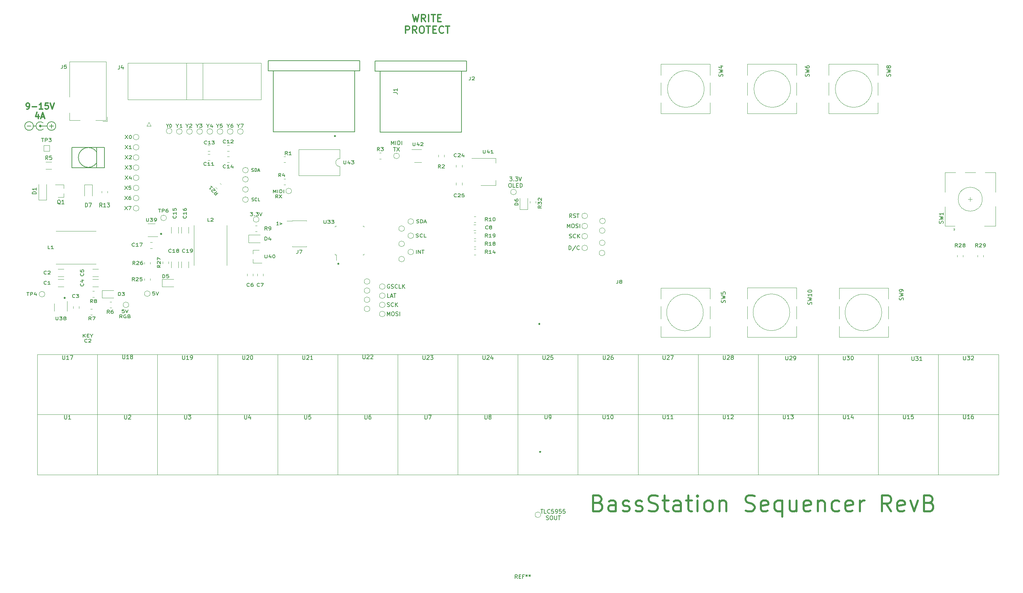
<source format=gbr>
%TF.GenerationSoftware,KiCad,Pcbnew,6.0.1-79c1e3a40b~116~ubuntu20.04.1*%
%TF.CreationDate,2022-02-10T02:08:20+00:00*%
%TF.ProjectId,BassStation_Sequencer_MidiInterface,42617373-5374-4617-9469-6f6e5f536571,B*%
%TF.SameCoordinates,Original*%
%TF.FileFunction,Legend,Top*%
%TF.FilePolarity,Positive*%
%FSLAX46Y46*%
G04 Gerber Fmt 4.6, Leading zero omitted, Abs format (unit mm)*
G04 Created by KiCad (PCBNEW 6.0.1-79c1e3a40b~116~ubuntu20.04.1) date 2022-02-10 02:08:20*
%MOMM*%
%LPD*%
G01*
G04 APERTURE LIST*
%ADD10C,0.120000*%
%ADD11C,0.200000*%
%ADD12C,0.500000*%
%ADD13C,0.153000*%
%ADD14C,0.300000*%
%ADD15C,0.150000*%
G04 APERTURE END LIST*
D10*
X85826600Y-198628000D02*
X85826600Y-168630600D01*
D11*
X86563200Y-111531400D02*
X88279570Y-111531400D01*
D12*
X211378801Y-192938400D02*
G75*
G03*
X211378801Y-192938400I-1J0D01*
G01*
X160147001Y-114046000D02*
G75*
G03*
X160147001Y-114046000I-1J0D01*
G01*
X86663200Y-111531400D02*
G75*
G03*
X86663200Y-111531400I-100000J0D01*
G01*
D10*
X115824000Y-168630600D02*
X115824000Y-198628000D01*
X220814900Y-198628000D02*
X220814900Y-168630600D01*
D12*
X92659201Y-154482800D02*
G75*
G03*
X92659201Y-154482800I-1J0D01*
G01*
D10*
X205816200Y-168630600D02*
X205816200Y-198628000D01*
X145821400Y-168630600D02*
X145821400Y-198628000D01*
D11*
X84846831Y-111531400D02*
G75*
G03*
X84846831Y-111531400I-1077631J0D01*
G01*
D10*
X130822700Y-198628000D02*
X130822700Y-168630600D01*
X265811000Y-168630600D02*
X265811000Y-198628000D01*
X280809700Y-198628000D02*
X280809700Y-168630600D01*
X85826600Y-168630600D02*
X325818500Y-168630600D01*
D11*
X87325199Y-110769401D02*
G75*
G03*
X87325199Y-112293399I-761999J-761999D01*
G01*
D10*
X295808400Y-168630600D02*
X295808400Y-198615300D01*
D12*
X116738401Y-138480800D02*
G75*
G03*
X116738401Y-138480800I-1J0D01*
G01*
D10*
X325818500Y-198628000D02*
X85826600Y-198628000D01*
X160820100Y-198628000D02*
X160820100Y-168630600D01*
D12*
X211175601Y-160985200D02*
G75*
G03*
X211175601Y-160985200I-1J0D01*
G01*
D10*
X175818800Y-168630600D02*
X175818800Y-198628000D01*
X85839300Y-183629300D02*
X325818500Y-183629300D01*
X250812300Y-198628000D02*
X250812300Y-168630600D01*
D11*
X89357200Y-111023400D02*
X89357200Y-112039400D01*
X90434831Y-111531400D02*
G75*
G03*
X90434831Y-111531400I-1077631J0D01*
G01*
D10*
X190817500Y-198628000D02*
X190817500Y-168630600D01*
D11*
X88849200Y-111531400D02*
X89865200Y-111531400D01*
D10*
X100825300Y-198628000D02*
X100825300Y-168630600D01*
D11*
X84213700Y-111531400D02*
X83261200Y-111531400D01*
D10*
X235813600Y-168630600D02*
X235813600Y-198628000D01*
X325818500Y-168630600D02*
X325818500Y-198628000D01*
D11*
X84846830Y-111531400D02*
X85483700Y-111531400D01*
D10*
X310807100Y-198628000D02*
X310807100Y-168630600D01*
D12*
X160985201Y-145948400D02*
G75*
G03*
X160985201Y-145948400I-1J0D01*
G01*
D13*
X107648476Y-126561904D02*
X108315142Y-127361904D01*
X108315142Y-126561904D02*
X107648476Y-127361904D01*
X109172285Y-126561904D02*
X108696095Y-126561904D01*
X108648476Y-126942857D01*
X108696095Y-126904761D01*
X108791333Y-126866666D01*
X109029428Y-126866666D01*
X109124666Y-126904761D01*
X109172285Y-126942857D01*
X109219904Y-127019047D01*
X109219904Y-127209523D01*
X109172285Y-127285714D01*
X109124666Y-127323809D01*
X109029428Y-127361904D01*
X108791333Y-127361904D01*
X108696095Y-127323809D01*
X108648476Y-127285714D01*
X123221809Y-111486952D02*
X123221809Y-111867904D01*
X122888476Y-111067904D02*
X123221809Y-111486952D01*
X123555142Y-111067904D01*
X123840857Y-111144095D02*
X123888476Y-111106000D01*
X123983714Y-111067904D01*
X124221809Y-111067904D01*
X124317047Y-111106000D01*
X124364666Y-111144095D01*
X124412285Y-111220285D01*
X124412285Y-111296476D01*
X124364666Y-111410761D01*
X123793238Y-111867904D01*
X124412285Y-111867904D01*
X107775476Y-113861904D02*
X108442142Y-114661904D01*
X108442142Y-113861904D02*
X107775476Y-114661904D01*
X109013571Y-113861904D02*
X109108809Y-113861904D01*
X109204047Y-113900000D01*
X109251666Y-113938095D01*
X109299285Y-114014285D01*
X109346904Y-114166666D01*
X109346904Y-114357142D01*
X109299285Y-114509523D01*
X109251666Y-114585714D01*
X109204047Y-114623809D01*
X109108809Y-114661904D01*
X109013571Y-114661904D01*
X108918333Y-114623809D01*
X108870714Y-114585714D01*
X108823095Y-114509523D01*
X108775476Y-114357142D01*
X108775476Y-114166666D01*
X108823095Y-114014285D01*
X108870714Y-113938095D01*
X108918333Y-113900000D01*
X109013571Y-113861904D01*
X107775476Y-116401904D02*
X108442142Y-117201904D01*
X108442142Y-116401904D02*
X107775476Y-117201904D01*
X109346904Y-117201904D02*
X108775476Y-117201904D01*
X109061190Y-117201904D02*
X109061190Y-116401904D01*
X108965952Y-116516190D01*
X108870714Y-116592380D01*
X108775476Y-116630476D01*
X107505523Y-157413904D02*
X107029333Y-157413904D01*
X106981714Y-157794857D01*
X107029333Y-157756761D01*
X107124571Y-157718666D01*
X107362666Y-157718666D01*
X107457904Y-157756761D01*
X107505523Y-157794857D01*
X107553142Y-157871047D01*
X107553142Y-158061523D01*
X107505523Y-158137714D01*
X107457904Y-158175809D01*
X107362666Y-158213904D01*
X107124571Y-158213904D01*
X107029333Y-158175809D01*
X106981714Y-158137714D01*
X107838857Y-157413904D02*
X108172190Y-158213904D01*
X108505523Y-157413904D01*
X107005523Y-159501904D02*
X106672190Y-159120952D01*
X106434095Y-159501904D02*
X106434095Y-158701904D01*
X106815047Y-158701904D01*
X106910285Y-158740000D01*
X106957904Y-158778095D01*
X107005523Y-158854285D01*
X107005523Y-158968571D01*
X106957904Y-159044761D01*
X106910285Y-159082857D01*
X106815047Y-159120952D01*
X106434095Y-159120952D01*
X107957904Y-158740000D02*
X107862666Y-158701904D01*
X107719809Y-158701904D01*
X107576952Y-158740000D01*
X107481714Y-158816190D01*
X107434095Y-158892380D01*
X107386476Y-159044761D01*
X107386476Y-159159047D01*
X107434095Y-159311428D01*
X107481714Y-159387619D01*
X107576952Y-159463809D01*
X107719809Y-159501904D01*
X107815047Y-159501904D01*
X107957904Y-159463809D01*
X108005523Y-159425714D01*
X108005523Y-159159047D01*
X107815047Y-159159047D01*
X108767428Y-159082857D02*
X108910285Y-159120952D01*
X108957904Y-159159047D01*
X109005523Y-159235238D01*
X109005523Y-159349523D01*
X108957904Y-159425714D01*
X108910285Y-159463809D01*
X108815047Y-159501904D01*
X108434095Y-159501904D01*
X108434095Y-158701904D01*
X108767428Y-158701904D01*
X108862666Y-158740000D01*
X108910285Y-158778095D01*
X108957904Y-158854285D01*
X108957904Y-158930476D01*
X108910285Y-159006666D01*
X108862666Y-159044761D01*
X108767428Y-159082857D01*
X108434095Y-159082857D01*
X136048809Y-111486952D02*
X136048809Y-111867904D01*
X135715476Y-111067904D02*
X136048809Y-111486952D01*
X136382142Y-111067904D01*
X136620238Y-111067904D02*
X137286904Y-111067904D01*
X136858333Y-111867904D01*
X144740476Y-128241904D02*
X144740476Y-127441904D01*
X145073809Y-128013333D01*
X145407142Y-127441904D01*
X145407142Y-128241904D01*
X145883333Y-128241904D02*
X145883333Y-127441904D01*
X146359523Y-128241904D02*
X146359523Y-127441904D01*
X146597619Y-127441904D01*
X146740476Y-127480000D01*
X146835714Y-127556190D01*
X146883333Y-127632380D01*
X146930952Y-127784761D01*
X146930952Y-127899047D01*
X146883333Y-128051428D01*
X146835714Y-128127619D01*
X146740476Y-128203809D01*
X146597619Y-128241904D01*
X146359523Y-128241904D01*
X147359523Y-128241904D02*
X147359523Y-127441904D01*
X145883333Y-129529904D02*
X145550000Y-129148952D01*
X145311904Y-129529904D02*
X145311904Y-128729904D01*
X145692857Y-128729904D01*
X145788095Y-128768000D01*
X145835714Y-128806095D01*
X145883333Y-128882285D01*
X145883333Y-128996571D01*
X145835714Y-129072761D01*
X145788095Y-129110857D01*
X145692857Y-129148952D01*
X145311904Y-129148952D01*
X146216666Y-128729904D02*
X146883333Y-129529904D01*
X146883333Y-128729904D02*
X146216666Y-129529904D01*
X107775476Y-124021904D02*
X108442142Y-124821904D01*
X108442142Y-124021904D02*
X107775476Y-124821904D01*
X109251666Y-124288571D02*
X109251666Y-124821904D01*
X109013571Y-123983809D02*
X108775476Y-124555238D01*
X109394523Y-124555238D01*
X107775476Y-121481904D02*
X108442142Y-122281904D01*
X108442142Y-121481904D02*
X107775476Y-122281904D01*
X108727857Y-121481904D02*
X109346904Y-121481904D01*
X109013571Y-121786666D01*
X109156428Y-121786666D01*
X109251666Y-121824761D01*
X109299285Y-121862857D01*
X109346904Y-121939047D01*
X109346904Y-122129523D01*
X109299285Y-122205714D01*
X109251666Y-122243809D01*
X109156428Y-122281904D01*
X108870714Y-122281904D01*
X108775476Y-122243809D01*
X108727857Y-122205714D01*
X138985809Y-133165904D02*
X139604857Y-133165904D01*
X139271523Y-133470666D01*
X139414380Y-133470666D01*
X139509619Y-133508761D01*
X139557238Y-133546857D01*
X139604857Y-133623047D01*
X139604857Y-133813523D01*
X139557238Y-133889714D01*
X139509619Y-133927809D01*
X139414380Y-133965904D01*
X139128666Y-133965904D01*
X139033428Y-133927809D01*
X138985809Y-133889714D01*
X140033428Y-133889714D02*
X140081047Y-133927809D01*
X140033428Y-133965904D01*
X139985809Y-133927809D01*
X140033428Y-133889714D01*
X140033428Y-133965904D01*
X140414380Y-133165904D02*
X141033428Y-133165904D01*
X140700095Y-133470666D01*
X140842952Y-133470666D01*
X140938190Y-133508761D01*
X140985809Y-133546857D01*
X141033428Y-133623047D01*
X141033428Y-133813523D01*
X140985809Y-133889714D01*
X140938190Y-133927809D01*
X140842952Y-133965904D01*
X140557238Y-133965904D01*
X140462000Y-133927809D01*
X140414380Y-133889714D01*
X141319142Y-133165904D02*
X141652476Y-133965904D01*
X141985809Y-133165904D01*
D14*
X179534000Y-83671285D02*
X179962571Y-85471285D01*
X180305428Y-84185571D01*
X180648285Y-85471285D01*
X181076857Y-83671285D01*
X182791142Y-85471285D02*
X182191142Y-84614142D01*
X181762571Y-85471285D02*
X181762571Y-83671285D01*
X182448285Y-83671285D01*
X182619714Y-83757000D01*
X182705428Y-83842714D01*
X182791142Y-84014142D01*
X182791142Y-84271285D01*
X182705428Y-84442714D01*
X182619714Y-84528428D01*
X182448285Y-84614142D01*
X181762571Y-84614142D01*
X183562571Y-85471285D02*
X183562571Y-83671285D01*
X184162571Y-83671285D02*
X185191142Y-83671285D01*
X184676857Y-85471285D02*
X184676857Y-83671285D01*
X185791142Y-84528428D02*
X186391142Y-84528428D01*
X186648285Y-85471285D02*
X185791142Y-85471285D01*
X185791142Y-83671285D01*
X186648285Y-83671285D01*
X177734000Y-88369285D02*
X177734000Y-86569285D01*
X178419714Y-86569285D01*
X178591142Y-86655000D01*
X178676857Y-86740714D01*
X178762571Y-86912142D01*
X178762571Y-87169285D01*
X178676857Y-87340714D01*
X178591142Y-87426428D01*
X178419714Y-87512142D01*
X177734000Y-87512142D01*
X180562571Y-88369285D02*
X179962571Y-87512142D01*
X179534000Y-88369285D02*
X179534000Y-86569285D01*
X180219714Y-86569285D01*
X180391142Y-86655000D01*
X180476857Y-86740714D01*
X180562571Y-86912142D01*
X180562571Y-87169285D01*
X180476857Y-87340714D01*
X180391142Y-87426428D01*
X180219714Y-87512142D01*
X179534000Y-87512142D01*
X181676857Y-86569285D02*
X182019714Y-86569285D01*
X182191142Y-86655000D01*
X182362571Y-86826428D01*
X182448285Y-87169285D01*
X182448285Y-87769285D01*
X182362571Y-88112142D01*
X182191142Y-88283571D01*
X182019714Y-88369285D01*
X181676857Y-88369285D01*
X181505428Y-88283571D01*
X181334000Y-88112142D01*
X181248285Y-87769285D01*
X181248285Y-87169285D01*
X181334000Y-86826428D01*
X181505428Y-86655000D01*
X181676857Y-86569285D01*
X182962571Y-86569285D02*
X183991142Y-86569285D01*
X183476857Y-88369285D02*
X183476857Y-86569285D01*
X184591142Y-87426428D02*
X185191142Y-87426428D01*
X185448285Y-88369285D02*
X184591142Y-88369285D01*
X184591142Y-86569285D01*
X185448285Y-86569285D01*
X187248285Y-88197857D02*
X187162571Y-88283571D01*
X186905428Y-88369285D01*
X186734000Y-88369285D01*
X186476857Y-88283571D01*
X186305428Y-88112142D01*
X186219714Y-87940714D01*
X186134000Y-87597857D01*
X186134000Y-87340714D01*
X186219714Y-86997857D01*
X186305428Y-86826428D01*
X186476857Y-86655000D01*
X186734000Y-86569285D01*
X186905428Y-86569285D01*
X187162571Y-86655000D01*
X187248285Y-86740714D01*
X187762571Y-86569285D02*
X188791142Y-86569285D01*
X188276857Y-88369285D02*
X188276857Y-86569285D01*
D13*
X115125523Y-152977904D02*
X114649333Y-152977904D01*
X114601714Y-153358857D01*
X114649333Y-153320761D01*
X114744571Y-153282666D01*
X114982666Y-153282666D01*
X115077904Y-153320761D01*
X115125523Y-153358857D01*
X115173142Y-153435047D01*
X115173142Y-153625523D01*
X115125523Y-153701714D01*
X115077904Y-153739809D01*
X114982666Y-153777904D01*
X114744571Y-153777904D01*
X114649333Y-153739809D01*
X114601714Y-153701714D01*
X115458857Y-152977904D02*
X115792190Y-153777904D01*
X116125523Y-152977904D01*
X107648476Y-129101904D02*
X108315142Y-129901904D01*
X108315142Y-129101904D02*
X107648476Y-129901904D01*
X109124666Y-129101904D02*
X108934190Y-129101904D01*
X108838952Y-129140000D01*
X108791333Y-129178095D01*
X108696095Y-129292380D01*
X108648476Y-129444761D01*
X108648476Y-129749523D01*
X108696095Y-129825714D01*
X108743714Y-129863809D01*
X108838952Y-129901904D01*
X109029428Y-129901904D01*
X109124666Y-129863809D01*
X109172285Y-129825714D01*
X109219904Y-129749523D01*
X109219904Y-129559047D01*
X109172285Y-129482857D01*
X109124666Y-129444761D01*
X109029428Y-129406666D01*
X108838952Y-129406666D01*
X108743714Y-129444761D01*
X108696095Y-129482857D01*
X108648476Y-129559047D01*
D14*
X83175885Y-107268671D02*
X83461600Y-107268671D01*
X83604457Y-107197242D01*
X83675885Y-107125814D01*
X83818742Y-106911528D01*
X83890171Y-106625814D01*
X83890171Y-106054385D01*
X83818742Y-105911528D01*
X83747314Y-105840100D01*
X83604457Y-105768671D01*
X83318742Y-105768671D01*
X83175885Y-105840100D01*
X83104457Y-105911528D01*
X83033028Y-106054385D01*
X83033028Y-106411528D01*
X83104457Y-106554385D01*
X83175885Y-106625814D01*
X83318742Y-106697242D01*
X83604457Y-106697242D01*
X83747314Y-106625814D01*
X83818742Y-106554385D01*
X83890171Y-106411528D01*
X84533028Y-106697242D02*
X85675885Y-106697242D01*
X87175885Y-107268671D02*
X86318742Y-107268671D01*
X86747314Y-107268671D02*
X86747314Y-105768671D01*
X86604457Y-105982957D01*
X86461600Y-106125814D01*
X86318742Y-106197242D01*
X88533028Y-105768671D02*
X87818742Y-105768671D01*
X87747314Y-106482957D01*
X87818742Y-106411528D01*
X87961600Y-106340100D01*
X88318742Y-106340100D01*
X88461600Y-106411528D01*
X88533028Y-106482957D01*
X88604457Y-106625814D01*
X88604457Y-106982957D01*
X88533028Y-107125814D01*
X88461600Y-107197242D01*
X88318742Y-107268671D01*
X87961600Y-107268671D01*
X87818742Y-107197242D01*
X87747314Y-107125814D01*
X89033028Y-105768671D02*
X89533028Y-107268671D01*
X90033028Y-105768671D01*
X86104457Y-108683671D02*
X86104457Y-109683671D01*
X85747314Y-108112242D02*
X85390171Y-109183671D01*
X86318742Y-109183671D01*
X86818742Y-109255100D02*
X87533028Y-109255100D01*
X86675885Y-109683671D02*
X87175885Y-108183671D01*
X87675885Y-109683671D01*
D12*
X225906380Y-205708285D02*
X226477809Y-205898761D01*
X226668285Y-206089238D01*
X226858761Y-206470190D01*
X226858761Y-207041619D01*
X226668285Y-207422571D01*
X226477809Y-207613047D01*
X226096857Y-207803523D01*
X224573047Y-207803523D01*
X224573047Y-203803523D01*
X225906380Y-203803523D01*
X226287333Y-203994000D01*
X226477809Y-204184476D01*
X226668285Y-204565428D01*
X226668285Y-204946380D01*
X226477809Y-205327333D01*
X226287333Y-205517809D01*
X225906380Y-205708285D01*
X224573047Y-205708285D01*
X230287333Y-207803523D02*
X230287333Y-205708285D01*
X230096857Y-205327333D01*
X229715904Y-205136857D01*
X228954000Y-205136857D01*
X228573047Y-205327333D01*
X230287333Y-207613047D02*
X229906380Y-207803523D01*
X228954000Y-207803523D01*
X228573047Y-207613047D01*
X228382571Y-207232095D01*
X228382571Y-206851142D01*
X228573047Y-206470190D01*
X228954000Y-206279714D01*
X229906380Y-206279714D01*
X230287333Y-206089238D01*
X232001619Y-207613047D02*
X232382571Y-207803523D01*
X233144476Y-207803523D01*
X233525428Y-207613047D01*
X233715904Y-207232095D01*
X233715904Y-207041619D01*
X233525428Y-206660666D01*
X233144476Y-206470190D01*
X232573047Y-206470190D01*
X232192095Y-206279714D01*
X232001619Y-205898761D01*
X232001619Y-205708285D01*
X232192095Y-205327333D01*
X232573047Y-205136857D01*
X233144476Y-205136857D01*
X233525428Y-205327333D01*
X235239714Y-207613047D02*
X235620666Y-207803523D01*
X236382571Y-207803523D01*
X236763523Y-207613047D01*
X236954000Y-207232095D01*
X236954000Y-207041619D01*
X236763523Y-206660666D01*
X236382571Y-206470190D01*
X235811142Y-206470190D01*
X235430190Y-206279714D01*
X235239714Y-205898761D01*
X235239714Y-205708285D01*
X235430190Y-205327333D01*
X235811142Y-205136857D01*
X236382571Y-205136857D01*
X236763523Y-205327333D01*
X238477809Y-207613047D02*
X239049238Y-207803523D01*
X240001619Y-207803523D01*
X240382571Y-207613047D01*
X240573047Y-207422571D01*
X240763523Y-207041619D01*
X240763523Y-206660666D01*
X240573047Y-206279714D01*
X240382571Y-206089238D01*
X240001619Y-205898761D01*
X239239714Y-205708285D01*
X238858761Y-205517809D01*
X238668285Y-205327333D01*
X238477809Y-204946380D01*
X238477809Y-204565428D01*
X238668285Y-204184476D01*
X238858761Y-203994000D01*
X239239714Y-203803523D01*
X240192095Y-203803523D01*
X240763523Y-203994000D01*
X241906380Y-205136857D02*
X243430190Y-205136857D01*
X242477809Y-203803523D02*
X242477809Y-207232095D01*
X242668285Y-207613047D01*
X243049238Y-207803523D01*
X243430190Y-207803523D01*
X246477809Y-207803523D02*
X246477809Y-205708285D01*
X246287333Y-205327333D01*
X245906380Y-205136857D01*
X245144476Y-205136857D01*
X244763523Y-205327333D01*
X246477809Y-207613047D02*
X246096857Y-207803523D01*
X245144476Y-207803523D01*
X244763523Y-207613047D01*
X244573047Y-207232095D01*
X244573047Y-206851142D01*
X244763523Y-206470190D01*
X245144476Y-206279714D01*
X246096857Y-206279714D01*
X246477809Y-206089238D01*
X247811142Y-205136857D02*
X249334952Y-205136857D01*
X248382571Y-203803523D02*
X248382571Y-207232095D01*
X248573047Y-207613047D01*
X248954000Y-207803523D01*
X249334952Y-207803523D01*
X250668285Y-207803523D02*
X250668285Y-205136857D01*
X250668285Y-203803523D02*
X250477809Y-203994000D01*
X250668285Y-204184476D01*
X250858761Y-203994000D01*
X250668285Y-203803523D01*
X250668285Y-204184476D01*
X253144476Y-207803523D02*
X252763523Y-207613047D01*
X252573047Y-207422571D01*
X252382571Y-207041619D01*
X252382571Y-205898761D01*
X252573047Y-205517809D01*
X252763523Y-205327333D01*
X253144476Y-205136857D01*
X253715904Y-205136857D01*
X254096857Y-205327333D01*
X254287333Y-205517809D01*
X254477809Y-205898761D01*
X254477809Y-207041619D01*
X254287333Y-207422571D01*
X254096857Y-207613047D01*
X253715904Y-207803523D01*
X253144476Y-207803523D01*
X256192095Y-205136857D02*
X256192095Y-207803523D01*
X256192095Y-205517809D02*
X256382571Y-205327333D01*
X256763523Y-205136857D01*
X257334952Y-205136857D01*
X257715904Y-205327333D01*
X257906380Y-205708285D01*
X257906380Y-207803523D01*
X262668285Y-207613047D02*
X263239714Y-207803523D01*
X264192095Y-207803523D01*
X264573047Y-207613047D01*
X264763523Y-207422571D01*
X264953999Y-207041619D01*
X264953999Y-206660666D01*
X264763523Y-206279714D01*
X264573047Y-206089238D01*
X264192095Y-205898761D01*
X263430190Y-205708285D01*
X263049238Y-205517809D01*
X262858761Y-205327333D01*
X262668285Y-204946380D01*
X262668285Y-204565428D01*
X262858761Y-204184476D01*
X263049238Y-203994000D01*
X263430190Y-203803523D01*
X264382571Y-203803523D01*
X264953999Y-203994000D01*
X268192095Y-207613047D02*
X267811142Y-207803523D01*
X267049238Y-207803523D01*
X266668285Y-207613047D01*
X266477809Y-207232095D01*
X266477809Y-205708285D01*
X266668285Y-205327333D01*
X267049238Y-205136857D01*
X267811142Y-205136857D01*
X268192095Y-205327333D01*
X268382571Y-205708285D01*
X268382571Y-206089238D01*
X266477809Y-206470190D01*
X271811142Y-205136857D02*
X271811142Y-209136857D01*
X271811142Y-207613047D02*
X271430190Y-207803523D01*
X270668285Y-207803523D01*
X270287333Y-207613047D01*
X270096857Y-207422571D01*
X269906380Y-207041619D01*
X269906380Y-205898761D01*
X270096857Y-205517809D01*
X270287333Y-205327333D01*
X270668285Y-205136857D01*
X271430190Y-205136857D01*
X271811142Y-205327333D01*
X275430190Y-205136857D02*
X275430190Y-207803523D01*
X273715904Y-205136857D02*
X273715904Y-207232095D01*
X273906380Y-207613047D01*
X274287333Y-207803523D01*
X274858761Y-207803523D01*
X275239714Y-207613047D01*
X275430190Y-207422571D01*
X278858761Y-207613047D02*
X278477809Y-207803523D01*
X277715904Y-207803523D01*
X277334952Y-207613047D01*
X277144476Y-207232095D01*
X277144476Y-205708285D01*
X277334952Y-205327333D01*
X277715904Y-205136857D01*
X278477809Y-205136857D01*
X278858761Y-205327333D01*
X279049238Y-205708285D01*
X279049238Y-206089238D01*
X277144476Y-206470190D01*
X280763523Y-205136857D02*
X280763523Y-207803523D01*
X280763523Y-205517809D02*
X280954000Y-205327333D01*
X281334952Y-205136857D01*
X281906380Y-205136857D01*
X282287333Y-205327333D01*
X282477809Y-205708285D01*
X282477809Y-207803523D01*
X286096857Y-207613047D02*
X285715904Y-207803523D01*
X284954000Y-207803523D01*
X284573047Y-207613047D01*
X284382571Y-207422571D01*
X284192095Y-207041619D01*
X284192095Y-205898761D01*
X284382571Y-205517809D01*
X284573047Y-205327333D01*
X284954000Y-205136857D01*
X285715904Y-205136857D01*
X286096857Y-205327333D01*
X289334952Y-207613047D02*
X288954000Y-207803523D01*
X288192095Y-207803523D01*
X287811142Y-207613047D01*
X287620666Y-207232095D01*
X287620666Y-205708285D01*
X287811142Y-205327333D01*
X288192095Y-205136857D01*
X288954000Y-205136857D01*
X289334952Y-205327333D01*
X289525428Y-205708285D01*
X289525428Y-206089238D01*
X287620666Y-206470190D01*
X291239714Y-207803523D02*
X291239714Y-205136857D01*
X291239714Y-205898761D02*
X291430190Y-205517809D01*
X291620666Y-205327333D01*
X292001619Y-205136857D01*
X292382571Y-205136857D01*
X299049238Y-207803523D02*
X297715904Y-205898761D01*
X296763523Y-207803523D02*
X296763523Y-203803523D01*
X298287333Y-203803523D01*
X298668285Y-203994000D01*
X298858761Y-204184476D01*
X299049238Y-204565428D01*
X299049238Y-205136857D01*
X298858761Y-205517809D01*
X298668285Y-205708285D01*
X298287333Y-205898761D01*
X296763523Y-205898761D01*
X302287333Y-207613047D02*
X301906380Y-207803523D01*
X301144476Y-207803523D01*
X300763523Y-207613047D01*
X300573047Y-207232095D01*
X300573047Y-205708285D01*
X300763523Y-205327333D01*
X301144476Y-205136857D01*
X301906380Y-205136857D01*
X302287333Y-205327333D01*
X302477809Y-205708285D01*
X302477809Y-206089238D01*
X300573047Y-206470190D01*
X303811142Y-205136857D02*
X304763523Y-207803523D01*
X305715904Y-205136857D01*
X308573047Y-205708285D02*
X309144476Y-205898761D01*
X309334952Y-206089238D01*
X309525428Y-206470190D01*
X309525428Y-207041619D01*
X309334952Y-207422571D01*
X309144476Y-207613047D01*
X308763523Y-207803523D01*
X307239714Y-207803523D01*
X307239714Y-203803523D01*
X308573047Y-203803523D01*
X308954000Y-203994000D01*
X309144476Y-204184476D01*
X309334952Y-204565428D01*
X309334952Y-204946380D01*
X309144476Y-205327333D01*
X308954000Y-205517809D01*
X308573047Y-205708285D01*
X307239714Y-205708285D01*
D13*
X107648476Y-131641904D02*
X108315142Y-132441904D01*
X108315142Y-131641904D02*
X107648476Y-132441904D01*
X108600857Y-131641904D02*
X109267523Y-131641904D01*
X108838952Y-132441904D01*
X133508809Y-111486952D02*
X133508809Y-111867904D01*
X133175476Y-111067904D02*
X133508809Y-111486952D01*
X133842142Y-111067904D01*
X134604047Y-111067904D02*
X134413571Y-111067904D01*
X134318333Y-111106000D01*
X134270714Y-111144095D01*
X134175476Y-111258380D01*
X134127857Y-111410761D01*
X134127857Y-111715523D01*
X134175476Y-111791714D01*
X134223095Y-111829809D01*
X134318333Y-111867904D01*
X134508809Y-111867904D01*
X134604047Y-111829809D01*
X134651666Y-111791714D01*
X134699285Y-111715523D01*
X134699285Y-111525047D01*
X134651666Y-111448857D01*
X134604047Y-111410761D01*
X134508809Y-111372666D01*
X134318333Y-111372666D01*
X134223095Y-111410761D01*
X134175476Y-111448857D01*
X134127857Y-111525047D01*
X125761809Y-111486952D02*
X125761809Y-111867904D01*
X125428476Y-111067904D02*
X125761809Y-111486952D01*
X126095142Y-111067904D01*
X126333238Y-111067904D02*
X126952285Y-111067904D01*
X126618952Y-111372666D01*
X126761809Y-111372666D01*
X126857047Y-111410761D01*
X126904666Y-111448857D01*
X126952285Y-111525047D01*
X126952285Y-111715523D01*
X126904666Y-111791714D01*
X126857047Y-111829809D01*
X126761809Y-111867904D01*
X126476095Y-111867904D01*
X126380857Y-111829809D01*
X126333238Y-111791714D01*
X128428809Y-111486952D02*
X128428809Y-111867904D01*
X128095476Y-111067904D02*
X128428809Y-111486952D01*
X128762142Y-111067904D01*
X129524047Y-111334571D02*
X129524047Y-111867904D01*
X129285952Y-111029809D02*
X129047857Y-111601238D01*
X129666904Y-111601238D01*
X120808809Y-111486952D02*
X120808809Y-111867904D01*
X120475476Y-111067904D02*
X120808809Y-111486952D01*
X121142142Y-111067904D01*
X121999285Y-111867904D02*
X121427857Y-111867904D01*
X121713571Y-111867904D02*
X121713571Y-111067904D01*
X121618333Y-111182190D01*
X121523095Y-111258380D01*
X121427857Y-111296476D01*
X130841809Y-111486952D02*
X130841809Y-111867904D01*
X130508476Y-111067904D02*
X130841809Y-111486952D01*
X131175142Y-111067904D01*
X131984666Y-111067904D02*
X131508476Y-111067904D01*
X131460857Y-111448857D01*
X131508476Y-111410761D01*
X131603714Y-111372666D01*
X131841809Y-111372666D01*
X131937047Y-111410761D01*
X131984666Y-111448857D01*
X132032285Y-111525047D01*
X132032285Y-111715523D01*
X131984666Y-111791714D01*
X131937047Y-111829809D01*
X131841809Y-111867904D01*
X131603714Y-111867904D01*
X131508476Y-111829809D01*
X131460857Y-111791714D01*
X107775476Y-118941904D02*
X108442142Y-119741904D01*
X108442142Y-118941904D02*
X107775476Y-119741904D01*
X108775476Y-119018095D02*
X108823095Y-118980000D01*
X108918333Y-118941904D01*
X109156428Y-118941904D01*
X109251666Y-118980000D01*
X109299285Y-119018095D01*
X109346904Y-119094285D01*
X109346904Y-119170476D01*
X109299285Y-119284761D01*
X108727857Y-119741904D01*
X109346904Y-119741904D01*
X97282142Y-164309904D02*
X97282142Y-163509904D01*
X97853571Y-164309904D02*
X97425000Y-163852761D01*
X97853571Y-163509904D02*
X97282142Y-163967047D01*
X98282142Y-163890857D02*
X98615476Y-163890857D01*
X98758333Y-164309904D02*
X98282142Y-164309904D01*
X98282142Y-163509904D01*
X98758333Y-163509904D01*
X99377380Y-163928952D02*
X99377380Y-164309904D01*
X99044047Y-163509904D02*
X99377380Y-163928952D01*
X99710714Y-163509904D01*
X98258333Y-165521714D02*
X98210714Y-165559809D01*
X98067857Y-165597904D01*
X97972619Y-165597904D01*
X97829761Y-165559809D01*
X97734523Y-165483619D01*
X97686904Y-165407428D01*
X97639285Y-165255047D01*
X97639285Y-165140761D01*
X97686904Y-164988380D01*
X97734523Y-164912190D01*
X97829761Y-164836000D01*
X97972619Y-164797904D01*
X98067857Y-164797904D01*
X98210714Y-164836000D01*
X98258333Y-164874095D01*
X98639285Y-164874095D02*
X98686904Y-164836000D01*
X98782142Y-164797904D01*
X99020238Y-164797904D01*
X99115476Y-164836000D01*
X99163095Y-164874095D01*
X99210714Y-164950285D01*
X99210714Y-165026476D01*
X99163095Y-165140761D01*
X98591666Y-165597904D01*
X99210714Y-165597904D01*
D15*
%TO.C,REF\u002A\u002A*%
X205676666Y-224607380D02*
X205343333Y-224131190D01*
X205105238Y-224607380D02*
X205105238Y-223607380D01*
X205486190Y-223607380D01*
X205581428Y-223655000D01*
X205629047Y-223702619D01*
X205676666Y-223797857D01*
X205676666Y-223940714D01*
X205629047Y-224035952D01*
X205581428Y-224083571D01*
X205486190Y-224131190D01*
X205105238Y-224131190D01*
X206105238Y-224083571D02*
X206438571Y-224083571D01*
X206581428Y-224607380D02*
X206105238Y-224607380D01*
X206105238Y-223607380D01*
X206581428Y-223607380D01*
X207343333Y-224083571D02*
X207010000Y-224083571D01*
X207010000Y-224607380D02*
X207010000Y-223607380D01*
X207486190Y-223607380D01*
X208010000Y-223607380D02*
X208010000Y-223845476D01*
X207771904Y-223750238D02*
X208010000Y-223845476D01*
X208248095Y-223750238D01*
X207867142Y-224035952D02*
X208010000Y-223845476D01*
X208152857Y-224035952D01*
X208771904Y-223607380D02*
X208771904Y-223845476D01*
X208533809Y-223750238D02*
X208771904Y-223845476D01*
X209010000Y-223750238D01*
X208629047Y-224035952D02*
X208771904Y-223845476D01*
X208914761Y-224035952D01*
D13*
%TO.C,C6*%
X138771333Y-151542714D02*
X138723714Y-151580809D01*
X138580857Y-151618904D01*
X138485619Y-151618904D01*
X138342761Y-151580809D01*
X138247523Y-151504619D01*
X138199904Y-151428428D01*
X138152285Y-151276047D01*
X138152285Y-151161761D01*
X138199904Y-151009380D01*
X138247523Y-150933190D01*
X138342761Y-150857000D01*
X138485619Y-150818904D01*
X138580857Y-150818904D01*
X138723714Y-150857000D01*
X138771333Y-150895095D01*
X139628476Y-150818904D02*
X139438000Y-150818904D01*
X139342761Y-150857000D01*
X139295142Y-150895095D01*
X139199904Y-151009380D01*
X139152285Y-151161761D01*
X139152285Y-151466523D01*
X139199904Y-151542714D01*
X139247523Y-151580809D01*
X139342761Y-151618904D01*
X139533238Y-151618904D01*
X139628476Y-151580809D01*
X139676095Y-151542714D01*
X139723714Y-151466523D01*
X139723714Y-151276047D01*
X139676095Y-151199857D01*
X139628476Y-151161761D01*
X139533238Y-151123666D01*
X139342761Y-151123666D01*
X139247523Y-151161761D01*
X139199904Y-151199857D01*
X139152285Y-151276047D01*
%TO.C,C7*%
X141311333Y-151542714D02*
X141263714Y-151580809D01*
X141120857Y-151618904D01*
X141025619Y-151618904D01*
X140882761Y-151580809D01*
X140787523Y-151504619D01*
X140739904Y-151428428D01*
X140692285Y-151276047D01*
X140692285Y-151161761D01*
X140739904Y-151009380D01*
X140787523Y-150933190D01*
X140882761Y-150857000D01*
X141025619Y-150818904D01*
X141120857Y-150818904D01*
X141263714Y-150857000D01*
X141311333Y-150895095D01*
X141644666Y-150818904D02*
X142311333Y-150818904D01*
X141882761Y-151618904D01*
%TO.C,C8*%
X198334333Y-137191714D02*
X198286714Y-137229809D01*
X198143857Y-137267904D01*
X198048619Y-137267904D01*
X197905761Y-137229809D01*
X197810523Y-137153619D01*
X197762904Y-137077428D01*
X197715285Y-136925047D01*
X197715285Y-136810761D01*
X197762904Y-136658380D01*
X197810523Y-136582190D01*
X197905761Y-136506000D01*
X198048619Y-136467904D01*
X198143857Y-136467904D01*
X198286714Y-136506000D01*
X198334333Y-136544095D01*
X198905761Y-136810761D02*
X198810523Y-136772666D01*
X198762904Y-136734571D01*
X198715285Y-136658380D01*
X198715285Y-136620285D01*
X198762904Y-136544095D01*
X198810523Y-136506000D01*
X198905761Y-136467904D01*
X199096238Y-136467904D01*
X199191476Y-136506000D01*
X199239095Y-136544095D01*
X199286714Y-136620285D01*
X199286714Y-136658380D01*
X199239095Y-136734571D01*
X199191476Y-136772666D01*
X199096238Y-136810761D01*
X198905761Y-136810761D01*
X198810523Y-136848857D01*
X198762904Y-136886952D01*
X198715285Y-136963142D01*
X198715285Y-137115523D01*
X198762904Y-137191714D01*
X198810523Y-137229809D01*
X198905761Y-137267904D01*
X199096238Y-137267904D01*
X199191476Y-137229809D01*
X199239095Y-137191714D01*
X199286714Y-137115523D01*
X199286714Y-136963142D01*
X199239095Y-136886952D01*
X199191476Y-136848857D01*
X199096238Y-136810761D01*
%TO.C,C11*%
X128008142Y-121316714D02*
X127960523Y-121354809D01*
X127817666Y-121392904D01*
X127722428Y-121392904D01*
X127579571Y-121354809D01*
X127484333Y-121278619D01*
X127436714Y-121202428D01*
X127389095Y-121050047D01*
X127389095Y-120935761D01*
X127436714Y-120783380D01*
X127484333Y-120707190D01*
X127579571Y-120631000D01*
X127722428Y-120592904D01*
X127817666Y-120592904D01*
X127960523Y-120631000D01*
X128008142Y-120669095D01*
X128960523Y-121392904D02*
X128389095Y-121392904D01*
X128674809Y-121392904D02*
X128674809Y-120592904D01*
X128579571Y-120707190D01*
X128484333Y-120783380D01*
X128389095Y-120821476D01*
X129912904Y-121392904D02*
X129341476Y-121392904D01*
X129627190Y-121392904D02*
X129627190Y-120592904D01*
X129531952Y-120707190D01*
X129436714Y-120783380D01*
X129341476Y-120821476D01*
%TO.C,C12*%
X132834142Y-115728714D02*
X132786523Y-115766809D01*
X132643666Y-115804904D01*
X132548428Y-115804904D01*
X132405571Y-115766809D01*
X132310333Y-115690619D01*
X132262714Y-115614428D01*
X132215095Y-115462047D01*
X132215095Y-115347761D01*
X132262714Y-115195380D01*
X132310333Y-115119190D01*
X132405571Y-115043000D01*
X132548428Y-115004904D01*
X132643666Y-115004904D01*
X132786523Y-115043000D01*
X132834142Y-115081095D01*
X133786523Y-115804904D02*
X133215095Y-115804904D01*
X133500809Y-115804904D02*
X133500809Y-115004904D01*
X133405571Y-115119190D01*
X133310333Y-115195380D01*
X133215095Y-115233476D01*
X134167476Y-115081095D02*
X134215095Y-115043000D01*
X134310333Y-115004904D01*
X134548428Y-115004904D01*
X134643666Y-115043000D01*
X134691285Y-115081095D01*
X134738904Y-115157285D01*
X134738904Y-115233476D01*
X134691285Y-115347761D01*
X134119857Y-115804904D01*
X134738904Y-115804904D01*
%TO.C,C13*%
X128135142Y-115982714D02*
X128087523Y-116020809D01*
X127944666Y-116058904D01*
X127849428Y-116058904D01*
X127706571Y-116020809D01*
X127611333Y-115944619D01*
X127563714Y-115868428D01*
X127516095Y-115716047D01*
X127516095Y-115601761D01*
X127563714Y-115449380D01*
X127611333Y-115373190D01*
X127706571Y-115297000D01*
X127849428Y-115258904D01*
X127944666Y-115258904D01*
X128087523Y-115297000D01*
X128135142Y-115335095D01*
X129087523Y-116058904D02*
X128516095Y-116058904D01*
X128801809Y-116058904D02*
X128801809Y-115258904D01*
X128706571Y-115373190D01*
X128611333Y-115449380D01*
X128516095Y-115487476D01*
X129420857Y-115258904D02*
X130039904Y-115258904D01*
X129706571Y-115563666D01*
X129849428Y-115563666D01*
X129944666Y-115601761D01*
X129992285Y-115639857D01*
X130039904Y-115716047D01*
X130039904Y-115906523D01*
X129992285Y-115982714D01*
X129944666Y-116020809D01*
X129849428Y-116058904D01*
X129563714Y-116058904D01*
X129468476Y-116020809D01*
X129420857Y-115982714D01*
%TO.C,C14*%
X132834142Y-121951714D02*
X132786523Y-121989809D01*
X132643666Y-122027904D01*
X132548428Y-122027904D01*
X132405571Y-121989809D01*
X132310333Y-121913619D01*
X132262714Y-121837428D01*
X132215095Y-121685047D01*
X132215095Y-121570761D01*
X132262714Y-121418380D01*
X132310333Y-121342190D01*
X132405571Y-121266000D01*
X132548428Y-121227904D01*
X132643666Y-121227904D01*
X132786523Y-121266000D01*
X132834142Y-121304095D01*
X133786523Y-122027904D02*
X133215095Y-122027904D01*
X133500809Y-122027904D02*
X133500809Y-121227904D01*
X133405571Y-121342190D01*
X133310333Y-121418380D01*
X133215095Y-121456476D01*
X134643666Y-121494571D02*
X134643666Y-122027904D01*
X134405571Y-121189809D02*
X134167476Y-121761238D01*
X134786523Y-121761238D01*
%TO.C,C15*%
X120427714Y-133992857D02*
X120465809Y-134040476D01*
X120503904Y-134183333D01*
X120503904Y-134278571D01*
X120465809Y-134421428D01*
X120389619Y-134516666D01*
X120313428Y-134564285D01*
X120161047Y-134611904D01*
X120046761Y-134611904D01*
X119894380Y-134564285D01*
X119818190Y-134516666D01*
X119742000Y-134421428D01*
X119703904Y-134278571D01*
X119703904Y-134183333D01*
X119742000Y-134040476D01*
X119780095Y-133992857D01*
X120503904Y-133040476D02*
X120503904Y-133611904D01*
X120503904Y-133326190D02*
X119703904Y-133326190D01*
X119818190Y-133421428D01*
X119894380Y-133516666D01*
X119932476Y-133611904D01*
X119703904Y-132135714D02*
X119703904Y-132611904D01*
X120084857Y-132659523D01*
X120046761Y-132611904D01*
X120008666Y-132516666D01*
X120008666Y-132278571D01*
X120046761Y-132183333D01*
X120084857Y-132135714D01*
X120161047Y-132088095D01*
X120351523Y-132088095D01*
X120427714Y-132135714D01*
X120465809Y-132183333D01*
X120503904Y-132278571D01*
X120503904Y-132516666D01*
X120465809Y-132611904D01*
X120427714Y-132659523D01*
%TO.C,C16*%
X122967714Y-133992857D02*
X123005809Y-134040476D01*
X123043904Y-134183333D01*
X123043904Y-134278571D01*
X123005809Y-134421428D01*
X122929619Y-134516666D01*
X122853428Y-134564285D01*
X122701047Y-134611904D01*
X122586761Y-134611904D01*
X122434380Y-134564285D01*
X122358190Y-134516666D01*
X122282000Y-134421428D01*
X122243904Y-134278571D01*
X122243904Y-134183333D01*
X122282000Y-134040476D01*
X122320095Y-133992857D01*
X123043904Y-133040476D02*
X123043904Y-133611904D01*
X123043904Y-133326190D02*
X122243904Y-133326190D01*
X122358190Y-133421428D01*
X122434380Y-133516666D01*
X122472476Y-133611904D01*
X122243904Y-132183333D02*
X122243904Y-132373809D01*
X122282000Y-132469047D01*
X122320095Y-132516666D01*
X122434380Y-132611904D01*
X122586761Y-132659523D01*
X122891523Y-132659523D01*
X122967714Y-132611904D01*
X123005809Y-132564285D01*
X123043904Y-132469047D01*
X123043904Y-132278571D01*
X123005809Y-132183333D01*
X122967714Y-132135714D01*
X122891523Y-132088095D01*
X122701047Y-132088095D01*
X122624857Y-132135714D01*
X122586761Y-132183333D01*
X122548666Y-132278571D01*
X122548666Y-132469047D01*
X122586761Y-132564285D01*
X122624857Y-132611904D01*
X122701047Y-132659523D01*
%TO.C,C17*%
X110101142Y-141509714D02*
X110053523Y-141547809D01*
X109910666Y-141585904D01*
X109815428Y-141585904D01*
X109672571Y-141547809D01*
X109577333Y-141471619D01*
X109529714Y-141395428D01*
X109482095Y-141243047D01*
X109482095Y-141128761D01*
X109529714Y-140976380D01*
X109577333Y-140900190D01*
X109672571Y-140824000D01*
X109815428Y-140785904D01*
X109910666Y-140785904D01*
X110053523Y-140824000D01*
X110101142Y-140862095D01*
X111053523Y-141585904D02*
X110482095Y-141585904D01*
X110767809Y-141585904D02*
X110767809Y-140785904D01*
X110672571Y-140900190D01*
X110577333Y-140976380D01*
X110482095Y-141014476D01*
X111386857Y-140785904D02*
X112053523Y-140785904D01*
X111624952Y-141585904D01*
%TO.C,C18*%
X119245142Y-143033714D02*
X119197523Y-143071809D01*
X119054666Y-143109904D01*
X118959428Y-143109904D01*
X118816571Y-143071809D01*
X118721333Y-142995619D01*
X118673714Y-142919428D01*
X118626095Y-142767047D01*
X118626095Y-142652761D01*
X118673714Y-142500380D01*
X118721333Y-142424190D01*
X118816571Y-142348000D01*
X118959428Y-142309904D01*
X119054666Y-142309904D01*
X119197523Y-142348000D01*
X119245142Y-142386095D01*
X120197523Y-143109904D02*
X119626095Y-143109904D01*
X119911809Y-143109904D02*
X119911809Y-142309904D01*
X119816571Y-142424190D01*
X119721333Y-142500380D01*
X119626095Y-142538476D01*
X120768952Y-142652761D02*
X120673714Y-142614666D01*
X120626095Y-142576571D01*
X120578476Y-142500380D01*
X120578476Y-142462285D01*
X120626095Y-142386095D01*
X120673714Y-142348000D01*
X120768952Y-142309904D01*
X120959428Y-142309904D01*
X121054666Y-142348000D01*
X121102285Y-142386095D01*
X121149904Y-142462285D01*
X121149904Y-142500380D01*
X121102285Y-142576571D01*
X121054666Y-142614666D01*
X120959428Y-142652761D01*
X120768952Y-142652761D01*
X120673714Y-142690857D01*
X120626095Y-142728952D01*
X120578476Y-142805142D01*
X120578476Y-142957523D01*
X120626095Y-143033714D01*
X120673714Y-143071809D01*
X120768952Y-143109904D01*
X120959428Y-143109904D01*
X121054666Y-143071809D01*
X121102285Y-143033714D01*
X121149904Y-142957523D01*
X121149904Y-142805142D01*
X121102285Y-142728952D01*
X121054666Y-142690857D01*
X120959428Y-142652761D01*
%TO.C,C19*%
X122674142Y-143033714D02*
X122626523Y-143071809D01*
X122483666Y-143109904D01*
X122388428Y-143109904D01*
X122245571Y-143071809D01*
X122150333Y-142995619D01*
X122102714Y-142919428D01*
X122055095Y-142767047D01*
X122055095Y-142652761D01*
X122102714Y-142500380D01*
X122150333Y-142424190D01*
X122245571Y-142348000D01*
X122388428Y-142309904D01*
X122483666Y-142309904D01*
X122626523Y-142348000D01*
X122674142Y-142386095D01*
X123626523Y-143109904D02*
X123055095Y-143109904D01*
X123340809Y-143109904D02*
X123340809Y-142309904D01*
X123245571Y-142424190D01*
X123150333Y-142500380D01*
X123055095Y-142538476D01*
X124102714Y-143109904D02*
X124293190Y-143109904D01*
X124388428Y-143071809D01*
X124436047Y-143033714D01*
X124531285Y-142919428D01*
X124578904Y-142767047D01*
X124578904Y-142462285D01*
X124531285Y-142386095D01*
X124483666Y-142348000D01*
X124388428Y-142309904D01*
X124197952Y-142309904D01*
X124102714Y-142348000D01*
X124055095Y-142386095D01*
X124007476Y-142462285D01*
X124007476Y-142652761D01*
X124055095Y-142728952D01*
X124102714Y-142767047D01*
X124197952Y-142805142D01*
X124388428Y-142805142D01*
X124483666Y-142767047D01*
X124531285Y-142728952D01*
X124578904Y-142652761D01*
%TO.C,C25*%
X190492142Y-129190714D02*
X190444523Y-129228809D01*
X190301666Y-129266904D01*
X190206428Y-129266904D01*
X190063571Y-129228809D01*
X189968333Y-129152619D01*
X189920714Y-129076428D01*
X189873095Y-128924047D01*
X189873095Y-128809761D01*
X189920714Y-128657380D01*
X189968333Y-128581190D01*
X190063571Y-128505000D01*
X190206428Y-128466904D01*
X190301666Y-128466904D01*
X190444523Y-128505000D01*
X190492142Y-128543095D01*
X190873095Y-128543095D02*
X190920714Y-128505000D01*
X191015952Y-128466904D01*
X191254047Y-128466904D01*
X191349285Y-128505000D01*
X191396904Y-128543095D01*
X191444523Y-128619285D01*
X191444523Y-128695476D01*
X191396904Y-128809761D01*
X190825476Y-129266904D01*
X191444523Y-129266904D01*
X192349285Y-128466904D02*
X191873095Y-128466904D01*
X191825476Y-128847857D01*
X191873095Y-128809761D01*
X191968333Y-128771666D01*
X192206428Y-128771666D01*
X192301666Y-128809761D01*
X192349285Y-128847857D01*
X192396904Y-128924047D01*
X192396904Y-129114523D01*
X192349285Y-129190714D01*
X192301666Y-129228809D01*
X192206428Y-129266904D01*
X191968333Y-129266904D01*
X191873095Y-129228809D01*
X191825476Y-129190714D01*
%TO.C,D4*%
X142644904Y-140061904D02*
X142644904Y-139261904D01*
X142883000Y-139261904D01*
X143025857Y-139300000D01*
X143121095Y-139376190D01*
X143168714Y-139452380D01*
X143216333Y-139604761D01*
X143216333Y-139719047D01*
X143168714Y-139871428D01*
X143121095Y-139947619D01*
X143025857Y-140023809D01*
X142883000Y-140061904D01*
X142644904Y-140061904D01*
X144073476Y-139528571D02*
X144073476Y-140061904D01*
X143835380Y-139223809D02*
X143597285Y-139795238D01*
X144216333Y-139795238D01*
%TO.C,D5*%
X117117904Y-149459904D02*
X117117904Y-148659904D01*
X117356000Y-148659904D01*
X117498857Y-148698000D01*
X117594095Y-148774190D01*
X117641714Y-148850380D01*
X117689333Y-149002761D01*
X117689333Y-149117047D01*
X117641714Y-149269428D01*
X117594095Y-149345619D01*
X117498857Y-149421809D01*
X117356000Y-149459904D01*
X117117904Y-149459904D01*
X118594095Y-148659904D02*
X118117904Y-148659904D01*
X118070285Y-149040857D01*
X118117904Y-149002761D01*
X118213142Y-148964666D01*
X118451238Y-148964666D01*
X118546476Y-149002761D01*
X118594095Y-149040857D01*
X118641714Y-149117047D01*
X118641714Y-149307523D01*
X118594095Y-149383714D01*
X118546476Y-149421809D01*
X118451238Y-149459904D01*
X118213142Y-149459904D01*
X118117904Y-149421809D01*
X118070285Y-149383714D01*
%TO.C,J2*%
X193976666Y-99256904D02*
X193976666Y-99828333D01*
X193929047Y-99942619D01*
X193833809Y-100018809D01*
X193690952Y-100056904D01*
X193595714Y-100056904D01*
X194405238Y-99333095D02*
X194452857Y-99295000D01*
X194548095Y-99256904D01*
X194786190Y-99256904D01*
X194881428Y-99295000D01*
X194929047Y-99333095D01*
X194976666Y-99409285D01*
X194976666Y-99485476D01*
X194929047Y-99599761D01*
X194357619Y-100056904D01*
X194976666Y-100056904D01*
D15*
%TO.C,J4*%
X106346666Y-96353380D02*
X106346666Y-97067666D01*
X106299047Y-97210523D01*
X106203809Y-97305761D01*
X106060952Y-97353380D01*
X105965714Y-97353380D01*
X107251428Y-96686714D02*
X107251428Y-97353380D01*
X107013333Y-96305761D02*
X106775238Y-97020047D01*
X107394285Y-97020047D01*
D13*
%TO.C,J5*%
X92122666Y-96335904D02*
X92122666Y-96907333D01*
X92075047Y-97021619D01*
X91979809Y-97097809D01*
X91836952Y-97135904D01*
X91741714Y-97135904D01*
X93075047Y-96335904D02*
X92598857Y-96335904D01*
X92551238Y-96716857D01*
X92598857Y-96678761D01*
X92694095Y-96640666D01*
X92932190Y-96640666D01*
X93027428Y-96678761D01*
X93075047Y-96716857D01*
X93122666Y-96793047D01*
X93122666Y-96983523D01*
X93075047Y-97059714D01*
X93027428Y-97097809D01*
X92932190Y-97135904D01*
X92694095Y-97135904D01*
X92598857Y-97097809D01*
X92551238Y-97059714D01*
%TO.C,J7*%
X150923666Y-142563904D02*
X150923666Y-143135333D01*
X150876047Y-143249619D01*
X150780809Y-143325809D01*
X150637952Y-143363904D01*
X150542714Y-143363904D01*
X151304619Y-142563904D02*
X151971285Y-142563904D01*
X151542714Y-143363904D01*
X146037333Y-136251904D02*
X145580190Y-136251904D01*
X145808761Y-136251904D02*
X145808761Y-135451904D01*
X145732571Y-135566190D01*
X145656380Y-135642380D01*
X145580190Y-135680476D01*
X146380190Y-135718571D02*
X146989714Y-135947142D01*
X146380190Y-136175714D01*
%TO.C,J8*%
X230806666Y-150056904D02*
X230806666Y-150628333D01*
X230759047Y-150742619D01*
X230663809Y-150818809D01*
X230520952Y-150856904D01*
X230425714Y-150856904D01*
X231425714Y-150399761D02*
X231330476Y-150361666D01*
X231282857Y-150323571D01*
X231235238Y-150247380D01*
X231235238Y-150209285D01*
X231282857Y-150133095D01*
X231330476Y-150095000D01*
X231425714Y-150056904D01*
X231616190Y-150056904D01*
X231711428Y-150095000D01*
X231759047Y-150133095D01*
X231806666Y-150209285D01*
X231806666Y-150247380D01*
X231759047Y-150323571D01*
X231711428Y-150361666D01*
X231616190Y-150399761D01*
X231425714Y-150399761D01*
X231330476Y-150437857D01*
X231282857Y-150475952D01*
X231235238Y-150552142D01*
X231235238Y-150704523D01*
X231282857Y-150780714D01*
X231330476Y-150818809D01*
X231425714Y-150856904D01*
X231616190Y-150856904D01*
X231711428Y-150818809D01*
X231759047Y-150780714D01*
X231806666Y-150704523D01*
X231806666Y-150552142D01*
X231759047Y-150475952D01*
X231711428Y-150437857D01*
X231616190Y-150399761D01*
%TO.C,L2*%
X128865333Y-135362904D02*
X128389142Y-135362904D01*
X128389142Y-134562904D01*
X129151047Y-134639095D02*
X129198666Y-134601000D01*
X129293904Y-134562904D01*
X129532000Y-134562904D01*
X129627238Y-134601000D01*
X129674857Y-134639095D01*
X129722476Y-134715285D01*
X129722476Y-134791476D01*
X129674857Y-134905761D01*
X129103428Y-135362904D01*
X129722476Y-135362904D01*
%TO.C,R1*%
X148296333Y-118725904D02*
X147963000Y-118344952D01*
X147724904Y-118725904D02*
X147724904Y-117925904D01*
X148105857Y-117925904D01*
X148201095Y-117964000D01*
X148248714Y-118002095D01*
X148296333Y-118078285D01*
X148296333Y-118192571D01*
X148248714Y-118268761D01*
X148201095Y-118306857D01*
X148105857Y-118344952D01*
X147724904Y-118344952D01*
X149248714Y-118725904D02*
X148677285Y-118725904D01*
X148963000Y-118725904D02*
X148963000Y-117925904D01*
X148867761Y-118040190D01*
X148772523Y-118116380D01*
X148677285Y-118154476D01*
%TO.C,R2*%
X186523333Y-122027904D02*
X186190000Y-121646952D01*
X185951904Y-122027904D02*
X185951904Y-121227904D01*
X186332857Y-121227904D01*
X186428095Y-121266000D01*
X186475714Y-121304095D01*
X186523333Y-121380285D01*
X186523333Y-121494571D01*
X186475714Y-121570761D01*
X186428095Y-121608857D01*
X186332857Y-121646952D01*
X185951904Y-121646952D01*
X186904285Y-121304095D02*
X186951904Y-121266000D01*
X187047142Y-121227904D01*
X187285238Y-121227904D01*
X187380476Y-121266000D01*
X187428095Y-121304095D01*
X187475714Y-121380285D01*
X187475714Y-121456476D01*
X187428095Y-121570761D01*
X186856666Y-122027904D01*
X187475714Y-122027904D01*
%TO.C,R3*%
X171283333Y-117709904D02*
X170950000Y-117328952D01*
X170711904Y-117709904D02*
X170711904Y-116909904D01*
X171092857Y-116909904D01*
X171188095Y-116948000D01*
X171235714Y-116986095D01*
X171283333Y-117062285D01*
X171283333Y-117176571D01*
X171235714Y-117252761D01*
X171188095Y-117290857D01*
X171092857Y-117328952D01*
X170711904Y-117328952D01*
X171616666Y-116909904D02*
X172235714Y-116909904D01*
X171902380Y-117214666D01*
X172045238Y-117214666D01*
X172140476Y-117252761D01*
X172188095Y-117290857D01*
X172235714Y-117367047D01*
X172235714Y-117557523D01*
X172188095Y-117633714D01*
X172140476Y-117671809D01*
X172045238Y-117709904D01*
X171759523Y-117709904D01*
X171664285Y-117671809D01*
X171616666Y-117633714D01*
%TO.C,R4*%
X146645333Y-124186904D02*
X146312000Y-123805952D01*
X146073904Y-124186904D02*
X146073904Y-123386904D01*
X146454857Y-123386904D01*
X146550095Y-123425000D01*
X146597714Y-123463095D01*
X146645333Y-123539285D01*
X146645333Y-123653571D01*
X146597714Y-123729761D01*
X146550095Y-123767857D01*
X146454857Y-123805952D01*
X146073904Y-123805952D01*
X147502476Y-123653571D02*
X147502476Y-124186904D01*
X147264380Y-123348809D02*
X147026285Y-123920238D01*
X147645333Y-123920238D01*
%TO.C,R9*%
X143216333Y-137521904D02*
X142883000Y-137140952D01*
X142644904Y-137521904D02*
X142644904Y-136721904D01*
X143025857Y-136721904D01*
X143121095Y-136760000D01*
X143168714Y-136798095D01*
X143216333Y-136874285D01*
X143216333Y-136988571D01*
X143168714Y-137064761D01*
X143121095Y-137102857D01*
X143025857Y-137140952D01*
X142644904Y-137140952D01*
X143692523Y-137521904D02*
X143883000Y-137521904D01*
X143978238Y-137483809D01*
X144025857Y-137445714D01*
X144121095Y-137331428D01*
X144168714Y-137179047D01*
X144168714Y-136874285D01*
X144121095Y-136798095D01*
X144073476Y-136760000D01*
X143978238Y-136721904D01*
X143787761Y-136721904D01*
X143692523Y-136760000D01*
X143644904Y-136798095D01*
X143597285Y-136874285D01*
X143597285Y-137064761D01*
X143644904Y-137140952D01*
X143692523Y-137179047D01*
X143787761Y-137217142D01*
X143978238Y-137217142D01*
X144073476Y-137179047D01*
X144121095Y-137140952D01*
X144168714Y-137064761D01*
%TO.C,R10*%
X198239142Y-135235904D02*
X197905809Y-134854952D01*
X197667714Y-135235904D02*
X197667714Y-134435904D01*
X198048666Y-134435904D01*
X198143904Y-134474000D01*
X198191523Y-134512095D01*
X198239142Y-134588285D01*
X198239142Y-134702571D01*
X198191523Y-134778761D01*
X198143904Y-134816857D01*
X198048666Y-134854952D01*
X197667714Y-134854952D01*
X199191523Y-135235904D02*
X198620095Y-135235904D01*
X198905809Y-135235904D02*
X198905809Y-134435904D01*
X198810571Y-134550190D01*
X198715333Y-134626380D01*
X198620095Y-134664476D01*
X199810571Y-134435904D02*
X199905809Y-134435904D01*
X200001047Y-134474000D01*
X200048666Y-134512095D01*
X200096285Y-134588285D01*
X200143904Y-134740666D01*
X200143904Y-134931142D01*
X200096285Y-135083523D01*
X200048666Y-135159714D01*
X200001047Y-135197809D01*
X199905809Y-135235904D01*
X199810571Y-135235904D01*
X199715333Y-135197809D01*
X199667714Y-135159714D01*
X199620095Y-135083523D01*
X199572476Y-134931142D01*
X199572476Y-134740666D01*
X199620095Y-134588285D01*
X199667714Y-134512095D01*
X199715333Y-134474000D01*
X199810571Y-134435904D01*
%TO.C,R14*%
X198239142Y-143363904D02*
X197905809Y-142982952D01*
X197667714Y-143363904D02*
X197667714Y-142563904D01*
X198048666Y-142563904D01*
X198143904Y-142602000D01*
X198191523Y-142640095D01*
X198239142Y-142716285D01*
X198239142Y-142830571D01*
X198191523Y-142906761D01*
X198143904Y-142944857D01*
X198048666Y-142982952D01*
X197667714Y-142982952D01*
X199191523Y-143363904D02*
X198620095Y-143363904D01*
X198905809Y-143363904D02*
X198905809Y-142563904D01*
X198810571Y-142678190D01*
X198715333Y-142754380D01*
X198620095Y-142792476D01*
X200048666Y-142830571D02*
X200048666Y-143363904D01*
X199810571Y-142525809D02*
X199572476Y-143097238D01*
X200191523Y-143097238D01*
%TO.C,R18*%
X198239142Y-141331904D02*
X197905809Y-140950952D01*
X197667714Y-141331904D02*
X197667714Y-140531904D01*
X198048666Y-140531904D01*
X198143904Y-140570000D01*
X198191523Y-140608095D01*
X198239142Y-140684285D01*
X198239142Y-140798571D01*
X198191523Y-140874761D01*
X198143904Y-140912857D01*
X198048666Y-140950952D01*
X197667714Y-140950952D01*
X199191523Y-141331904D02*
X198620095Y-141331904D01*
X198905809Y-141331904D02*
X198905809Y-140531904D01*
X198810571Y-140646190D01*
X198715333Y-140722380D01*
X198620095Y-140760476D01*
X199762952Y-140874761D02*
X199667714Y-140836666D01*
X199620095Y-140798571D01*
X199572476Y-140722380D01*
X199572476Y-140684285D01*
X199620095Y-140608095D01*
X199667714Y-140570000D01*
X199762952Y-140531904D01*
X199953428Y-140531904D01*
X200048666Y-140570000D01*
X200096285Y-140608095D01*
X200143904Y-140684285D01*
X200143904Y-140722380D01*
X200096285Y-140798571D01*
X200048666Y-140836666D01*
X199953428Y-140874761D01*
X199762952Y-140874761D01*
X199667714Y-140912857D01*
X199620095Y-140950952D01*
X199572476Y-141027142D01*
X199572476Y-141179523D01*
X199620095Y-141255714D01*
X199667714Y-141293809D01*
X199762952Y-141331904D01*
X199953428Y-141331904D01*
X200048666Y-141293809D01*
X200096285Y-141255714D01*
X200143904Y-141179523D01*
X200143904Y-141027142D01*
X200096285Y-140950952D01*
X200048666Y-140912857D01*
X199953428Y-140874761D01*
%TO.C,R19*%
X198239142Y-139299904D02*
X197905809Y-138918952D01*
X197667714Y-139299904D02*
X197667714Y-138499904D01*
X198048666Y-138499904D01*
X198143904Y-138538000D01*
X198191523Y-138576095D01*
X198239142Y-138652285D01*
X198239142Y-138766571D01*
X198191523Y-138842761D01*
X198143904Y-138880857D01*
X198048666Y-138918952D01*
X197667714Y-138918952D01*
X199191523Y-139299904D02*
X198620095Y-139299904D01*
X198905809Y-139299904D02*
X198905809Y-138499904D01*
X198810571Y-138614190D01*
X198715333Y-138690380D01*
X198620095Y-138728476D01*
X199667714Y-139299904D02*
X199858190Y-139299904D01*
X199953428Y-139261809D01*
X200001047Y-139223714D01*
X200096285Y-139109428D01*
X200143904Y-138957047D01*
X200143904Y-138652285D01*
X200096285Y-138576095D01*
X200048666Y-138538000D01*
X199953428Y-138499904D01*
X199762952Y-138499904D01*
X199667714Y-138538000D01*
X199620095Y-138576095D01*
X199572476Y-138652285D01*
X199572476Y-138842761D01*
X199620095Y-138918952D01*
X199667714Y-138957047D01*
X199762952Y-138995142D01*
X199953428Y-138995142D01*
X200048666Y-138957047D01*
X200096285Y-138918952D01*
X200143904Y-138842761D01*
%TO.C,R21*%
X130504472Y-127833663D02*
X130470801Y-128338739D01*
X130908533Y-128237724D02*
X130342848Y-128803409D01*
X130073474Y-128534035D01*
X130033068Y-128439754D01*
X130026334Y-128379145D01*
X130046537Y-128291599D01*
X130127349Y-128210786D01*
X130214895Y-128190583D01*
X130275505Y-128197318D01*
X130369785Y-128237724D01*
X130639159Y-128507098D01*
X129723288Y-128076099D02*
X129662679Y-128069365D01*
X129568398Y-128028959D01*
X129400039Y-127860600D01*
X129359633Y-127766319D01*
X129352899Y-127705710D01*
X129373102Y-127618164D01*
X129426976Y-127564289D01*
X129541460Y-127517148D01*
X130268770Y-127597961D01*
X129831037Y-127160228D01*
X129157602Y-126486793D02*
X129561663Y-126890854D01*
X129359633Y-126688823D02*
X128793947Y-127254509D01*
X128942103Y-127241040D01*
X129063321Y-127254509D01*
X129157602Y-127294915D01*
%TO.C,R25*%
X110101142Y-150221904D02*
X109767809Y-149840952D01*
X109529714Y-150221904D02*
X109529714Y-149421904D01*
X109910666Y-149421904D01*
X110005904Y-149460000D01*
X110053523Y-149498095D01*
X110101142Y-149574285D01*
X110101142Y-149688571D01*
X110053523Y-149764761D01*
X110005904Y-149802857D01*
X109910666Y-149840952D01*
X109529714Y-149840952D01*
X110482095Y-149498095D02*
X110529714Y-149460000D01*
X110624952Y-149421904D01*
X110863047Y-149421904D01*
X110958285Y-149460000D01*
X111005904Y-149498095D01*
X111053523Y-149574285D01*
X111053523Y-149650476D01*
X111005904Y-149764761D01*
X110434476Y-150221904D01*
X111053523Y-150221904D01*
X111958285Y-149421904D02*
X111482095Y-149421904D01*
X111434476Y-149802857D01*
X111482095Y-149764761D01*
X111577333Y-149726666D01*
X111815428Y-149726666D01*
X111910666Y-149764761D01*
X111958285Y-149802857D01*
X112005904Y-149879047D01*
X112005904Y-150069523D01*
X111958285Y-150145714D01*
X111910666Y-150183809D01*
X111815428Y-150221904D01*
X111577333Y-150221904D01*
X111482095Y-150183809D01*
X111434476Y-150145714D01*
%TO.C,R26*%
X110228142Y-146157904D02*
X109894809Y-145776952D01*
X109656714Y-146157904D02*
X109656714Y-145357904D01*
X110037666Y-145357904D01*
X110132904Y-145396000D01*
X110180523Y-145434095D01*
X110228142Y-145510285D01*
X110228142Y-145624571D01*
X110180523Y-145700761D01*
X110132904Y-145738857D01*
X110037666Y-145776952D01*
X109656714Y-145776952D01*
X110609095Y-145434095D02*
X110656714Y-145396000D01*
X110751952Y-145357904D01*
X110990047Y-145357904D01*
X111085285Y-145396000D01*
X111132904Y-145434095D01*
X111180523Y-145510285D01*
X111180523Y-145586476D01*
X111132904Y-145700761D01*
X110561476Y-146157904D01*
X111180523Y-146157904D01*
X112037666Y-145357904D02*
X111847190Y-145357904D01*
X111751952Y-145396000D01*
X111704333Y-145434095D01*
X111609095Y-145548380D01*
X111561476Y-145700761D01*
X111561476Y-146005523D01*
X111609095Y-146081714D01*
X111656714Y-146119809D01*
X111751952Y-146157904D01*
X111942428Y-146157904D01*
X112037666Y-146119809D01*
X112085285Y-146081714D01*
X112132904Y-146005523D01*
X112132904Y-145815047D01*
X112085285Y-145738857D01*
X112037666Y-145700761D01*
X111942428Y-145662666D01*
X111751952Y-145662666D01*
X111656714Y-145700761D01*
X111609095Y-145738857D01*
X111561476Y-145815047D01*
%TO.C,R27*%
X116567904Y-146311857D02*
X116186952Y-146645190D01*
X116567904Y-146883285D02*
X115767904Y-146883285D01*
X115767904Y-146502333D01*
X115806000Y-146407095D01*
X115844095Y-146359476D01*
X115920285Y-146311857D01*
X116034571Y-146311857D01*
X116110761Y-146359476D01*
X116148857Y-146407095D01*
X116186952Y-146502333D01*
X116186952Y-146883285D01*
X115844095Y-145930904D02*
X115806000Y-145883285D01*
X115767904Y-145788047D01*
X115767904Y-145549952D01*
X115806000Y-145454714D01*
X115844095Y-145407095D01*
X115920285Y-145359476D01*
X115996476Y-145359476D01*
X116110761Y-145407095D01*
X116567904Y-145978523D01*
X116567904Y-145359476D01*
X115767904Y-145026142D02*
X115767904Y-144359476D01*
X116567904Y-144788047D01*
%TO.C,TP6*%
X116086095Y-132276904D02*
X116657523Y-132276904D01*
X116371809Y-133076904D02*
X116371809Y-132276904D01*
X116990857Y-133076904D02*
X116990857Y-132276904D01*
X117371809Y-132276904D01*
X117467047Y-132315000D01*
X117514666Y-132353095D01*
X117562285Y-132429285D01*
X117562285Y-132543571D01*
X117514666Y-132619761D01*
X117467047Y-132657857D01*
X117371809Y-132695952D01*
X116990857Y-132695952D01*
X118419428Y-132276904D02*
X118228952Y-132276904D01*
X118133714Y-132315000D01*
X118086095Y-132353095D01*
X117990857Y-132467380D01*
X117943238Y-132619761D01*
X117943238Y-132924523D01*
X117990857Y-133000714D01*
X118038476Y-133038809D01*
X118133714Y-133076904D01*
X118324190Y-133076904D01*
X118419428Y-133038809D01*
X118467047Y-133000714D01*
X118514666Y-132924523D01*
X118514666Y-132734047D01*
X118467047Y-132657857D01*
X118419428Y-132619761D01*
X118324190Y-132581666D01*
X118133714Y-132581666D01*
X118038476Y-132619761D01*
X117990857Y-132657857D01*
X117943238Y-132734047D01*
D15*
%TO.C,TP52*%
X218551285Y-142438380D02*
X218551285Y-141438380D01*
X218789380Y-141438380D01*
X218932238Y-141486000D01*
X219027476Y-141581238D01*
X219075095Y-141676476D01*
X219122714Y-141866952D01*
X219122714Y-142009809D01*
X219075095Y-142200285D01*
X219027476Y-142295523D01*
X218932238Y-142390761D01*
X218789380Y-142438380D01*
X218551285Y-142438380D01*
X220265571Y-141390761D02*
X219408428Y-142676476D01*
X221170333Y-142343142D02*
X221122714Y-142390761D01*
X220979857Y-142438380D01*
X220884619Y-142438380D01*
X220741761Y-142390761D01*
X220646523Y-142295523D01*
X220598904Y-142200285D01*
X220551285Y-142009809D01*
X220551285Y-141866952D01*
X220598904Y-141676476D01*
X220646523Y-141581238D01*
X220741761Y-141486000D01*
X220884619Y-141438380D01*
X220979857Y-141438380D01*
X221122714Y-141486000D01*
X221170333Y-141533619D01*
%TO.C,TP53*%
X219289380Y-134437380D02*
X218956047Y-133961190D01*
X218717952Y-134437380D02*
X218717952Y-133437380D01*
X219098904Y-133437380D01*
X219194142Y-133485000D01*
X219241761Y-133532619D01*
X219289380Y-133627857D01*
X219289380Y-133770714D01*
X219241761Y-133865952D01*
X219194142Y-133913571D01*
X219098904Y-133961190D01*
X218717952Y-133961190D01*
X219670333Y-134389761D02*
X219813190Y-134437380D01*
X220051285Y-134437380D01*
X220146523Y-134389761D01*
X220194142Y-134342142D01*
X220241761Y-134246904D01*
X220241761Y-134151666D01*
X220194142Y-134056428D01*
X220146523Y-134008809D01*
X220051285Y-133961190D01*
X219860809Y-133913571D01*
X219765571Y-133865952D01*
X219717952Y-133818333D01*
X219670333Y-133723095D01*
X219670333Y-133627857D01*
X219717952Y-133532619D01*
X219765571Y-133485000D01*
X219860809Y-133437380D01*
X220098904Y-133437380D01*
X220241761Y-133485000D01*
X220527476Y-133437380D02*
X221098904Y-133437380D01*
X220813190Y-134437380D02*
X220813190Y-133437380D01*
%TO.C,TP54*%
X218138571Y-136977380D02*
X218138571Y-135977380D01*
X218471904Y-136691666D01*
X218805238Y-135977380D01*
X218805238Y-136977380D01*
X219471904Y-135977380D02*
X219662380Y-135977380D01*
X219757619Y-136025000D01*
X219852857Y-136120238D01*
X219900476Y-136310714D01*
X219900476Y-136644047D01*
X219852857Y-136834523D01*
X219757619Y-136929761D01*
X219662380Y-136977380D01*
X219471904Y-136977380D01*
X219376666Y-136929761D01*
X219281428Y-136834523D01*
X219233809Y-136644047D01*
X219233809Y-136310714D01*
X219281428Y-136120238D01*
X219376666Y-136025000D01*
X219471904Y-135977380D01*
X220281428Y-136929761D02*
X220424285Y-136977380D01*
X220662380Y-136977380D01*
X220757619Y-136929761D01*
X220805238Y-136882142D01*
X220852857Y-136786904D01*
X220852857Y-136691666D01*
X220805238Y-136596428D01*
X220757619Y-136548809D01*
X220662380Y-136501190D01*
X220471904Y-136453571D01*
X220376666Y-136405952D01*
X220329047Y-136358333D01*
X220281428Y-136263095D01*
X220281428Y-136167857D01*
X220329047Y-136072619D01*
X220376666Y-136025000D01*
X220471904Y-135977380D01*
X220710000Y-135977380D01*
X220852857Y-136025000D01*
X221281428Y-136977380D02*
X221281428Y-135977380D01*
%TO.C,TP55*%
X218678285Y-139469761D02*
X218821142Y-139517380D01*
X219059238Y-139517380D01*
X219154476Y-139469761D01*
X219202095Y-139422142D01*
X219249714Y-139326904D01*
X219249714Y-139231666D01*
X219202095Y-139136428D01*
X219154476Y-139088809D01*
X219059238Y-139041190D01*
X218868761Y-138993571D01*
X218773523Y-138945952D01*
X218725904Y-138898333D01*
X218678285Y-138803095D01*
X218678285Y-138707857D01*
X218725904Y-138612619D01*
X218773523Y-138565000D01*
X218868761Y-138517380D01*
X219106857Y-138517380D01*
X219249714Y-138565000D01*
X220249714Y-139422142D02*
X220202095Y-139469761D01*
X220059238Y-139517380D01*
X219964000Y-139517380D01*
X219821142Y-139469761D01*
X219725904Y-139374523D01*
X219678285Y-139279285D01*
X219630666Y-139088809D01*
X219630666Y-138945952D01*
X219678285Y-138755476D01*
X219725904Y-138660238D01*
X219821142Y-138565000D01*
X219964000Y-138517380D01*
X220059238Y-138517380D01*
X220202095Y-138565000D01*
X220249714Y-138612619D01*
X220678285Y-139517380D02*
X220678285Y-138517380D01*
X221249714Y-139517380D02*
X220821142Y-138945952D01*
X221249714Y-138517380D02*
X220678285Y-139088809D01*
D13*
%TO.C,U33*%
X157384904Y-135070904D02*
X157384904Y-135718523D01*
X157432523Y-135794714D01*
X157480142Y-135832809D01*
X157575380Y-135870904D01*
X157765857Y-135870904D01*
X157861095Y-135832809D01*
X157908714Y-135794714D01*
X157956333Y-135718523D01*
X157956333Y-135070904D01*
X158337285Y-135070904D02*
X158956333Y-135070904D01*
X158623000Y-135375666D01*
X158765857Y-135375666D01*
X158861095Y-135413761D01*
X158908714Y-135451857D01*
X158956333Y-135528047D01*
X158956333Y-135718523D01*
X158908714Y-135794714D01*
X158861095Y-135832809D01*
X158765857Y-135870904D01*
X158480142Y-135870904D01*
X158384904Y-135832809D01*
X158337285Y-135794714D01*
X159289666Y-135070904D02*
X159908714Y-135070904D01*
X159575380Y-135375666D01*
X159718238Y-135375666D01*
X159813476Y-135413761D01*
X159861095Y-135451857D01*
X159908714Y-135528047D01*
X159908714Y-135718523D01*
X159861095Y-135794714D01*
X159813476Y-135832809D01*
X159718238Y-135870904D01*
X159432523Y-135870904D01*
X159337285Y-135832809D01*
X159289666Y-135794714D01*
%TO.C,U39*%
X113061904Y-134562904D02*
X113061904Y-135210523D01*
X113109523Y-135286714D01*
X113157142Y-135324809D01*
X113252380Y-135362904D01*
X113442857Y-135362904D01*
X113538095Y-135324809D01*
X113585714Y-135286714D01*
X113633333Y-135210523D01*
X113633333Y-134562904D01*
X114014285Y-134562904D02*
X114633333Y-134562904D01*
X114300000Y-134867666D01*
X114442857Y-134867666D01*
X114538095Y-134905761D01*
X114585714Y-134943857D01*
X114633333Y-135020047D01*
X114633333Y-135210523D01*
X114585714Y-135286714D01*
X114538095Y-135324809D01*
X114442857Y-135362904D01*
X114157142Y-135362904D01*
X114061904Y-135324809D01*
X114014285Y-135286714D01*
X115109523Y-135362904D02*
X115300000Y-135362904D01*
X115395238Y-135324809D01*
X115442857Y-135286714D01*
X115538095Y-135172428D01*
X115585714Y-135020047D01*
X115585714Y-134715285D01*
X115538095Y-134639095D01*
X115490476Y-134601000D01*
X115395238Y-134562904D01*
X115204761Y-134562904D01*
X115109523Y-134601000D01*
X115061904Y-134639095D01*
X115014285Y-134715285D01*
X115014285Y-134905761D01*
X115061904Y-134981952D01*
X115109523Y-135020047D01*
X115204761Y-135058142D01*
X115395238Y-135058142D01*
X115490476Y-135020047D01*
X115538095Y-134981952D01*
X115585714Y-134905761D01*
%TO.C,U40*%
X142652904Y-143706904D02*
X142652904Y-144354523D01*
X142700523Y-144430714D01*
X142748142Y-144468809D01*
X142843380Y-144506904D01*
X143033857Y-144506904D01*
X143129095Y-144468809D01*
X143176714Y-144430714D01*
X143224333Y-144354523D01*
X143224333Y-143706904D01*
X144129095Y-143973571D02*
X144129095Y-144506904D01*
X143891000Y-143668809D02*
X143652904Y-144240238D01*
X144271952Y-144240238D01*
X144843380Y-143706904D02*
X144938619Y-143706904D01*
X145033857Y-143745000D01*
X145081476Y-143783095D01*
X145129095Y-143859285D01*
X145176714Y-144011666D01*
X145176714Y-144202142D01*
X145129095Y-144354523D01*
X145081476Y-144430714D01*
X145033857Y-144468809D01*
X144938619Y-144506904D01*
X144843380Y-144506904D01*
X144748142Y-144468809D01*
X144700523Y-144430714D01*
X144652904Y-144354523D01*
X144605285Y-144202142D01*
X144605285Y-144011666D01*
X144652904Y-143859285D01*
X144700523Y-143783095D01*
X144748142Y-143745000D01*
X144843380Y-143706904D01*
%TO.C,U41*%
X197135904Y-117544904D02*
X197135904Y-118192523D01*
X197183523Y-118268714D01*
X197231142Y-118306809D01*
X197326380Y-118344904D01*
X197516857Y-118344904D01*
X197612095Y-118306809D01*
X197659714Y-118268714D01*
X197707333Y-118192523D01*
X197707333Y-117544904D01*
X198612095Y-117811571D02*
X198612095Y-118344904D01*
X198374000Y-117506809D02*
X198135904Y-118078238D01*
X198754952Y-118078238D01*
X199659714Y-118344904D02*
X199088285Y-118344904D01*
X199374000Y-118344904D02*
X199374000Y-117544904D01*
X199278761Y-117659190D01*
X199183523Y-117735380D01*
X199088285Y-117773476D01*
%TO.C,U43*%
X162337904Y-120211904D02*
X162337904Y-120859523D01*
X162385523Y-120935714D01*
X162433142Y-120973809D01*
X162528380Y-121011904D01*
X162718857Y-121011904D01*
X162814095Y-120973809D01*
X162861714Y-120935714D01*
X162909333Y-120859523D01*
X162909333Y-120211904D01*
X163814095Y-120478571D02*
X163814095Y-121011904D01*
X163576000Y-120173809D02*
X163337904Y-120745238D01*
X163956952Y-120745238D01*
X164242666Y-120211904D02*
X164861714Y-120211904D01*
X164528380Y-120516666D01*
X164671238Y-120516666D01*
X164766476Y-120554761D01*
X164814095Y-120592857D01*
X164861714Y-120669047D01*
X164861714Y-120859523D01*
X164814095Y-120935714D01*
X164766476Y-120973809D01*
X164671238Y-121011904D01*
X164385523Y-121011904D01*
X164290285Y-120973809D01*
X164242666Y-120935714D01*
D15*
%TO.C,D1*%
X85574380Y-128500095D02*
X84574380Y-128500095D01*
X84574380Y-128262000D01*
X84622000Y-128119142D01*
X84717238Y-128023904D01*
X84812476Y-127976285D01*
X85002952Y-127928666D01*
X85145809Y-127928666D01*
X85336285Y-127976285D01*
X85431523Y-128023904D01*
X85526761Y-128119142D01*
X85574380Y-128262000D01*
X85574380Y-128500095D01*
X85574380Y-126976285D02*
X85574380Y-127547714D01*
X85574380Y-127262000D02*
X84574380Y-127262000D01*
X84717238Y-127357238D01*
X84812476Y-127452476D01*
X84860095Y-127547714D01*
%TO.C,Q1*%
X91598761Y-131103619D02*
X91503523Y-131056000D01*
X91408285Y-130960761D01*
X91265428Y-130817904D01*
X91170190Y-130770285D01*
X91074952Y-130770285D01*
X91122571Y-131008380D02*
X91027333Y-130960761D01*
X90932095Y-130865523D01*
X90884476Y-130675047D01*
X90884476Y-130341714D01*
X90932095Y-130151238D01*
X91027333Y-130056000D01*
X91122571Y-130008380D01*
X91313047Y-130008380D01*
X91408285Y-130056000D01*
X91503523Y-130151238D01*
X91551142Y-130341714D01*
X91551142Y-130675047D01*
X91503523Y-130865523D01*
X91408285Y-130960761D01*
X91313047Y-131008380D01*
X91122571Y-131008380D01*
X92503523Y-131008380D02*
X91932095Y-131008380D01*
X92217809Y-131008380D02*
X92217809Y-130008380D01*
X92122571Y-130151238D01*
X92027333Y-130246476D01*
X91932095Y-130294095D01*
%TO.C,R5*%
X88479333Y-119959380D02*
X88146000Y-119483190D01*
X87907904Y-119959380D02*
X87907904Y-118959380D01*
X88288857Y-118959380D01*
X88384095Y-119007000D01*
X88431714Y-119054619D01*
X88479333Y-119149857D01*
X88479333Y-119292714D01*
X88431714Y-119387952D01*
X88384095Y-119435571D01*
X88288857Y-119483190D01*
X87907904Y-119483190D01*
X89384095Y-118959380D02*
X88907904Y-118959380D01*
X88860285Y-119435571D01*
X88907904Y-119387952D01*
X89003142Y-119340333D01*
X89241238Y-119340333D01*
X89336476Y-119387952D01*
X89384095Y-119435571D01*
X89431714Y-119530809D01*
X89431714Y-119768904D01*
X89384095Y-119864142D01*
X89336476Y-119911761D01*
X89241238Y-119959380D01*
X89003142Y-119959380D01*
X88907904Y-119911761D01*
X88860285Y-119864142D01*
D13*
%TO.C,TP3*%
X86876095Y-114623904D02*
X87447523Y-114623904D01*
X87161809Y-115423904D02*
X87161809Y-114623904D01*
X87780857Y-115423904D02*
X87780857Y-114623904D01*
X88161809Y-114623904D01*
X88257047Y-114662000D01*
X88304666Y-114700095D01*
X88352285Y-114776285D01*
X88352285Y-114890571D01*
X88304666Y-114966761D01*
X88257047Y-115004857D01*
X88161809Y-115042952D01*
X87780857Y-115042952D01*
X88685619Y-114623904D02*
X89304666Y-114623904D01*
X88971333Y-114928666D01*
X89114190Y-114928666D01*
X89209428Y-114966761D01*
X89257047Y-115004857D01*
X89304666Y-115081047D01*
X89304666Y-115271523D01*
X89257047Y-115347714D01*
X89209428Y-115385809D01*
X89114190Y-115423904D01*
X88828476Y-115423904D01*
X88733238Y-115385809D01*
X88685619Y-115347714D01*
D15*
%TO.C,D7*%
X97813904Y-131770380D02*
X97813904Y-130770380D01*
X98052000Y-130770380D01*
X98194857Y-130818000D01*
X98290095Y-130913238D01*
X98337714Y-131008476D01*
X98385333Y-131198952D01*
X98385333Y-131341809D01*
X98337714Y-131532285D01*
X98290095Y-131627523D01*
X98194857Y-131722761D01*
X98052000Y-131770380D01*
X97813904Y-131770380D01*
X98718666Y-130770380D02*
X99385333Y-130770380D01*
X98956761Y-131770380D01*
%TO.C,R13*%
X101973142Y-131770380D02*
X101639809Y-131294190D01*
X101401714Y-131770380D02*
X101401714Y-130770380D01*
X101782666Y-130770380D01*
X101877904Y-130818000D01*
X101925523Y-130865619D01*
X101973142Y-130960857D01*
X101973142Y-131103714D01*
X101925523Y-131198952D01*
X101877904Y-131246571D01*
X101782666Y-131294190D01*
X101401714Y-131294190D01*
X102925523Y-131770380D02*
X102354095Y-131770380D01*
X102639809Y-131770380D02*
X102639809Y-130770380D01*
X102544571Y-130913238D01*
X102449333Y-131008476D01*
X102354095Y-131056095D01*
X103258857Y-130770380D02*
X103877904Y-130770380D01*
X103544571Y-131151333D01*
X103687428Y-131151333D01*
X103782666Y-131198952D01*
X103830285Y-131246571D01*
X103877904Y-131341809D01*
X103877904Y-131579904D01*
X103830285Y-131675142D01*
X103782666Y-131722761D01*
X103687428Y-131770380D01*
X103401714Y-131770380D01*
X103306476Y-131722761D01*
X103258857Y-131675142D01*
D13*
%TO.C,C24*%
X190492142Y-119157714D02*
X190444523Y-119195809D01*
X190301666Y-119233904D01*
X190206428Y-119233904D01*
X190063571Y-119195809D01*
X189968333Y-119119619D01*
X189920714Y-119043428D01*
X189873095Y-118891047D01*
X189873095Y-118776761D01*
X189920714Y-118624380D01*
X189968333Y-118548190D01*
X190063571Y-118472000D01*
X190206428Y-118433904D01*
X190301666Y-118433904D01*
X190444523Y-118472000D01*
X190492142Y-118510095D01*
X190873095Y-118510095D02*
X190920714Y-118472000D01*
X191015952Y-118433904D01*
X191254047Y-118433904D01*
X191349285Y-118472000D01*
X191396904Y-118510095D01*
X191444523Y-118586285D01*
X191444523Y-118662476D01*
X191396904Y-118776761D01*
X190825476Y-119233904D01*
X191444523Y-119233904D01*
X192301666Y-118700571D02*
X192301666Y-119233904D01*
X192063571Y-118395809D02*
X191825476Y-118967238D01*
X192444523Y-118967238D01*
%TO.C,R32*%
X211689904Y-131436857D02*
X211308952Y-131770190D01*
X211689904Y-132008285D02*
X210889904Y-132008285D01*
X210889904Y-131627333D01*
X210928000Y-131532095D01*
X210966095Y-131484476D01*
X211042285Y-131436857D01*
X211156571Y-131436857D01*
X211232761Y-131484476D01*
X211270857Y-131532095D01*
X211308952Y-131627333D01*
X211308952Y-132008285D01*
X210889904Y-131103523D02*
X210889904Y-130484476D01*
X211194666Y-130817809D01*
X211194666Y-130674952D01*
X211232761Y-130579714D01*
X211270857Y-130532095D01*
X211347047Y-130484476D01*
X211537523Y-130484476D01*
X211613714Y-130532095D01*
X211651809Y-130579714D01*
X211689904Y-130674952D01*
X211689904Y-130960666D01*
X211651809Y-131055904D01*
X211613714Y-131103523D01*
X210966095Y-130103523D02*
X210928000Y-130055904D01*
X210889904Y-129960666D01*
X210889904Y-129722571D01*
X210928000Y-129627333D01*
X210966095Y-129579714D01*
X211042285Y-129532095D01*
X211118476Y-129532095D01*
X211232761Y-129579714D01*
X211689904Y-130151142D01*
X211689904Y-129532095D01*
D15*
%TO.C,TP9*%
X203755809Y-124250380D02*
X204374857Y-124250380D01*
X204041523Y-124631333D01*
X204184380Y-124631333D01*
X204279619Y-124678952D01*
X204327238Y-124726571D01*
X204374857Y-124821809D01*
X204374857Y-125059904D01*
X204327238Y-125155142D01*
X204279619Y-125202761D01*
X204184380Y-125250380D01*
X203898666Y-125250380D01*
X203803428Y-125202761D01*
X203755809Y-125155142D01*
X204803428Y-125155142D02*
X204851047Y-125202761D01*
X204803428Y-125250380D01*
X204755809Y-125202761D01*
X204803428Y-125155142D01*
X204803428Y-125250380D01*
X205184380Y-124250380D02*
X205803428Y-124250380D01*
X205470095Y-124631333D01*
X205612952Y-124631333D01*
X205708190Y-124678952D01*
X205755809Y-124726571D01*
X205803428Y-124821809D01*
X205803428Y-125059904D01*
X205755809Y-125155142D01*
X205708190Y-125202761D01*
X205612952Y-125250380D01*
X205327238Y-125250380D01*
X205232000Y-125202761D01*
X205184380Y-125155142D01*
X206089142Y-124250380D02*
X206422476Y-125250380D01*
X206755809Y-124250380D01*
X203779619Y-125860380D02*
X203970095Y-125860380D01*
X204065333Y-125908000D01*
X204160571Y-126003238D01*
X204208190Y-126193714D01*
X204208190Y-126527047D01*
X204160571Y-126717523D01*
X204065333Y-126812761D01*
X203970095Y-126860380D01*
X203779619Y-126860380D01*
X203684380Y-126812761D01*
X203589142Y-126717523D01*
X203541523Y-126527047D01*
X203541523Y-126193714D01*
X203589142Y-126003238D01*
X203684380Y-125908000D01*
X203779619Y-125860380D01*
X205112952Y-126860380D02*
X204636761Y-126860380D01*
X204636761Y-125860380D01*
X205446285Y-126336571D02*
X205779619Y-126336571D01*
X205922476Y-126860380D02*
X205446285Y-126860380D01*
X205446285Y-125860380D01*
X205922476Y-125860380D01*
X206351047Y-126860380D02*
X206351047Y-125860380D01*
X206589142Y-125860380D01*
X206732000Y-125908000D01*
X206827238Y-126003238D01*
X206874857Y-126098476D01*
X206922476Y-126288952D01*
X206922476Y-126431809D01*
X206874857Y-126622285D01*
X206827238Y-126717523D01*
X206732000Y-126812761D01*
X206589142Y-126860380D01*
X206351047Y-126860380D01*
D13*
%TO.C,D6*%
X205847904Y-131294095D02*
X205047904Y-131294095D01*
X205047904Y-131056000D01*
X205086000Y-130913142D01*
X205162190Y-130817904D01*
X205238380Y-130770285D01*
X205390761Y-130722666D01*
X205505047Y-130722666D01*
X205657428Y-130770285D01*
X205733619Y-130817904D01*
X205809809Y-130913142D01*
X205847904Y-131056000D01*
X205847904Y-131294095D01*
X205047904Y-129865523D02*
X205047904Y-130056000D01*
X205086000Y-130151238D01*
X205124095Y-130198857D01*
X205238380Y-130294095D01*
X205390761Y-130341714D01*
X205695523Y-130341714D01*
X205771714Y-130294095D01*
X205809809Y-130246476D01*
X205847904Y-130151238D01*
X205847904Y-129960761D01*
X205809809Y-129865523D01*
X205771714Y-129817904D01*
X205695523Y-129770285D01*
X205505047Y-129770285D01*
X205428857Y-129817904D01*
X205390761Y-129865523D01*
X205352666Y-129960761D01*
X205352666Y-130151238D01*
X205390761Y-130246476D01*
X205428857Y-130294095D01*
X205505047Y-130341714D01*
D15*
%TO.C,U17*%
X92132304Y-168870380D02*
X92132304Y-169679904D01*
X92179923Y-169775142D01*
X92227542Y-169822761D01*
X92322780Y-169870380D01*
X92513257Y-169870380D01*
X92608495Y-169822761D01*
X92656114Y-169775142D01*
X92703733Y-169679904D01*
X92703733Y-168870380D01*
X93703733Y-169870380D02*
X93132304Y-169870380D01*
X93418019Y-169870380D02*
X93418019Y-168870380D01*
X93322780Y-169013238D01*
X93227542Y-169108476D01*
X93132304Y-169156095D01*
X94037066Y-168870380D02*
X94703733Y-168870380D01*
X94275161Y-169870380D01*
%TO.C,U1*%
X92608495Y-183754780D02*
X92608495Y-184564304D01*
X92656114Y-184659542D01*
X92703733Y-184707161D01*
X92798971Y-184754780D01*
X92989447Y-184754780D01*
X93084685Y-184707161D01*
X93132304Y-184659542D01*
X93179923Y-184564304D01*
X93179923Y-183754780D01*
X94179923Y-184754780D02*
X93608495Y-184754780D01*
X93894209Y-184754780D02*
X93894209Y-183754780D01*
X93798971Y-183897638D01*
X93703733Y-183992876D01*
X93608495Y-184040495D01*
D13*
%TO.C,L1*%
X88987333Y-142220904D02*
X88511142Y-142220904D01*
X88511142Y-141420904D01*
X89844476Y-142220904D02*
X89273047Y-142220904D01*
X89558761Y-142220904D02*
X89558761Y-141420904D01*
X89463523Y-141535190D01*
X89368285Y-141611380D01*
X89273047Y-141649476D01*
%TO.C,R29*%
X320667142Y-141728904D02*
X320333809Y-141347952D01*
X320095714Y-141728904D02*
X320095714Y-140928904D01*
X320476666Y-140928904D01*
X320571904Y-140967000D01*
X320619523Y-141005095D01*
X320667142Y-141081285D01*
X320667142Y-141195571D01*
X320619523Y-141271761D01*
X320571904Y-141309857D01*
X320476666Y-141347952D01*
X320095714Y-141347952D01*
X321048095Y-141005095D02*
X321095714Y-140967000D01*
X321190952Y-140928904D01*
X321429047Y-140928904D01*
X321524285Y-140967000D01*
X321571904Y-141005095D01*
X321619523Y-141081285D01*
X321619523Y-141157476D01*
X321571904Y-141271761D01*
X321000476Y-141728904D01*
X321619523Y-141728904D01*
X322095714Y-141728904D02*
X322286190Y-141728904D01*
X322381428Y-141690809D01*
X322429047Y-141652714D01*
X322524285Y-141538428D01*
X322571904Y-141386047D01*
X322571904Y-141081285D01*
X322524285Y-141005095D01*
X322476666Y-140967000D01*
X322381428Y-140928904D01*
X322190952Y-140928904D01*
X322095714Y-140967000D01*
X322048095Y-141005095D01*
X322000476Y-141081285D01*
X322000476Y-141271761D01*
X322048095Y-141347952D01*
X322095714Y-141386047D01*
X322190952Y-141424142D01*
X322381428Y-141424142D01*
X322476666Y-141386047D01*
X322524285Y-141347952D01*
X322571904Y-141271761D01*
D15*
%TO.C,U18*%
X107118304Y-168717980D02*
X107118304Y-169527504D01*
X107165923Y-169622742D01*
X107213542Y-169670361D01*
X107308780Y-169717980D01*
X107499257Y-169717980D01*
X107594495Y-169670361D01*
X107642114Y-169622742D01*
X107689733Y-169527504D01*
X107689733Y-168717980D01*
X108689733Y-169717980D02*
X108118304Y-169717980D01*
X108404019Y-169717980D02*
X108404019Y-168717980D01*
X108308780Y-168860838D01*
X108213542Y-168956076D01*
X108118304Y-169003695D01*
X109261161Y-169146552D02*
X109165923Y-169098933D01*
X109118304Y-169051314D01*
X109070685Y-168956076D01*
X109070685Y-168908457D01*
X109118304Y-168813219D01*
X109165923Y-168765600D01*
X109261161Y-168717980D01*
X109451638Y-168717980D01*
X109546876Y-168765600D01*
X109594495Y-168813219D01*
X109642114Y-168908457D01*
X109642114Y-168956076D01*
X109594495Y-169051314D01*
X109546876Y-169098933D01*
X109451638Y-169146552D01*
X109261161Y-169146552D01*
X109165923Y-169194171D01*
X109118304Y-169241790D01*
X109070685Y-169337028D01*
X109070685Y-169527504D01*
X109118304Y-169622742D01*
X109165923Y-169670361D01*
X109261161Y-169717980D01*
X109451638Y-169717980D01*
X109546876Y-169670361D01*
X109594495Y-169622742D01*
X109642114Y-169527504D01*
X109642114Y-169337028D01*
X109594495Y-169241790D01*
X109546876Y-169194171D01*
X109451638Y-169146552D01*
%TO.C,U2*%
X107594495Y-183754780D02*
X107594495Y-184564304D01*
X107642114Y-184659542D01*
X107689733Y-184707161D01*
X107784971Y-184754780D01*
X107975447Y-184754780D01*
X108070685Y-184707161D01*
X108118304Y-184659542D01*
X108165923Y-184564304D01*
X108165923Y-183754780D01*
X108594495Y-183850019D02*
X108642114Y-183802400D01*
X108737352Y-183754780D01*
X108975447Y-183754780D01*
X109070685Y-183802400D01*
X109118304Y-183850019D01*
X109165923Y-183945257D01*
X109165923Y-184040495D01*
X109118304Y-184183352D01*
X108546876Y-184754780D01*
X109165923Y-184754780D01*
%TO.C,TP10*%
X173212285Y-156614761D02*
X173355142Y-156662380D01*
X173593238Y-156662380D01*
X173688476Y-156614761D01*
X173736095Y-156567142D01*
X173783714Y-156471904D01*
X173783714Y-156376666D01*
X173736095Y-156281428D01*
X173688476Y-156233809D01*
X173593238Y-156186190D01*
X173402761Y-156138571D01*
X173307523Y-156090952D01*
X173259904Y-156043333D01*
X173212285Y-155948095D01*
X173212285Y-155852857D01*
X173259904Y-155757619D01*
X173307523Y-155710000D01*
X173402761Y-155662380D01*
X173640857Y-155662380D01*
X173783714Y-155710000D01*
X174783714Y-156567142D02*
X174736095Y-156614761D01*
X174593238Y-156662380D01*
X174498000Y-156662380D01*
X174355142Y-156614761D01*
X174259904Y-156519523D01*
X174212285Y-156424285D01*
X174164666Y-156233809D01*
X174164666Y-156090952D01*
X174212285Y-155900476D01*
X174259904Y-155805238D01*
X174355142Y-155710000D01*
X174498000Y-155662380D01*
X174593238Y-155662380D01*
X174736095Y-155710000D01*
X174783714Y-155757619D01*
X175212285Y-156662380D02*
X175212285Y-155662380D01*
X175783714Y-156662380D02*
X175355142Y-156090952D01*
X175783714Y-155662380D02*
X175212285Y-156233809D01*
%TO.C,TP11*%
X173767952Y-151138000D02*
X173672714Y-151090380D01*
X173529857Y-151090380D01*
X173387000Y-151138000D01*
X173291761Y-151233238D01*
X173244142Y-151328476D01*
X173196523Y-151518952D01*
X173196523Y-151661809D01*
X173244142Y-151852285D01*
X173291761Y-151947523D01*
X173387000Y-152042761D01*
X173529857Y-152090380D01*
X173625095Y-152090380D01*
X173767952Y-152042761D01*
X173815571Y-151995142D01*
X173815571Y-151661809D01*
X173625095Y-151661809D01*
X174196523Y-152042761D02*
X174339380Y-152090380D01*
X174577476Y-152090380D01*
X174672714Y-152042761D01*
X174720333Y-151995142D01*
X174767952Y-151899904D01*
X174767952Y-151804666D01*
X174720333Y-151709428D01*
X174672714Y-151661809D01*
X174577476Y-151614190D01*
X174387000Y-151566571D01*
X174291761Y-151518952D01*
X174244142Y-151471333D01*
X174196523Y-151376095D01*
X174196523Y-151280857D01*
X174244142Y-151185619D01*
X174291761Y-151138000D01*
X174387000Y-151090380D01*
X174625095Y-151090380D01*
X174767952Y-151138000D01*
X175767952Y-151995142D02*
X175720333Y-152042761D01*
X175577476Y-152090380D01*
X175482238Y-152090380D01*
X175339380Y-152042761D01*
X175244142Y-151947523D01*
X175196523Y-151852285D01*
X175148904Y-151661809D01*
X175148904Y-151518952D01*
X175196523Y-151328476D01*
X175244142Y-151233238D01*
X175339380Y-151138000D01*
X175482238Y-151090380D01*
X175577476Y-151090380D01*
X175720333Y-151138000D01*
X175767952Y-151185619D01*
X176672714Y-152090380D02*
X176196523Y-152090380D01*
X176196523Y-151090380D01*
X177006047Y-152090380D02*
X177006047Y-151090380D01*
X177577476Y-152090380D02*
X177148904Y-151518952D01*
X177577476Y-151090380D02*
X177006047Y-151661809D01*
%TO.C,TP13*%
X173180571Y-158948380D02*
X173180571Y-157948380D01*
X173513904Y-158662666D01*
X173847238Y-157948380D01*
X173847238Y-158948380D01*
X174513904Y-157948380D02*
X174704380Y-157948380D01*
X174799619Y-157996000D01*
X174894857Y-158091238D01*
X174942476Y-158281714D01*
X174942476Y-158615047D01*
X174894857Y-158805523D01*
X174799619Y-158900761D01*
X174704380Y-158948380D01*
X174513904Y-158948380D01*
X174418666Y-158900761D01*
X174323428Y-158805523D01*
X174275809Y-158615047D01*
X174275809Y-158281714D01*
X174323428Y-158091238D01*
X174418666Y-157996000D01*
X174513904Y-157948380D01*
X175323428Y-158900761D02*
X175466285Y-158948380D01*
X175704380Y-158948380D01*
X175799619Y-158900761D01*
X175847238Y-158853142D01*
X175894857Y-158757904D01*
X175894857Y-158662666D01*
X175847238Y-158567428D01*
X175799619Y-158519809D01*
X175704380Y-158472190D01*
X175513904Y-158424571D01*
X175418666Y-158376952D01*
X175371047Y-158329333D01*
X175323428Y-158234095D01*
X175323428Y-158138857D01*
X175371047Y-158043619D01*
X175418666Y-157996000D01*
X175513904Y-157948380D01*
X175752000Y-157948380D01*
X175894857Y-157996000D01*
X176323428Y-158948380D02*
X176323428Y-157948380D01*
%TO.C,TP15*%
X173744000Y-154376380D02*
X173267809Y-154376380D01*
X173267809Y-153376380D01*
X174029714Y-154090666D02*
X174505904Y-154090666D01*
X173934476Y-154376380D02*
X174267809Y-153376380D01*
X174601142Y-154376380D01*
X174791619Y-153376380D02*
X175363047Y-153376380D01*
X175077333Y-154376380D02*
X175077333Y-153376380D01*
%TO.C,TP16*%
X211534761Y-207308380D02*
X212106190Y-207308380D01*
X211820476Y-208308380D02*
X211820476Y-207308380D01*
X212915714Y-208308380D02*
X212439523Y-208308380D01*
X212439523Y-207308380D01*
X213820476Y-208213142D02*
X213772857Y-208260761D01*
X213630000Y-208308380D01*
X213534761Y-208308380D01*
X213391904Y-208260761D01*
X213296666Y-208165523D01*
X213249047Y-208070285D01*
X213201428Y-207879809D01*
X213201428Y-207736952D01*
X213249047Y-207546476D01*
X213296666Y-207451238D01*
X213391904Y-207356000D01*
X213534761Y-207308380D01*
X213630000Y-207308380D01*
X213772857Y-207356000D01*
X213820476Y-207403619D01*
X214725238Y-207308380D02*
X214249047Y-207308380D01*
X214201428Y-207784571D01*
X214249047Y-207736952D01*
X214344285Y-207689333D01*
X214582380Y-207689333D01*
X214677619Y-207736952D01*
X214725238Y-207784571D01*
X214772857Y-207879809D01*
X214772857Y-208117904D01*
X214725238Y-208213142D01*
X214677619Y-208260761D01*
X214582380Y-208308380D01*
X214344285Y-208308380D01*
X214249047Y-208260761D01*
X214201428Y-208213142D01*
X215249047Y-208308380D02*
X215439523Y-208308380D01*
X215534761Y-208260761D01*
X215582380Y-208213142D01*
X215677619Y-208070285D01*
X215725238Y-207879809D01*
X215725238Y-207498857D01*
X215677619Y-207403619D01*
X215630000Y-207356000D01*
X215534761Y-207308380D01*
X215344285Y-207308380D01*
X215249047Y-207356000D01*
X215201428Y-207403619D01*
X215153809Y-207498857D01*
X215153809Y-207736952D01*
X215201428Y-207832190D01*
X215249047Y-207879809D01*
X215344285Y-207927428D01*
X215534761Y-207927428D01*
X215630000Y-207879809D01*
X215677619Y-207832190D01*
X215725238Y-207736952D01*
X216630000Y-207308380D02*
X216153809Y-207308380D01*
X216106190Y-207784571D01*
X216153809Y-207736952D01*
X216249047Y-207689333D01*
X216487142Y-207689333D01*
X216582380Y-207736952D01*
X216630000Y-207784571D01*
X216677619Y-207879809D01*
X216677619Y-208117904D01*
X216630000Y-208213142D01*
X216582380Y-208260761D01*
X216487142Y-208308380D01*
X216249047Y-208308380D01*
X216153809Y-208260761D01*
X216106190Y-208213142D01*
X217582380Y-207308380D02*
X217106190Y-207308380D01*
X217058571Y-207784571D01*
X217106190Y-207736952D01*
X217201428Y-207689333D01*
X217439523Y-207689333D01*
X217534761Y-207736952D01*
X217582380Y-207784571D01*
X217630000Y-207879809D01*
X217630000Y-208117904D01*
X217582380Y-208213142D01*
X217534761Y-208260761D01*
X217439523Y-208308380D01*
X217201428Y-208308380D01*
X217106190Y-208260761D01*
X217058571Y-208213142D01*
X212915714Y-209870761D02*
X213058571Y-209918380D01*
X213296666Y-209918380D01*
X213391904Y-209870761D01*
X213439523Y-209823142D01*
X213487142Y-209727904D01*
X213487142Y-209632666D01*
X213439523Y-209537428D01*
X213391904Y-209489809D01*
X213296666Y-209442190D01*
X213106190Y-209394571D01*
X213010952Y-209346952D01*
X212963333Y-209299333D01*
X212915714Y-209204095D01*
X212915714Y-209108857D01*
X212963333Y-209013619D01*
X213010952Y-208966000D01*
X213106190Y-208918380D01*
X213344285Y-208918380D01*
X213487142Y-208966000D01*
X214106190Y-208918380D02*
X214296666Y-208918380D01*
X214391904Y-208966000D01*
X214487142Y-209061238D01*
X214534761Y-209251714D01*
X214534761Y-209585047D01*
X214487142Y-209775523D01*
X214391904Y-209870761D01*
X214296666Y-209918380D01*
X214106190Y-209918380D01*
X214010952Y-209870761D01*
X213915714Y-209775523D01*
X213868095Y-209585047D01*
X213868095Y-209251714D01*
X213915714Y-209061238D01*
X214010952Y-208966000D01*
X214106190Y-208918380D01*
X214963333Y-208918380D02*
X214963333Y-209727904D01*
X215010952Y-209823142D01*
X215058571Y-209870761D01*
X215153809Y-209918380D01*
X215344285Y-209918380D01*
X215439523Y-209870761D01*
X215487142Y-209823142D01*
X215534761Y-209727904D01*
X215534761Y-208918380D01*
X215868095Y-208918380D02*
X216439523Y-208918380D01*
X216153809Y-209918380D02*
X216153809Y-208918380D01*
D13*
%TO.C,TP21*%
X180522714Y-135705809D02*
X180665571Y-135743904D01*
X180903666Y-135743904D01*
X180998904Y-135705809D01*
X181046523Y-135667714D01*
X181094142Y-135591523D01*
X181094142Y-135515333D01*
X181046523Y-135439142D01*
X180998904Y-135401047D01*
X180903666Y-135362952D01*
X180713190Y-135324857D01*
X180617952Y-135286761D01*
X180570333Y-135248666D01*
X180522714Y-135172476D01*
X180522714Y-135096285D01*
X180570333Y-135020095D01*
X180617952Y-134982000D01*
X180713190Y-134943904D01*
X180951285Y-134943904D01*
X181094142Y-134982000D01*
X181522714Y-135743904D02*
X181522714Y-134943904D01*
X181760809Y-134943904D01*
X181903666Y-134982000D01*
X181998904Y-135058190D01*
X182046523Y-135134380D01*
X182094142Y-135286761D01*
X182094142Y-135401047D01*
X182046523Y-135553428D01*
X181998904Y-135629619D01*
X181903666Y-135705809D01*
X181760809Y-135743904D01*
X181522714Y-135743904D01*
X182475095Y-135515333D02*
X182951285Y-135515333D01*
X182379857Y-135743904D02*
X182713190Y-134943904D01*
X183046523Y-135743904D01*
%TO.C,TP22*%
X180419523Y-139261809D02*
X180562380Y-139299904D01*
X180800476Y-139299904D01*
X180895714Y-139261809D01*
X180943333Y-139223714D01*
X180990952Y-139147523D01*
X180990952Y-139071333D01*
X180943333Y-138995142D01*
X180895714Y-138957047D01*
X180800476Y-138918952D01*
X180610000Y-138880857D01*
X180514761Y-138842761D01*
X180467142Y-138804666D01*
X180419523Y-138728476D01*
X180419523Y-138652285D01*
X180467142Y-138576095D01*
X180514761Y-138538000D01*
X180610000Y-138499904D01*
X180848095Y-138499904D01*
X180990952Y-138538000D01*
X181990952Y-139223714D02*
X181943333Y-139261809D01*
X181800476Y-139299904D01*
X181705238Y-139299904D01*
X181562380Y-139261809D01*
X181467142Y-139185619D01*
X181419523Y-139109428D01*
X181371904Y-138957047D01*
X181371904Y-138842761D01*
X181419523Y-138690380D01*
X181467142Y-138614190D01*
X181562380Y-138538000D01*
X181705238Y-138499904D01*
X181800476Y-138499904D01*
X181943333Y-138538000D01*
X181990952Y-138576095D01*
X182895714Y-139299904D02*
X182419523Y-139299904D01*
X182419523Y-138499904D01*
%TO.C,TP23*%
X180451238Y-143363904D02*
X180451238Y-142563904D01*
X180927428Y-143363904D02*
X180927428Y-142563904D01*
X181498857Y-143363904D01*
X181498857Y-142563904D01*
X181832190Y-142563904D02*
X182403619Y-142563904D01*
X182117904Y-143363904D02*
X182117904Y-142563904D01*
D15*
%TO.C,TP40*%
X139363571Y-122878809D02*
X139477857Y-122916904D01*
X139668333Y-122916904D01*
X139744523Y-122878809D01*
X139782619Y-122840714D01*
X139820714Y-122764523D01*
X139820714Y-122688333D01*
X139782619Y-122612142D01*
X139744523Y-122574047D01*
X139668333Y-122535952D01*
X139515952Y-122497857D01*
X139439761Y-122459761D01*
X139401666Y-122421666D01*
X139363571Y-122345476D01*
X139363571Y-122269285D01*
X139401666Y-122193095D01*
X139439761Y-122155000D01*
X139515952Y-122116904D01*
X139706428Y-122116904D01*
X139820714Y-122155000D01*
X140163571Y-122916904D02*
X140163571Y-122116904D01*
X140354047Y-122116904D01*
X140468333Y-122155000D01*
X140544523Y-122231190D01*
X140582619Y-122307380D01*
X140620714Y-122459761D01*
X140620714Y-122574047D01*
X140582619Y-122726428D01*
X140544523Y-122802619D01*
X140468333Y-122878809D01*
X140354047Y-122916904D01*
X140163571Y-122916904D01*
X140925476Y-122688333D02*
X141306428Y-122688333D01*
X140849285Y-122916904D02*
X141115952Y-122116904D01*
X141382619Y-122916904D01*
%TO.C,TP42*%
X139382619Y-130244809D02*
X139496904Y-130282904D01*
X139687380Y-130282904D01*
X139763571Y-130244809D01*
X139801666Y-130206714D01*
X139839761Y-130130523D01*
X139839761Y-130054333D01*
X139801666Y-129978142D01*
X139763571Y-129940047D01*
X139687380Y-129901952D01*
X139535000Y-129863857D01*
X139458809Y-129825761D01*
X139420714Y-129787666D01*
X139382619Y-129711476D01*
X139382619Y-129635285D01*
X139420714Y-129559095D01*
X139458809Y-129521000D01*
X139535000Y-129482904D01*
X139725476Y-129482904D01*
X139839761Y-129521000D01*
X140639761Y-130206714D02*
X140601666Y-130244809D01*
X140487380Y-130282904D01*
X140411190Y-130282904D01*
X140296904Y-130244809D01*
X140220714Y-130168619D01*
X140182619Y-130092428D01*
X140144523Y-129940047D01*
X140144523Y-129825761D01*
X140182619Y-129673380D01*
X140220714Y-129597190D01*
X140296904Y-129521000D01*
X140411190Y-129482904D01*
X140487380Y-129482904D01*
X140601666Y-129521000D01*
X140639761Y-129559095D01*
X141363571Y-130282904D02*
X140982619Y-130282904D01*
X140982619Y-129482904D01*
%TO.C,TP49*%
X118364047Y-111486952D02*
X118364047Y-111867904D01*
X118097380Y-111067904D02*
X118364047Y-111486952D01*
X118630714Y-111067904D01*
X119049761Y-111067904D02*
X119125952Y-111067904D01*
X119202142Y-111106000D01*
X119240238Y-111144095D01*
X119278333Y-111220285D01*
X119316428Y-111372666D01*
X119316428Y-111563142D01*
X119278333Y-111715523D01*
X119240238Y-111791714D01*
X119202142Y-111829809D01*
X119125952Y-111867904D01*
X119049761Y-111867904D01*
X118973571Y-111829809D01*
X118935476Y-111791714D01*
X118897380Y-111715523D01*
X118859285Y-111563142D01*
X118859285Y-111372666D01*
X118897380Y-111220285D01*
X118935476Y-111144095D01*
X118973571Y-111106000D01*
X119049761Y-111067904D01*
%TO.C,U3*%
X122580495Y-183754780D02*
X122580495Y-184564304D01*
X122628114Y-184659542D01*
X122675733Y-184707161D01*
X122770971Y-184754780D01*
X122961447Y-184754780D01*
X123056685Y-184707161D01*
X123104304Y-184659542D01*
X123151923Y-184564304D01*
X123151923Y-183754780D01*
X123532876Y-183754780D02*
X124151923Y-183754780D01*
X123818590Y-184135733D01*
X123961447Y-184135733D01*
X124056685Y-184183352D01*
X124104304Y-184230971D01*
X124151923Y-184326209D01*
X124151923Y-184564304D01*
X124104304Y-184659542D01*
X124056685Y-184707161D01*
X123961447Y-184754780D01*
X123675733Y-184754780D01*
X123580495Y-184707161D01*
X123532876Y-184659542D01*
%TO.C,U19*%
X122078904Y-168870380D02*
X122078904Y-169679904D01*
X122126523Y-169775142D01*
X122174142Y-169822761D01*
X122269380Y-169870380D01*
X122459857Y-169870380D01*
X122555095Y-169822761D01*
X122602714Y-169775142D01*
X122650333Y-169679904D01*
X122650333Y-168870380D01*
X123650333Y-169870380D02*
X123078904Y-169870380D01*
X123364619Y-169870380D02*
X123364619Y-168870380D01*
X123269380Y-169013238D01*
X123174142Y-169108476D01*
X123078904Y-169156095D01*
X124126523Y-169870380D02*
X124317000Y-169870380D01*
X124412238Y-169822761D01*
X124459857Y-169775142D01*
X124555095Y-169632285D01*
X124602714Y-169441809D01*
X124602714Y-169060857D01*
X124555095Y-168965619D01*
X124507476Y-168918000D01*
X124412238Y-168870380D01*
X124221761Y-168870380D01*
X124126523Y-168918000D01*
X124078904Y-168965619D01*
X124031285Y-169060857D01*
X124031285Y-169298952D01*
X124078904Y-169394190D01*
X124126523Y-169441809D01*
X124221761Y-169489428D01*
X124412238Y-169489428D01*
X124507476Y-169441809D01*
X124555095Y-169394190D01*
X124602714Y-169298952D01*
%TO.C,U20*%
X137090304Y-168870380D02*
X137090304Y-169679904D01*
X137137923Y-169775142D01*
X137185542Y-169822761D01*
X137280780Y-169870380D01*
X137471257Y-169870380D01*
X137566495Y-169822761D01*
X137614114Y-169775142D01*
X137661733Y-169679904D01*
X137661733Y-168870380D01*
X138090304Y-168965619D02*
X138137923Y-168918000D01*
X138233161Y-168870380D01*
X138471257Y-168870380D01*
X138566495Y-168918000D01*
X138614114Y-168965619D01*
X138661733Y-169060857D01*
X138661733Y-169156095D01*
X138614114Y-169298952D01*
X138042685Y-169870380D01*
X138661733Y-169870380D01*
X139280780Y-168870380D02*
X139376019Y-168870380D01*
X139471257Y-168918000D01*
X139518876Y-168965619D01*
X139566495Y-169060857D01*
X139614114Y-169251333D01*
X139614114Y-169489428D01*
X139566495Y-169679904D01*
X139518876Y-169775142D01*
X139471257Y-169822761D01*
X139376019Y-169870380D01*
X139280780Y-169870380D01*
X139185542Y-169822761D01*
X139137923Y-169775142D01*
X139090304Y-169679904D01*
X139042685Y-169489428D01*
X139042685Y-169251333D01*
X139090304Y-169060857D01*
X139137923Y-168965619D01*
X139185542Y-168918000D01*
X139280780Y-168870380D01*
%TO.C,U4*%
X137566495Y-183754780D02*
X137566495Y-184564304D01*
X137614114Y-184659542D01*
X137661733Y-184707161D01*
X137756971Y-184754780D01*
X137947447Y-184754780D01*
X138042685Y-184707161D01*
X138090304Y-184659542D01*
X138137923Y-184564304D01*
X138137923Y-183754780D01*
X139042685Y-184088114D02*
X139042685Y-184754780D01*
X138804590Y-183707161D02*
X138566495Y-184421447D01*
X139185542Y-184421447D01*
%TO.C,U5*%
X152552495Y-183754780D02*
X152552495Y-184564304D01*
X152600114Y-184659542D01*
X152647733Y-184707161D01*
X152742971Y-184754780D01*
X152933447Y-184754780D01*
X153028685Y-184707161D01*
X153076304Y-184659542D01*
X153123923Y-184564304D01*
X153123923Y-183754780D01*
X154076304Y-183754780D02*
X153600114Y-183754780D01*
X153552495Y-184230971D01*
X153600114Y-184183352D01*
X153695352Y-184135733D01*
X153933447Y-184135733D01*
X154028685Y-184183352D01*
X154076304Y-184230971D01*
X154123923Y-184326209D01*
X154123923Y-184564304D01*
X154076304Y-184659542D01*
X154028685Y-184707161D01*
X153933447Y-184754780D01*
X153695352Y-184754780D01*
X153600114Y-184707161D01*
X153552495Y-184659542D01*
%TO.C,U21*%
X152076304Y-168870380D02*
X152076304Y-169679904D01*
X152123923Y-169775142D01*
X152171542Y-169822761D01*
X152266780Y-169870380D01*
X152457257Y-169870380D01*
X152552495Y-169822761D01*
X152600114Y-169775142D01*
X152647733Y-169679904D01*
X152647733Y-168870380D01*
X153076304Y-168965619D02*
X153123923Y-168918000D01*
X153219161Y-168870380D01*
X153457257Y-168870380D01*
X153552495Y-168918000D01*
X153600114Y-168965619D01*
X153647733Y-169060857D01*
X153647733Y-169156095D01*
X153600114Y-169298952D01*
X153028685Y-169870380D01*
X153647733Y-169870380D01*
X154600114Y-169870380D02*
X154028685Y-169870380D01*
X154314400Y-169870380D02*
X154314400Y-168870380D01*
X154219161Y-169013238D01*
X154123923Y-169108476D01*
X154028685Y-169156095D01*
%TO.C,U22*%
X167113104Y-168717980D02*
X167113104Y-169527504D01*
X167160723Y-169622742D01*
X167208342Y-169670361D01*
X167303580Y-169717980D01*
X167494057Y-169717980D01*
X167589295Y-169670361D01*
X167636914Y-169622742D01*
X167684533Y-169527504D01*
X167684533Y-168717980D01*
X168113104Y-168813219D02*
X168160723Y-168765600D01*
X168255961Y-168717980D01*
X168494057Y-168717980D01*
X168589295Y-168765600D01*
X168636914Y-168813219D01*
X168684533Y-168908457D01*
X168684533Y-169003695D01*
X168636914Y-169146552D01*
X168065485Y-169717980D01*
X168684533Y-169717980D01*
X169065485Y-168813219D02*
X169113104Y-168765600D01*
X169208342Y-168717980D01*
X169446438Y-168717980D01*
X169541676Y-168765600D01*
X169589295Y-168813219D01*
X169636914Y-168908457D01*
X169636914Y-169003695D01*
X169589295Y-169146552D01*
X169017866Y-169717980D01*
X169636914Y-169717980D01*
%TO.C,U6*%
X167589295Y-183754780D02*
X167589295Y-184564304D01*
X167636914Y-184659542D01*
X167684533Y-184707161D01*
X167779771Y-184754780D01*
X167970247Y-184754780D01*
X168065485Y-184707161D01*
X168113104Y-184659542D01*
X168160723Y-184564304D01*
X168160723Y-183754780D01*
X169065485Y-183754780D02*
X168875009Y-183754780D01*
X168779771Y-183802400D01*
X168732152Y-183850019D01*
X168636914Y-183992876D01*
X168589295Y-184183352D01*
X168589295Y-184564304D01*
X168636914Y-184659542D01*
X168684533Y-184707161D01*
X168779771Y-184754780D01*
X168970247Y-184754780D01*
X169065485Y-184707161D01*
X169113104Y-184659542D01*
X169160723Y-184564304D01*
X169160723Y-184326209D01*
X169113104Y-184230971D01*
X169065485Y-184183352D01*
X168970247Y-184135733D01*
X168779771Y-184135733D01*
X168684533Y-184183352D01*
X168636914Y-184230971D01*
X168589295Y-184326209D01*
%TO.C,U23*%
X182099104Y-168870380D02*
X182099104Y-169679904D01*
X182146723Y-169775142D01*
X182194342Y-169822761D01*
X182289580Y-169870380D01*
X182480057Y-169870380D01*
X182575295Y-169822761D01*
X182622914Y-169775142D01*
X182670533Y-169679904D01*
X182670533Y-168870380D01*
X183099104Y-168965619D02*
X183146723Y-168918000D01*
X183241961Y-168870380D01*
X183480057Y-168870380D01*
X183575295Y-168918000D01*
X183622914Y-168965619D01*
X183670533Y-169060857D01*
X183670533Y-169156095D01*
X183622914Y-169298952D01*
X183051485Y-169870380D01*
X183670533Y-169870380D01*
X184003866Y-168870380D02*
X184622914Y-168870380D01*
X184289580Y-169251333D01*
X184432438Y-169251333D01*
X184527676Y-169298952D01*
X184575295Y-169346571D01*
X184622914Y-169441809D01*
X184622914Y-169679904D01*
X184575295Y-169775142D01*
X184527676Y-169822761D01*
X184432438Y-169870380D01*
X184146723Y-169870380D01*
X184051485Y-169822761D01*
X184003866Y-169775142D01*
%TO.C,U7*%
X182575295Y-183754780D02*
X182575295Y-184564304D01*
X182622914Y-184659542D01*
X182670533Y-184707161D01*
X182765771Y-184754780D01*
X182956247Y-184754780D01*
X183051485Y-184707161D01*
X183099104Y-184659542D01*
X183146723Y-184564304D01*
X183146723Y-183754780D01*
X183527676Y-183754780D02*
X184194342Y-183754780D01*
X183765771Y-184754780D01*
%TO.C,U8*%
X197561295Y-183754780D02*
X197561295Y-184564304D01*
X197608914Y-184659542D01*
X197656533Y-184707161D01*
X197751771Y-184754780D01*
X197942247Y-184754780D01*
X198037485Y-184707161D01*
X198085104Y-184659542D01*
X198132723Y-184564304D01*
X198132723Y-183754780D01*
X198751771Y-184183352D02*
X198656533Y-184135733D01*
X198608914Y-184088114D01*
X198561295Y-183992876D01*
X198561295Y-183945257D01*
X198608914Y-183850019D01*
X198656533Y-183802400D01*
X198751771Y-183754780D01*
X198942247Y-183754780D01*
X199037485Y-183802400D01*
X199085104Y-183850019D01*
X199132723Y-183945257D01*
X199132723Y-183992876D01*
X199085104Y-184088114D01*
X199037485Y-184135733D01*
X198942247Y-184183352D01*
X198751771Y-184183352D01*
X198656533Y-184230971D01*
X198608914Y-184278590D01*
X198561295Y-184373828D01*
X198561295Y-184564304D01*
X198608914Y-184659542D01*
X198656533Y-184707161D01*
X198751771Y-184754780D01*
X198942247Y-184754780D01*
X199037485Y-184707161D01*
X199085104Y-184659542D01*
X199132723Y-184564304D01*
X199132723Y-184373828D01*
X199085104Y-184278590D01*
X199037485Y-184230971D01*
X198942247Y-184183352D01*
D13*
%TO.C,U42*%
X179609904Y-115660904D02*
X179609904Y-116308523D01*
X179657523Y-116384714D01*
X179705142Y-116422809D01*
X179800380Y-116460904D01*
X179990857Y-116460904D01*
X180086095Y-116422809D01*
X180133714Y-116384714D01*
X180181333Y-116308523D01*
X180181333Y-115660904D01*
X181086095Y-115927571D02*
X181086095Y-116460904D01*
X180848000Y-115622809D02*
X180609904Y-116194238D01*
X181228952Y-116194238D01*
X181562285Y-115737095D02*
X181609904Y-115699000D01*
X181705142Y-115660904D01*
X181943238Y-115660904D01*
X182038476Y-115699000D01*
X182086095Y-115737095D01*
X182133714Y-115813285D01*
X182133714Y-115889476D01*
X182086095Y-116003761D01*
X181514666Y-116460904D01*
X182133714Y-116460904D01*
D15*
%TO.C,TP50*%
X174204476Y-116233380D02*
X174204476Y-115233380D01*
X174537809Y-115947666D01*
X174871142Y-115233380D01*
X174871142Y-116233380D01*
X175347333Y-116233380D02*
X175347333Y-115233380D01*
X175823523Y-116233380D02*
X175823523Y-115233380D01*
X176061619Y-115233380D01*
X176204476Y-115281000D01*
X176299714Y-115376238D01*
X176347333Y-115471476D01*
X176394952Y-115661952D01*
X176394952Y-115804809D01*
X176347333Y-115995285D01*
X176299714Y-116090523D01*
X176204476Y-116185761D01*
X176061619Y-116233380D01*
X175823523Y-116233380D01*
X176823523Y-116233380D02*
X176823523Y-115233380D01*
X174752095Y-116843380D02*
X175323523Y-116843380D01*
X175037809Y-117843380D02*
X175037809Y-116843380D01*
X175561619Y-116843380D02*
X176228285Y-117843380D01*
X176228285Y-116843380D02*
X175561619Y-117843380D01*
%TO.C,U24*%
X197085104Y-168870380D02*
X197085104Y-169679904D01*
X197132723Y-169775142D01*
X197180342Y-169822761D01*
X197275580Y-169870380D01*
X197466057Y-169870380D01*
X197561295Y-169822761D01*
X197608914Y-169775142D01*
X197656533Y-169679904D01*
X197656533Y-168870380D01*
X198085104Y-168965619D02*
X198132723Y-168918000D01*
X198227961Y-168870380D01*
X198466057Y-168870380D01*
X198561295Y-168918000D01*
X198608914Y-168965619D01*
X198656533Y-169060857D01*
X198656533Y-169156095D01*
X198608914Y-169298952D01*
X198037485Y-169870380D01*
X198656533Y-169870380D01*
X199513676Y-169203714D02*
X199513676Y-169870380D01*
X199275580Y-168822761D02*
X199037485Y-169537047D01*
X199656533Y-169537047D01*
%TO.C,U25*%
X212071104Y-168870380D02*
X212071104Y-169679904D01*
X212118723Y-169775142D01*
X212166342Y-169822761D01*
X212261580Y-169870380D01*
X212452057Y-169870380D01*
X212547295Y-169822761D01*
X212594914Y-169775142D01*
X212642533Y-169679904D01*
X212642533Y-168870380D01*
X213071104Y-168965619D02*
X213118723Y-168918000D01*
X213213961Y-168870380D01*
X213452057Y-168870380D01*
X213547295Y-168918000D01*
X213594914Y-168965619D01*
X213642533Y-169060857D01*
X213642533Y-169156095D01*
X213594914Y-169298952D01*
X213023485Y-169870380D01*
X213642533Y-169870380D01*
X214547295Y-168870380D02*
X214071104Y-168870380D01*
X214023485Y-169346571D01*
X214071104Y-169298952D01*
X214166342Y-169251333D01*
X214404438Y-169251333D01*
X214499676Y-169298952D01*
X214547295Y-169346571D01*
X214594914Y-169441809D01*
X214594914Y-169679904D01*
X214547295Y-169775142D01*
X214499676Y-169822761D01*
X214404438Y-169870380D01*
X214166342Y-169870380D01*
X214071104Y-169822761D01*
X214023485Y-169775142D01*
%TO.C,U9*%
X212547295Y-183729380D02*
X212547295Y-184538904D01*
X212594914Y-184634142D01*
X212642533Y-184681761D01*
X212737771Y-184729380D01*
X212928247Y-184729380D01*
X213023485Y-184681761D01*
X213071104Y-184634142D01*
X213118723Y-184538904D01*
X213118723Y-183729380D01*
X213642533Y-184729380D02*
X213833009Y-184729380D01*
X213928247Y-184681761D01*
X213975866Y-184634142D01*
X214071104Y-184491285D01*
X214118723Y-184300809D01*
X214118723Y-183919857D01*
X214071104Y-183824619D01*
X214023485Y-183777000D01*
X213928247Y-183729380D01*
X213737771Y-183729380D01*
X213642533Y-183777000D01*
X213594914Y-183824619D01*
X213547295Y-183919857D01*
X213547295Y-184157952D01*
X213594914Y-184253190D01*
X213642533Y-184300809D01*
X213737771Y-184348428D01*
X213928247Y-184348428D01*
X214023485Y-184300809D01*
X214071104Y-184253190D01*
X214118723Y-184157952D01*
%TO.C,U26*%
X227107904Y-168870380D02*
X227107904Y-169679904D01*
X227155523Y-169775142D01*
X227203142Y-169822761D01*
X227298380Y-169870380D01*
X227488857Y-169870380D01*
X227584095Y-169822761D01*
X227631714Y-169775142D01*
X227679333Y-169679904D01*
X227679333Y-168870380D01*
X228107904Y-168965619D02*
X228155523Y-168918000D01*
X228250761Y-168870380D01*
X228488857Y-168870380D01*
X228584095Y-168918000D01*
X228631714Y-168965619D01*
X228679333Y-169060857D01*
X228679333Y-169156095D01*
X228631714Y-169298952D01*
X228060285Y-169870380D01*
X228679333Y-169870380D01*
X229536476Y-168870380D02*
X229346000Y-168870380D01*
X229250761Y-168918000D01*
X229203142Y-168965619D01*
X229107904Y-169108476D01*
X229060285Y-169298952D01*
X229060285Y-169679904D01*
X229107904Y-169775142D01*
X229155523Y-169822761D01*
X229250761Y-169870380D01*
X229441238Y-169870380D01*
X229536476Y-169822761D01*
X229584095Y-169775142D01*
X229631714Y-169679904D01*
X229631714Y-169441809D01*
X229584095Y-169346571D01*
X229536476Y-169298952D01*
X229441238Y-169251333D01*
X229250761Y-169251333D01*
X229155523Y-169298952D01*
X229107904Y-169346571D01*
X229060285Y-169441809D01*
%TO.C,U10*%
X227082504Y-183729380D02*
X227082504Y-184538904D01*
X227130123Y-184634142D01*
X227177742Y-184681761D01*
X227272980Y-184729380D01*
X227463457Y-184729380D01*
X227558695Y-184681761D01*
X227606314Y-184634142D01*
X227653933Y-184538904D01*
X227653933Y-183729380D01*
X228653933Y-184729380D02*
X228082504Y-184729380D01*
X228368219Y-184729380D02*
X228368219Y-183729380D01*
X228272980Y-183872238D01*
X228177742Y-183967476D01*
X228082504Y-184015095D01*
X229272980Y-183729380D02*
X229368219Y-183729380D01*
X229463457Y-183777000D01*
X229511076Y-183824619D01*
X229558695Y-183919857D01*
X229606314Y-184110333D01*
X229606314Y-184348428D01*
X229558695Y-184538904D01*
X229511076Y-184634142D01*
X229463457Y-184681761D01*
X229368219Y-184729380D01*
X229272980Y-184729380D01*
X229177742Y-184681761D01*
X229130123Y-184634142D01*
X229082504Y-184538904D01*
X229034885Y-184348428D01*
X229034885Y-184110333D01*
X229082504Y-183919857D01*
X229130123Y-183824619D01*
X229177742Y-183777000D01*
X229272980Y-183729380D01*
%TO.C,U11*%
X242068504Y-183729380D02*
X242068504Y-184538904D01*
X242116123Y-184634142D01*
X242163742Y-184681761D01*
X242258980Y-184729380D01*
X242449457Y-184729380D01*
X242544695Y-184681761D01*
X242592314Y-184634142D01*
X242639933Y-184538904D01*
X242639933Y-183729380D01*
X243639933Y-184729380D02*
X243068504Y-184729380D01*
X243354219Y-184729380D02*
X243354219Y-183729380D01*
X243258980Y-183872238D01*
X243163742Y-183967476D01*
X243068504Y-184015095D01*
X244592314Y-184729380D02*
X244020885Y-184729380D01*
X244306600Y-184729380D02*
X244306600Y-183729380D01*
X244211361Y-183872238D01*
X244116123Y-183967476D01*
X244020885Y-184015095D01*
%TO.C,U27*%
X242068504Y-168870380D02*
X242068504Y-169679904D01*
X242116123Y-169775142D01*
X242163742Y-169822761D01*
X242258980Y-169870380D01*
X242449457Y-169870380D01*
X242544695Y-169822761D01*
X242592314Y-169775142D01*
X242639933Y-169679904D01*
X242639933Y-168870380D01*
X243068504Y-168965619D02*
X243116123Y-168918000D01*
X243211361Y-168870380D01*
X243449457Y-168870380D01*
X243544695Y-168918000D01*
X243592314Y-168965619D01*
X243639933Y-169060857D01*
X243639933Y-169156095D01*
X243592314Y-169298952D01*
X243020885Y-169870380D01*
X243639933Y-169870380D01*
X243973266Y-168870380D02*
X244639933Y-168870380D01*
X244211361Y-169870380D01*
D13*
%TO.C,U38*%
X90455904Y-159200904D02*
X90455904Y-159848523D01*
X90503523Y-159924714D01*
X90551142Y-159962809D01*
X90646380Y-160000904D01*
X90836857Y-160000904D01*
X90932095Y-159962809D01*
X90979714Y-159924714D01*
X91027333Y-159848523D01*
X91027333Y-159200904D01*
X91408285Y-159200904D02*
X92027333Y-159200904D01*
X91694000Y-159505666D01*
X91836857Y-159505666D01*
X91932095Y-159543761D01*
X91979714Y-159581857D01*
X92027333Y-159658047D01*
X92027333Y-159848523D01*
X91979714Y-159924714D01*
X91932095Y-159962809D01*
X91836857Y-160000904D01*
X91551142Y-160000904D01*
X91455904Y-159962809D01*
X91408285Y-159924714D01*
X92598761Y-159543761D02*
X92503523Y-159505666D01*
X92455904Y-159467571D01*
X92408285Y-159391380D01*
X92408285Y-159353285D01*
X92455904Y-159277095D01*
X92503523Y-159239000D01*
X92598761Y-159200904D01*
X92789238Y-159200904D01*
X92884476Y-159239000D01*
X92932095Y-159277095D01*
X92979714Y-159353285D01*
X92979714Y-159391380D01*
X92932095Y-159467571D01*
X92884476Y-159505666D01*
X92789238Y-159543761D01*
X92598761Y-159543761D01*
X92503523Y-159581857D01*
X92455904Y-159619952D01*
X92408285Y-159696142D01*
X92408285Y-159848523D01*
X92455904Y-159924714D01*
X92503523Y-159962809D01*
X92598761Y-160000904D01*
X92789238Y-160000904D01*
X92884476Y-159962809D01*
X92932095Y-159924714D01*
X92979714Y-159848523D01*
X92979714Y-159696142D01*
X92932095Y-159619952D01*
X92884476Y-159581857D01*
X92789238Y-159543761D01*
%TO.C,TP4*%
X83193095Y-153104904D02*
X83764523Y-153104904D01*
X83478809Y-153904904D02*
X83478809Y-153104904D01*
X84097857Y-153904904D02*
X84097857Y-153104904D01*
X84478809Y-153104904D01*
X84574047Y-153143000D01*
X84621666Y-153181095D01*
X84669285Y-153257285D01*
X84669285Y-153371571D01*
X84621666Y-153447761D01*
X84574047Y-153485857D01*
X84478809Y-153523952D01*
X84097857Y-153523952D01*
X85526428Y-153371571D02*
X85526428Y-153904904D01*
X85288333Y-153066809D02*
X85050238Y-153638238D01*
X85669285Y-153638238D01*
%TO.C,R7*%
X99274333Y-160000904D02*
X98941000Y-159619952D01*
X98702904Y-160000904D02*
X98702904Y-159200904D01*
X99083857Y-159200904D01*
X99179095Y-159239000D01*
X99226714Y-159277095D01*
X99274333Y-159353285D01*
X99274333Y-159467571D01*
X99226714Y-159543761D01*
X99179095Y-159581857D01*
X99083857Y-159619952D01*
X98702904Y-159619952D01*
X99607666Y-159200904D02*
X100274333Y-159200904D01*
X99845761Y-160000904D01*
%TO.C,R8*%
X99655333Y-155682904D02*
X99322000Y-155301952D01*
X99083904Y-155682904D02*
X99083904Y-154882904D01*
X99464857Y-154882904D01*
X99560095Y-154921000D01*
X99607714Y-154959095D01*
X99655333Y-155035285D01*
X99655333Y-155149571D01*
X99607714Y-155225761D01*
X99560095Y-155263857D01*
X99464857Y-155301952D01*
X99083904Y-155301952D01*
X100226761Y-155225761D02*
X100131523Y-155187666D01*
X100083904Y-155149571D01*
X100036285Y-155073380D01*
X100036285Y-155035285D01*
X100083904Y-154959095D01*
X100131523Y-154921000D01*
X100226761Y-154882904D01*
X100417238Y-154882904D01*
X100512476Y-154921000D01*
X100560095Y-154959095D01*
X100607714Y-155035285D01*
X100607714Y-155073380D01*
X100560095Y-155149571D01*
X100512476Y-155187666D01*
X100417238Y-155225761D01*
X100226761Y-155225761D01*
X100131523Y-155263857D01*
X100083904Y-155301952D01*
X100036285Y-155378142D01*
X100036285Y-155530523D01*
X100083904Y-155606714D01*
X100131523Y-155644809D01*
X100226761Y-155682904D01*
X100417238Y-155682904D01*
X100512476Y-155644809D01*
X100560095Y-155606714D01*
X100607714Y-155530523D01*
X100607714Y-155378142D01*
X100560095Y-155301952D01*
X100512476Y-155263857D01*
X100417238Y-155225761D01*
%TO.C,C1*%
X88098333Y-151034714D02*
X88050714Y-151072809D01*
X87907857Y-151110904D01*
X87812619Y-151110904D01*
X87669761Y-151072809D01*
X87574523Y-150996619D01*
X87526904Y-150920428D01*
X87479285Y-150768047D01*
X87479285Y-150653761D01*
X87526904Y-150501380D01*
X87574523Y-150425190D01*
X87669761Y-150349000D01*
X87812619Y-150310904D01*
X87907857Y-150310904D01*
X88050714Y-150349000D01*
X88098333Y-150387095D01*
X89050714Y-151110904D02*
X88479285Y-151110904D01*
X88765000Y-151110904D02*
X88765000Y-150310904D01*
X88669761Y-150425190D01*
X88574523Y-150501380D01*
X88479285Y-150539476D01*
%TO.C,C2*%
X88098333Y-148494714D02*
X88050714Y-148532809D01*
X87907857Y-148570904D01*
X87812619Y-148570904D01*
X87669761Y-148532809D01*
X87574523Y-148456619D01*
X87526904Y-148380428D01*
X87479285Y-148228047D01*
X87479285Y-148113761D01*
X87526904Y-147961380D01*
X87574523Y-147885190D01*
X87669761Y-147809000D01*
X87812619Y-147770904D01*
X87907857Y-147770904D01*
X88050714Y-147809000D01*
X88098333Y-147847095D01*
X88479285Y-147847095D02*
X88526904Y-147809000D01*
X88622142Y-147770904D01*
X88860238Y-147770904D01*
X88955476Y-147809000D01*
X89003095Y-147847095D01*
X89050714Y-147923285D01*
X89050714Y-147999476D01*
X89003095Y-148113761D01*
X88431666Y-148570904D01*
X89050714Y-148570904D01*
%TO.C,C3*%
X95210333Y-154336714D02*
X95162714Y-154374809D01*
X95019857Y-154412904D01*
X94924619Y-154412904D01*
X94781761Y-154374809D01*
X94686523Y-154298619D01*
X94638904Y-154222428D01*
X94591285Y-154070047D01*
X94591285Y-153955761D01*
X94638904Y-153803380D01*
X94686523Y-153727190D01*
X94781761Y-153651000D01*
X94924619Y-153612904D01*
X95019857Y-153612904D01*
X95162714Y-153651000D01*
X95210333Y-153689095D01*
X95543666Y-153612904D02*
X96162714Y-153612904D01*
X95829380Y-153917666D01*
X95972238Y-153917666D01*
X96067476Y-153955761D01*
X96115095Y-153993857D01*
X96162714Y-154070047D01*
X96162714Y-154260523D01*
X96115095Y-154336714D01*
X96067476Y-154374809D01*
X95972238Y-154412904D01*
X95686523Y-154412904D01*
X95591285Y-154374809D01*
X95543666Y-154336714D01*
%TO.C,C4*%
X97313714Y-150915666D02*
X97351809Y-150963285D01*
X97389904Y-151106142D01*
X97389904Y-151201380D01*
X97351809Y-151344238D01*
X97275619Y-151439476D01*
X97199428Y-151487095D01*
X97047047Y-151534714D01*
X96932761Y-151534714D01*
X96780380Y-151487095D01*
X96704190Y-151439476D01*
X96628000Y-151344238D01*
X96589904Y-151201380D01*
X96589904Y-151106142D01*
X96628000Y-150963285D01*
X96666095Y-150915666D01*
X96856571Y-150058523D02*
X97389904Y-150058523D01*
X96551809Y-150296619D02*
X97123238Y-150534714D01*
X97123238Y-149915666D01*
%TO.C,C5*%
X97313714Y-148375666D02*
X97351809Y-148423285D01*
X97389904Y-148566142D01*
X97389904Y-148661380D01*
X97351809Y-148804238D01*
X97275619Y-148899476D01*
X97199428Y-148947095D01*
X97047047Y-148994714D01*
X96932761Y-148994714D01*
X96780380Y-148947095D01*
X96704190Y-148899476D01*
X96628000Y-148804238D01*
X96589904Y-148661380D01*
X96589904Y-148566142D01*
X96628000Y-148423285D01*
X96666095Y-148375666D01*
X96589904Y-147470904D02*
X96589904Y-147947095D01*
X96970857Y-147994714D01*
X96932761Y-147947095D01*
X96894666Y-147851857D01*
X96894666Y-147613761D01*
X96932761Y-147518523D01*
X96970857Y-147470904D01*
X97047047Y-147423285D01*
X97237523Y-147423285D01*
X97313714Y-147470904D01*
X97351809Y-147518523D01*
X97389904Y-147613761D01*
X97389904Y-147851857D01*
X97351809Y-147947095D01*
X97313714Y-147994714D01*
%TO.C,D3*%
X106068904Y-153904904D02*
X106068904Y-153104904D01*
X106307000Y-153104904D01*
X106449857Y-153143000D01*
X106545095Y-153219190D01*
X106592714Y-153295380D01*
X106640333Y-153447761D01*
X106640333Y-153562047D01*
X106592714Y-153714428D01*
X106545095Y-153790619D01*
X106449857Y-153866809D01*
X106307000Y-153904904D01*
X106068904Y-153904904D01*
X106973666Y-153104904D02*
X107592714Y-153104904D01*
X107259380Y-153409666D01*
X107402238Y-153409666D01*
X107497476Y-153447761D01*
X107545095Y-153485857D01*
X107592714Y-153562047D01*
X107592714Y-153752523D01*
X107545095Y-153828714D01*
X107497476Y-153866809D01*
X107402238Y-153904904D01*
X107116523Y-153904904D01*
X107021285Y-153866809D01*
X106973666Y-153828714D01*
%TO.C,R6*%
X103846333Y-158349904D02*
X103513000Y-157968952D01*
X103274904Y-158349904D02*
X103274904Y-157549904D01*
X103655857Y-157549904D01*
X103751095Y-157588000D01*
X103798714Y-157626095D01*
X103846333Y-157702285D01*
X103846333Y-157816571D01*
X103798714Y-157892761D01*
X103751095Y-157930857D01*
X103655857Y-157968952D01*
X103274904Y-157968952D01*
X104703476Y-157549904D02*
X104513000Y-157549904D01*
X104417761Y-157588000D01*
X104370142Y-157626095D01*
X104274904Y-157740380D01*
X104227285Y-157892761D01*
X104227285Y-158197523D01*
X104274904Y-158273714D01*
X104322523Y-158311809D01*
X104417761Y-158349904D01*
X104608238Y-158349904D01*
X104703476Y-158311809D01*
X104751095Y-158273714D01*
X104798714Y-158197523D01*
X104798714Y-158007047D01*
X104751095Y-157930857D01*
X104703476Y-157892761D01*
X104608238Y-157854666D01*
X104417761Y-157854666D01*
X104322523Y-157892761D01*
X104274904Y-157930857D01*
X104227285Y-158007047D01*
%TO.C,R28*%
X315587142Y-141728904D02*
X315253809Y-141347952D01*
X315015714Y-141728904D02*
X315015714Y-140928904D01*
X315396666Y-140928904D01*
X315491904Y-140967000D01*
X315539523Y-141005095D01*
X315587142Y-141081285D01*
X315587142Y-141195571D01*
X315539523Y-141271761D01*
X315491904Y-141309857D01*
X315396666Y-141347952D01*
X315015714Y-141347952D01*
X315968095Y-141005095D02*
X316015714Y-140967000D01*
X316110952Y-140928904D01*
X316349047Y-140928904D01*
X316444285Y-140967000D01*
X316491904Y-141005095D01*
X316539523Y-141081285D01*
X316539523Y-141157476D01*
X316491904Y-141271761D01*
X315920476Y-141728904D01*
X316539523Y-141728904D01*
X317110952Y-141271761D02*
X317015714Y-141233666D01*
X316968095Y-141195571D01*
X316920476Y-141119380D01*
X316920476Y-141081285D01*
X316968095Y-141005095D01*
X317015714Y-140967000D01*
X317110952Y-140928904D01*
X317301428Y-140928904D01*
X317396666Y-140967000D01*
X317444285Y-141005095D01*
X317491904Y-141081285D01*
X317491904Y-141119380D01*
X317444285Y-141195571D01*
X317396666Y-141233666D01*
X317301428Y-141271761D01*
X317110952Y-141271761D01*
X317015714Y-141309857D01*
X316968095Y-141347952D01*
X316920476Y-141424142D01*
X316920476Y-141576523D01*
X316968095Y-141652714D01*
X317015714Y-141690809D01*
X317110952Y-141728904D01*
X317301428Y-141728904D01*
X317396666Y-141690809D01*
X317444285Y-141652714D01*
X317491904Y-141576523D01*
X317491904Y-141424142D01*
X317444285Y-141347952D01*
X317396666Y-141309857D01*
X317301428Y-141271761D01*
D15*
%TO.C,U28*%
X257079904Y-168870380D02*
X257079904Y-169679904D01*
X257127523Y-169775142D01*
X257175142Y-169822761D01*
X257270380Y-169870380D01*
X257460857Y-169870380D01*
X257556095Y-169822761D01*
X257603714Y-169775142D01*
X257651333Y-169679904D01*
X257651333Y-168870380D01*
X258079904Y-168965619D02*
X258127523Y-168918000D01*
X258222761Y-168870380D01*
X258460857Y-168870380D01*
X258556095Y-168918000D01*
X258603714Y-168965619D01*
X258651333Y-169060857D01*
X258651333Y-169156095D01*
X258603714Y-169298952D01*
X258032285Y-169870380D01*
X258651333Y-169870380D01*
X259222761Y-169298952D02*
X259127523Y-169251333D01*
X259079904Y-169203714D01*
X259032285Y-169108476D01*
X259032285Y-169060857D01*
X259079904Y-168965619D01*
X259127523Y-168918000D01*
X259222761Y-168870380D01*
X259413238Y-168870380D01*
X259508476Y-168918000D01*
X259556095Y-168965619D01*
X259603714Y-169060857D01*
X259603714Y-169108476D01*
X259556095Y-169203714D01*
X259508476Y-169251333D01*
X259413238Y-169298952D01*
X259222761Y-169298952D01*
X259127523Y-169346571D01*
X259079904Y-169394190D01*
X259032285Y-169489428D01*
X259032285Y-169679904D01*
X259079904Y-169775142D01*
X259127523Y-169822761D01*
X259222761Y-169870380D01*
X259413238Y-169870380D01*
X259508476Y-169822761D01*
X259556095Y-169775142D01*
X259603714Y-169679904D01*
X259603714Y-169489428D01*
X259556095Y-169394190D01*
X259508476Y-169346571D01*
X259413238Y-169298952D01*
%TO.C,U12*%
X257079904Y-183729380D02*
X257079904Y-184538904D01*
X257127523Y-184634142D01*
X257175142Y-184681761D01*
X257270380Y-184729380D01*
X257460857Y-184729380D01*
X257556095Y-184681761D01*
X257603714Y-184634142D01*
X257651333Y-184538904D01*
X257651333Y-183729380D01*
X258651333Y-184729380D02*
X258079904Y-184729380D01*
X258365619Y-184729380D02*
X258365619Y-183729380D01*
X258270380Y-183872238D01*
X258175142Y-183967476D01*
X258079904Y-184015095D01*
X259032285Y-183824619D02*
X259079904Y-183777000D01*
X259175142Y-183729380D01*
X259413238Y-183729380D01*
X259508476Y-183777000D01*
X259556095Y-183824619D01*
X259603714Y-183919857D01*
X259603714Y-184015095D01*
X259556095Y-184157952D01*
X258984666Y-184729380D01*
X259603714Y-184729380D01*
%TO.C,SW5*%
X257579761Y-155638333D02*
X257627380Y-155495476D01*
X257627380Y-155257380D01*
X257579761Y-155162142D01*
X257532142Y-155114523D01*
X257436904Y-155066904D01*
X257341666Y-155066904D01*
X257246428Y-155114523D01*
X257198809Y-155162142D01*
X257151190Y-155257380D01*
X257103571Y-155447857D01*
X257055952Y-155543095D01*
X257008333Y-155590714D01*
X256913095Y-155638333D01*
X256817857Y-155638333D01*
X256722619Y-155590714D01*
X256675000Y-155543095D01*
X256627380Y-155447857D01*
X256627380Y-155209761D01*
X256675000Y-155066904D01*
X256627380Y-154733571D02*
X257627380Y-154495476D01*
X256913095Y-154305000D01*
X257627380Y-154114523D01*
X256627380Y-153876428D01*
X256627380Y-153019285D02*
X256627380Y-153495476D01*
X257103571Y-153543095D01*
X257055952Y-153495476D01*
X257008333Y-153400238D01*
X257008333Y-153162142D01*
X257055952Y-153066904D01*
X257103571Y-153019285D01*
X257198809Y-152971666D01*
X257436904Y-152971666D01*
X257532142Y-153019285D01*
X257579761Y-153066904D01*
X257627380Y-153162142D01*
X257627380Y-153400238D01*
X257579761Y-153495476D01*
X257532142Y-153543095D01*
%TO.C,U29*%
X272700904Y-168997380D02*
X272700904Y-169806904D01*
X272748523Y-169902142D01*
X272796142Y-169949761D01*
X272891380Y-169997380D01*
X273081857Y-169997380D01*
X273177095Y-169949761D01*
X273224714Y-169902142D01*
X273272333Y-169806904D01*
X273272333Y-168997380D01*
X273700904Y-169092619D02*
X273748523Y-169045000D01*
X273843761Y-168997380D01*
X274081857Y-168997380D01*
X274177095Y-169045000D01*
X274224714Y-169092619D01*
X274272333Y-169187857D01*
X274272333Y-169283095D01*
X274224714Y-169425952D01*
X273653285Y-169997380D01*
X274272333Y-169997380D01*
X274748523Y-169997380D02*
X274939000Y-169997380D01*
X275034238Y-169949761D01*
X275081857Y-169902142D01*
X275177095Y-169759285D01*
X275224714Y-169568809D01*
X275224714Y-169187857D01*
X275177095Y-169092619D01*
X275129476Y-169045000D01*
X275034238Y-168997380D01*
X274843761Y-168997380D01*
X274748523Y-169045000D01*
X274700904Y-169092619D01*
X274653285Y-169187857D01*
X274653285Y-169425952D01*
X274700904Y-169521190D01*
X274748523Y-169568809D01*
X274843761Y-169616428D01*
X275034238Y-169616428D01*
X275129476Y-169568809D01*
X275177095Y-169521190D01*
X275224714Y-169425952D01*
%TO.C,U13*%
X272065904Y-183729380D02*
X272065904Y-184538904D01*
X272113523Y-184634142D01*
X272161142Y-184681761D01*
X272256380Y-184729380D01*
X272446857Y-184729380D01*
X272542095Y-184681761D01*
X272589714Y-184634142D01*
X272637333Y-184538904D01*
X272637333Y-183729380D01*
X273637333Y-184729380D02*
X273065904Y-184729380D01*
X273351619Y-184729380D02*
X273351619Y-183729380D01*
X273256380Y-183872238D01*
X273161142Y-183967476D01*
X273065904Y-184015095D01*
X273970666Y-183729380D02*
X274589714Y-183729380D01*
X274256380Y-184110333D01*
X274399238Y-184110333D01*
X274494476Y-184157952D01*
X274542095Y-184205571D01*
X274589714Y-184300809D01*
X274589714Y-184538904D01*
X274542095Y-184634142D01*
X274494476Y-184681761D01*
X274399238Y-184729380D01*
X274113523Y-184729380D01*
X274018285Y-184681761D01*
X273970666Y-184634142D01*
%TO.C,U14*%
X287077304Y-183729380D02*
X287077304Y-184538904D01*
X287124923Y-184634142D01*
X287172542Y-184681761D01*
X287267780Y-184729380D01*
X287458257Y-184729380D01*
X287553495Y-184681761D01*
X287601114Y-184634142D01*
X287648733Y-184538904D01*
X287648733Y-183729380D01*
X288648733Y-184729380D02*
X288077304Y-184729380D01*
X288363019Y-184729380D02*
X288363019Y-183729380D01*
X288267780Y-183872238D01*
X288172542Y-183967476D01*
X288077304Y-184015095D01*
X289505876Y-184062714D02*
X289505876Y-184729380D01*
X289267780Y-183681761D02*
X289029685Y-184396047D01*
X289648733Y-184396047D01*
%TO.C,U30*%
X287051904Y-168997380D02*
X287051904Y-169806904D01*
X287099523Y-169902142D01*
X287147142Y-169949761D01*
X287242380Y-169997380D01*
X287432857Y-169997380D01*
X287528095Y-169949761D01*
X287575714Y-169902142D01*
X287623333Y-169806904D01*
X287623333Y-168997380D01*
X288004285Y-168997380D02*
X288623333Y-168997380D01*
X288290000Y-169378333D01*
X288432857Y-169378333D01*
X288528095Y-169425952D01*
X288575714Y-169473571D01*
X288623333Y-169568809D01*
X288623333Y-169806904D01*
X288575714Y-169902142D01*
X288528095Y-169949761D01*
X288432857Y-169997380D01*
X288147142Y-169997380D01*
X288051904Y-169949761D01*
X288004285Y-169902142D01*
X289242380Y-168997380D02*
X289337619Y-168997380D01*
X289432857Y-169045000D01*
X289480476Y-169092619D01*
X289528095Y-169187857D01*
X289575714Y-169378333D01*
X289575714Y-169616428D01*
X289528095Y-169806904D01*
X289480476Y-169902142D01*
X289432857Y-169949761D01*
X289337619Y-169997380D01*
X289242380Y-169997380D01*
X289147142Y-169949761D01*
X289099523Y-169902142D01*
X289051904Y-169806904D01*
X289004285Y-169616428D01*
X289004285Y-169378333D01*
X289051904Y-169187857D01*
X289099523Y-169092619D01*
X289147142Y-169045000D01*
X289242380Y-168997380D01*
%TO.C,U31*%
X304196904Y-169124380D02*
X304196904Y-169933904D01*
X304244523Y-170029142D01*
X304292142Y-170076761D01*
X304387380Y-170124380D01*
X304577857Y-170124380D01*
X304673095Y-170076761D01*
X304720714Y-170029142D01*
X304768333Y-169933904D01*
X304768333Y-169124380D01*
X305149285Y-169124380D02*
X305768333Y-169124380D01*
X305435000Y-169505333D01*
X305577857Y-169505333D01*
X305673095Y-169552952D01*
X305720714Y-169600571D01*
X305768333Y-169695809D01*
X305768333Y-169933904D01*
X305720714Y-170029142D01*
X305673095Y-170076761D01*
X305577857Y-170124380D01*
X305292142Y-170124380D01*
X305196904Y-170076761D01*
X305149285Y-170029142D01*
X306720714Y-170124380D02*
X306149285Y-170124380D01*
X306435000Y-170124380D02*
X306435000Y-169124380D01*
X306339761Y-169267238D01*
X306244523Y-169362476D01*
X306149285Y-169410095D01*
%TO.C,U32*%
X317074704Y-168997380D02*
X317074704Y-169806904D01*
X317122323Y-169902142D01*
X317169942Y-169949761D01*
X317265180Y-169997380D01*
X317455657Y-169997380D01*
X317550895Y-169949761D01*
X317598514Y-169902142D01*
X317646133Y-169806904D01*
X317646133Y-168997380D01*
X318027085Y-168997380D02*
X318646133Y-168997380D01*
X318312800Y-169378333D01*
X318455657Y-169378333D01*
X318550895Y-169425952D01*
X318598514Y-169473571D01*
X318646133Y-169568809D01*
X318646133Y-169806904D01*
X318598514Y-169902142D01*
X318550895Y-169949761D01*
X318455657Y-169997380D01*
X318169942Y-169997380D01*
X318074704Y-169949761D01*
X318027085Y-169902142D01*
X319027085Y-169092619D02*
X319074704Y-169045000D01*
X319169942Y-168997380D01*
X319408038Y-168997380D01*
X319503276Y-169045000D01*
X319550895Y-169092619D01*
X319598514Y-169187857D01*
X319598514Y-169283095D01*
X319550895Y-169425952D01*
X318979466Y-169997380D01*
X319598514Y-169997380D01*
%TO.C,U15*%
X302063304Y-183729380D02*
X302063304Y-184538904D01*
X302110923Y-184634142D01*
X302158542Y-184681761D01*
X302253780Y-184729380D01*
X302444257Y-184729380D01*
X302539495Y-184681761D01*
X302587114Y-184634142D01*
X302634733Y-184538904D01*
X302634733Y-183729380D01*
X303634733Y-184729380D02*
X303063304Y-184729380D01*
X303349019Y-184729380D02*
X303349019Y-183729380D01*
X303253780Y-183872238D01*
X303158542Y-183967476D01*
X303063304Y-184015095D01*
X304539495Y-183729380D02*
X304063304Y-183729380D01*
X304015685Y-184205571D01*
X304063304Y-184157952D01*
X304158542Y-184110333D01*
X304396638Y-184110333D01*
X304491876Y-184157952D01*
X304539495Y-184205571D01*
X304587114Y-184300809D01*
X304587114Y-184538904D01*
X304539495Y-184634142D01*
X304491876Y-184681761D01*
X304396638Y-184729380D01*
X304158542Y-184729380D01*
X304063304Y-184681761D01*
X304015685Y-184634142D01*
%TO.C,U16*%
X317074704Y-183703980D02*
X317074704Y-184513504D01*
X317122323Y-184608742D01*
X317169942Y-184656361D01*
X317265180Y-184703980D01*
X317455657Y-184703980D01*
X317550895Y-184656361D01*
X317598514Y-184608742D01*
X317646133Y-184513504D01*
X317646133Y-183703980D01*
X318646133Y-184703980D02*
X318074704Y-184703980D01*
X318360419Y-184703980D02*
X318360419Y-183703980D01*
X318265180Y-183846838D01*
X318169942Y-183942076D01*
X318074704Y-183989695D01*
X319503276Y-183703980D02*
X319312800Y-183703980D01*
X319217561Y-183751600D01*
X319169942Y-183799219D01*
X319074704Y-183942076D01*
X319027085Y-184132552D01*
X319027085Y-184513504D01*
X319074704Y-184608742D01*
X319122323Y-184656361D01*
X319217561Y-184703980D01*
X319408038Y-184703980D01*
X319503276Y-184656361D01*
X319550895Y-184608742D01*
X319598514Y-184513504D01*
X319598514Y-184275409D01*
X319550895Y-184180171D01*
X319503276Y-184132552D01*
X319408038Y-184084933D01*
X319217561Y-184084933D01*
X319122323Y-184132552D01*
X319074704Y-184180171D01*
X319027085Y-184275409D01*
%TO.C,SW9*%
X302029761Y-155003333D02*
X302077380Y-154860476D01*
X302077380Y-154622380D01*
X302029761Y-154527142D01*
X301982142Y-154479523D01*
X301886904Y-154431904D01*
X301791666Y-154431904D01*
X301696428Y-154479523D01*
X301648809Y-154527142D01*
X301601190Y-154622380D01*
X301553571Y-154812857D01*
X301505952Y-154908095D01*
X301458333Y-154955714D01*
X301363095Y-155003333D01*
X301267857Y-155003333D01*
X301172619Y-154955714D01*
X301125000Y-154908095D01*
X301077380Y-154812857D01*
X301077380Y-154574761D01*
X301125000Y-154431904D01*
X301077380Y-154098571D02*
X302077380Y-153860476D01*
X301363095Y-153670000D01*
X302077380Y-153479523D01*
X301077380Y-153241428D01*
X302077380Y-152812857D02*
X302077380Y-152622380D01*
X302029761Y-152527142D01*
X301982142Y-152479523D01*
X301839285Y-152384285D01*
X301648809Y-152336666D01*
X301267857Y-152336666D01*
X301172619Y-152384285D01*
X301125000Y-152431904D01*
X301077380Y-152527142D01*
X301077380Y-152717619D01*
X301125000Y-152812857D01*
X301172619Y-152860476D01*
X301267857Y-152908095D01*
X301505952Y-152908095D01*
X301601190Y-152860476D01*
X301648809Y-152812857D01*
X301696428Y-152717619D01*
X301696428Y-152527142D01*
X301648809Y-152431904D01*
X301601190Y-152384285D01*
X301505952Y-152336666D01*
%TO.C,SW10*%
X279169761Y-156114523D02*
X279217380Y-155971666D01*
X279217380Y-155733571D01*
X279169761Y-155638333D01*
X279122142Y-155590714D01*
X279026904Y-155543095D01*
X278931666Y-155543095D01*
X278836428Y-155590714D01*
X278788809Y-155638333D01*
X278741190Y-155733571D01*
X278693571Y-155924047D01*
X278645952Y-156019285D01*
X278598333Y-156066904D01*
X278503095Y-156114523D01*
X278407857Y-156114523D01*
X278312619Y-156066904D01*
X278265000Y-156019285D01*
X278217380Y-155924047D01*
X278217380Y-155685952D01*
X278265000Y-155543095D01*
X278217380Y-155209761D02*
X279217380Y-154971666D01*
X278503095Y-154781190D01*
X279217380Y-154590714D01*
X278217380Y-154352619D01*
X279217380Y-153447857D02*
X279217380Y-154019285D01*
X279217380Y-153733571D02*
X278217380Y-153733571D01*
X278360238Y-153828809D01*
X278455476Y-153924047D01*
X278503095Y-154019285D01*
X278217380Y-152828809D02*
X278217380Y-152733571D01*
X278265000Y-152638333D01*
X278312619Y-152590714D01*
X278407857Y-152543095D01*
X278598333Y-152495476D01*
X278836428Y-152495476D01*
X279026904Y-152543095D01*
X279122142Y-152590714D01*
X279169761Y-152638333D01*
X279217380Y-152733571D01*
X279217380Y-152828809D01*
X279169761Y-152924047D01*
X279122142Y-152971666D01*
X279026904Y-153019285D01*
X278836428Y-153066904D01*
X278598333Y-153066904D01*
X278407857Y-153019285D01*
X278312619Y-152971666D01*
X278265000Y-152924047D01*
X278217380Y-152828809D01*
%TO.C,SW8*%
X298854761Y-99123333D02*
X298902380Y-98980476D01*
X298902380Y-98742380D01*
X298854761Y-98647142D01*
X298807142Y-98599523D01*
X298711904Y-98551904D01*
X298616666Y-98551904D01*
X298521428Y-98599523D01*
X298473809Y-98647142D01*
X298426190Y-98742380D01*
X298378571Y-98932857D01*
X298330952Y-99028095D01*
X298283333Y-99075714D01*
X298188095Y-99123333D01*
X298092857Y-99123333D01*
X297997619Y-99075714D01*
X297950000Y-99028095D01*
X297902380Y-98932857D01*
X297902380Y-98694761D01*
X297950000Y-98551904D01*
X297902380Y-98218571D02*
X298902380Y-97980476D01*
X298188095Y-97790000D01*
X298902380Y-97599523D01*
X297902380Y-97361428D01*
X298330952Y-96837619D02*
X298283333Y-96932857D01*
X298235714Y-96980476D01*
X298140476Y-97028095D01*
X298092857Y-97028095D01*
X297997619Y-96980476D01*
X297950000Y-96932857D01*
X297902380Y-96837619D01*
X297902380Y-96647142D01*
X297950000Y-96551904D01*
X297997619Y-96504285D01*
X298092857Y-96456666D01*
X298140476Y-96456666D01*
X298235714Y-96504285D01*
X298283333Y-96551904D01*
X298330952Y-96647142D01*
X298330952Y-96837619D01*
X298378571Y-96932857D01*
X298426190Y-96980476D01*
X298521428Y-97028095D01*
X298711904Y-97028095D01*
X298807142Y-96980476D01*
X298854761Y-96932857D01*
X298902380Y-96837619D01*
X298902380Y-96647142D01*
X298854761Y-96551904D01*
X298807142Y-96504285D01*
X298711904Y-96456666D01*
X298521428Y-96456666D01*
X298426190Y-96504285D01*
X298378571Y-96551904D01*
X298330952Y-96647142D01*
%TO.C,J1*%
X174722380Y-103183333D02*
X175436666Y-103183333D01*
X175579523Y-103230952D01*
X175674761Y-103326190D01*
X175722380Y-103469047D01*
X175722380Y-103564285D01*
X175722380Y-102183333D02*
X175722380Y-102754761D01*
X175722380Y-102469047D02*
X174722380Y-102469047D01*
X174865238Y-102564285D01*
X174960476Y-102659523D01*
X175008095Y-102754761D01*
%TO.C,SW6*%
X278534761Y-99123333D02*
X278582380Y-98980476D01*
X278582380Y-98742380D01*
X278534761Y-98647142D01*
X278487142Y-98599523D01*
X278391904Y-98551904D01*
X278296666Y-98551904D01*
X278201428Y-98599523D01*
X278153809Y-98647142D01*
X278106190Y-98742380D01*
X278058571Y-98932857D01*
X278010952Y-99028095D01*
X277963333Y-99075714D01*
X277868095Y-99123333D01*
X277772857Y-99123333D01*
X277677619Y-99075714D01*
X277630000Y-99028095D01*
X277582380Y-98932857D01*
X277582380Y-98694761D01*
X277630000Y-98551904D01*
X277582380Y-98218571D02*
X278582380Y-97980476D01*
X277868095Y-97790000D01*
X278582380Y-97599523D01*
X277582380Y-97361428D01*
X277582380Y-96551904D02*
X277582380Y-96742380D01*
X277630000Y-96837619D01*
X277677619Y-96885238D01*
X277820476Y-96980476D01*
X278010952Y-97028095D01*
X278391904Y-97028095D01*
X278487142Y-96980476D01*
X278534761Y-96932857D01*
X278582380Y-96837619D01*
X278582380Y-96647142D01*
X278534761Y-96551904D01*
X278487142Y-96504285D01*
X278391904Y-96456666D01*
X278153809Y-96456666D01*
X278058571Y-96504285D01*
X278010952Y-96551904D01*
X277963333Y-96647142D01*
X277963333Y-96837619D01*
X278010952Y-96932857D01*
X278058571Y-96980476D01*
X278153809Y-97028095D01*
%TO.C,SW1*%
X311974761Y-135847333D02*
X312022380Y-135704476D01*
X312022380Y-135466380D01*
X311974761Y-135371142D01*
X311927142Y-135323523D01*
X311831904Y-135275904D01*
X311736666Y-135275904D01*
X311641428Y-135323523D01*
X311593809Y-135371142D01*
X311546190Y-135466380D01*
X311498571Y-135656857D01*
X311450952Y-135752095D01*
X311403333Y-135799714D01*
X311308095Y-135847333D01*
X311212857Y-135847333D01*
X311117619Y-135799714D01*
X311070000Y-135752095D01*
X311022380Y-135656857D01*
X311022380Y-135418761D01*
X311070000Y-135275904D01*
X311022380Y-134942571D02*
X312022380Y-134704476D01*
X311308095Y-134514000D01*
X312022380Y-134323523D01*
X311022380Y-134085428D01*
X312022380Y-133180666D02*
X312022380Y-133752095D01*
X312022380Y-133466380D02*
X311022380Y-133466380D01*
X311165238Y-133561619D01*
X311260476Y-133656857D01*
X311308095Y-133752095D01*
%TO.C,SW4*%
X256944761Y-99123333D02*
X256992380Y-98980476D01*
X256992380Y-98742380D01*
X256944761Y-98647142D01*
X256897142Y-98599523D01*
X256801904Y-98551904D01*
X256706666Y-98551904D01*
X256611428Y-98599523D01*
X256563809Y-98647142D01*
X256516190Y-98742380D01*
X256468571Y-98932857D01*
X256420952Y-99028095D01*
X256373333Y-99075714D01*
X256278095Y-99123333D01*
X256182857Y-99123333D01*
X256087619Y-99075714D01*
X256040000Y-99028095D01*
X255992380Y-98932857D01*
X255992380Y-98694761D01*
X256040000Y-98551904D01*
X255992380Y-98218571D02*
X256992380Y-97980476D01*
X256278095Y-97790000D01*
X256992380Y-97599523D01*
X255992380Y-97361428D01*
X256325714Y-96551904D02*
X256992380Y-96551904D01*
X255944761Y-96790000D02*
X256659047Y-97028095D01*
X256659047Y-96409047D01*
D10*
%TO.C,TP20*%
X227649000Y-135255000D02*
G75*
G03*
X227649000Y-135255000I-700000J0D01*
G01*
%TO.C,TP19*%
X227585500Y-137668000D02*
G75*
G03*
X227585500Y-137668000I-700000J0D01*
G01*
%TO.C,TP18*%
X227522000Y-143256000D02*
G75*
G03*
X227522000Y-143256000I-700000J0D01*
G01*
%TO.C,TP17*%
X227585500Y-140716000D02*
G75*
G03*
X227585500Y-140716000I-700000J0D01*
G01*
%TO.C,TP60*%
X138495000Y-127381000D02*
G75*
G03*
X138495000Y-127381000I-700000J0D01*
G01*
%TO.C,TP59*%
X138495000Y-124841000D02*
G75*
G03*
X138495000Y-124841000I-700000J0D01*
G01*
%TO.C,TP58*%
X168848000Y-152654000D02*
G75*
G03*
X168848000Y-152654000I-700000J0D01*
G01*
%TO.C,TP57*%
X168848000Y-154940000D02*
G75*
G03*
X168848000Y-154940000I-700000J0D01*
G01*
%TO.C,TP56*%
X168848000Y-150368000D02*
G75*
G03*
X168848000Y-150368000I-700000J0D01*
G01*
%TO.C,TP51*%
X168848000Y-157226000D02*
G75*
G03*
X168848000Y-157226000I-700000J0D01*
G01*
%TO.C,TP14*%
X177484000Y-140970000D02*
G75*
G03*
X177484000Y-140970000I-700000J0D01*
G01*
%TO.C,TP12*%
X177484000Y-144780000D02*
G75*
G03*
X177484000Y-144780000I-700000J0D01*
G01*
%TO.C,TP1*%
X177484000Y-137160000D02*
G75*
G03*
X177484000Y-137160000I-700000J0D01*
G01*
%TO.C,C6*%
X138203000Y-148455748D02*
X138203000Y-148978252D01*
X139673000Y-148455748D02*
X139673000Y-148978252D01*
%TO.C,C7*%
X140743000Y-148455748D02*
X140743000Y-148978252D01*
X142213000Y-148455748D02*
X142213000Y-148978252D01*
%TO.C,C8*%
X194810748Y-136171000D02*
X195333252Y-136171000D01*
X194810748Y-137641000D02*
X195333252Y-137641000D01*
%TO.C,C11*%
X128389748Y-118581500D02*
X128912252Y-118581500D01*
X128389748Y-120051500D02*
X128912252Y-120051500D01*
%TO.C,C12*%
X133215748Y-117829000D02*
X133738252Y-117829000D01*
X133215748Y-116359000D02*
X133738252Y-116359000D01*
%TO.C,C13*%
X128389748Y-117829000D02*
X128912252Y-117829000D01*
X128389748Y-116359000D02*
X128912252Y-116359000D01*
%TO.C,C14*%
X133215748Y-120623000D02*
X133738252Y-120623000D01*
X133215748Y-119153000D02*
X133738252Y-119153000D01*
%TO.C,C15*%
X119232000Y-136813936D02*
X119232000Y-138268064D01*
X121052000Y-136813936D02*
X121052000Y-138268064D01*
%TO.C,C16*%
X121772000Y-136813936D02*
X121772000Y-138268064D01*
X123592000Y-136813936D02*
X123592000Y-138268064D01*
%TO.C,C17*%
X114038748Y-142086000D02*
X114561252Y-142086000D01*
X114038748Y-140616000D02*
X114561252Y-140616000D01*
%TO.C,C18*%
X119232000Y-146904064D02*
X119232000Y-145449936D01*
X121052000Y-146904064D02*
X121052000Y-145449936D01*
%TO.C,C19*%
X121772000Y-146904064D02*
X121772000Y-145449936D01*
X123592000Y-146904064D02*
X123592000Y-145449936D01*
%TO.C,C25*%
X191870000Y-126245252D02*
X191870000Y-125722748D01*
X190400000Y-126245252D02*
X190400000Y-125722748D01*
%TO.C,D4*%
X138602000Y-140660000D02*
X141462000Y-140660000D01*
X138602000Y-138740000D02*
X138602000Y-140660000D01*
X141462000Y-138740000D02*
X138602000Y-138740000D01*
%TO.C,D5*%
X117012000Y-151709000D02*
X119872000Y-151709000D01*
X117012000Y-149789000D02*
X117012000Y-151709000D01*
X119872000Y-149789000D02*
X117012000Y-149789000D01*
D15*
%TO.C,J2*%
X170180000Y-97790000D02*
X193040000Y-97790000D01*
X193040000Y-95250000D02*
X170180000Y-95250000D01*
X170180000Y-95250000D02*
X170180000Y-97790000D01*
X191770000Y-113030000D02*
X171450000Y-113030000D01*
X171450000Y-113030000D02*
X171450000Y-97790000D01*
X193040000Y-97790000D02*
X193040000Y-95250000D01*
X191770000Y-97790000D02*
X191770000Y-113030000D01*
D10*
%TO.C,J4*%
X127145000Y-104950000D02*
X127145000Y-95830000D01*
X113165000Y-111570000D02*
X114165000Y-111570000D01*
X108455000Y-104950000D02*
X108455000Y-95830000D01*
X141735000Y-104950000D02*
X108455000Y-104950000D01*
X108455000Y-95830000D02*
X141735000Y-95830000D01*
X114165000Y-111570000D02*
X113665000Y-110570000D01*
X113665000Y-110570000D02*
X113165000Y-111570000D01*
X141735000Y-95830000D02*
X141735000Y-104950000D01*
X123045000Y-104950000D02*
X123045000Y-95830000D01*
%TO.C,J5*%
X102175000Y-110320000D02*
X103225000Y-110320000D01*
X93825000Y-104220000D02*
X93825000Y-95420000D01*
X93825000Y-95420000D02*
X103025000Y-95420000D01*
X93825000Y-110120000D02*
X93825000Y-108220000D01*
X103025000Y-110120000D02*
X100425000Y-110120000D01*
X96525000Y-110120000D02*
X93825000Y-110120000D01*
X103225000Y-109270000D02*
X103225000Y-110320000D01*
X103025000Y-95420000D02*
X103025000Y-110120000D01*
%TO.C,J7*%
X153022000Y-135195000D02*
X153022000Y-135260000D01*
X149492000Y-135195000D02*
X149492000Y-135260000D01*
X148167000Y-135260000D02*
X149492000Y-135260000D01*
X149492000Y-141600000D02*
X149492000Y-141665000D01*
X149492000Y-141665000D02*
X153022000Y-141665000D01*
X149492000Y-135195000D02*
X153022000Y-135195000D01*
X153022000Y-141600000D02*
X153022000Y-141665000D01*
%TO.C,L2*%
X133132000Y-136351000D02*
X133132000Y-146351000D01*
X124932000Y-136351000D02*
X124932000Y-146351000D01*
%TO.C,R1*%
X147801064Y-119153000D02*
X147346936Y-119153000D01*
X147801064Y-120623000D02*
X147346936Y-120623000D01*
%TO.C,R2*%
X187425000Y-119226064D02*
X187425000Y-118771936D01*
X185955000Y-119226064D02*
X185955000Y-118771936D01*
%TO.C,R3*%
X171677064Y-119734000D02*
X171222936Y-119734000D01*
X171677064Y-118264000D02*
X171222936Y-118264000D01*
%TO.C,R4*%
X147801064Y-124741000D02*
X147346936Y-124741000D01*
X147801064Y-126211000D02*
X147346936Y-126211000D01*
%TO.C,R9*%
X140234936Y-137895000D02*
X140689064Y-137895000D01*
X140234936Y-136425000D02*
X140689064Y-136425000D01*
%TO.C,R10*%
X194844936Y-134139000D02*
X195299064Y-134139000D01*
X194844936Y-135609000D02*
X195299064Y-135609000D01*
%TO.C,R14*%
X195299064Y-143737000D02*
X194844936Y-143737000D01*
X195299064Y-142267000D02*
X194844936Y-142267000D01*
%TO.C,R18*%
X194844936Y-141705000D02*
X195299064Y-141705000D01*
X194844936Y-140235000D02*
X195299064Y-140235000D01*
%TO.C,R19*%
X195299064Y-138203000D02*
X194844936Y-138203000D01*
X195299064Y-139673000D02*
X194844936Y-139673000D01*
%TO.C,R21*%
X131744282Y-126132835D02*
X131423165Y-125811718D01*
X130704835Y-127172282D02*
X130383718Y-126851165D01*
%TO.C,R25*%
X112549000Y-150087064D02*
X112549000Y-149632936D01*
X114019000Y-150087064D02*
X114019000Y-149632936D01*
%TO.C,R26*%
X112549000Y-146023064D02*
X112549000Y-145568936D01*
X114019000Y-146023064D02*
X114019000Y-145568936D01*
%TO.C,R27*%
X118591000Y-145896064D02*
X118591000Y-145441936D01*
X117121000Y-145896064D02*
X117121000Y-145441936D01*
%TO.C,TP2*%
X149290000Y-127762000D02*
G75*
G03*
X149290000Y-127762000I-700000J0D01*
G01*
%TO.C,TP6*%
X118048000Y-134493000D02*
G75*
G03*
X118048000Y-134493000I-700000J0D01*
G01*
%TO.C,TP7*%
X113984000Y-153416000D02*
G75*
G03*
X113984000Y-153416000I-700000J0D01*
G01*
%TO.C,TP8*%
X141162000Y-134874000D02*
G75*
G03*
X141162000Y-134874000I-700000J0D01*
G01*
%TO.C,TP52*%
X223204000Y-141986000D02*
G75*
G03*
X223204000Y-141986000I-700000J0D01*
G01*
%TO.C,TP53*%
X223204000Y-133985000D02*
G75*
G03*
X223204000Y-133985000I-700000J0D01*
G01*
%TO.C,TP54*%
X223204000Y-136525000D02*
G75*
G03*
X223204000Y-136525000I-700000J0D01*
G01*
%TO.C,TP55*%
X223204000Y-139065000D02*
G75*
G03*
X223204000Y-139065000I-700000J0D01*
G01*
%TO.C,U33*%
X160172600Y-143430200D02*
X160172600Y-143730200D01*
X160172600Y-136510200D02*
X160472600Y-136510200D01*
X160172600Y-143730200D02*
X160472600Y-143730200D01*
X167392600Y-143430200D02*
X167392600Y-143730200D01*
X167392600Y-136810200D02*
X167392600Y-136510200D01*
X167392600Y-143730200D02*
X167092600Y-143730200D01*
X160172600Y-136810200D02*
X160172600Y-136510200D01*
X160472600Y-143730200D02*
X160472600Y-145045200D01*
X167392600Y-136510200D02*
X167092600Y-136510200D01*
%TO.C,U39*%
X113400000Y-139151000D02*
X115850000Y-139151000D01*
X115200000Y-135931000D02*
X113400000Y-135931000D01*
%TO.C,U40*%
X139702000Y-145725000D02*
X141862000Y-145725000D01*
X139702000Y-142565000D02*
X141162000Y-142565000D01*
X139702000Y-145725000D02*
X139702000Y-144795000D01*
X139702000Y-142565000D02*
X139702000Y-143495000D01*
%TO.C,U41*%
X194300800Y-119544600D02*
X200310800Y-119544600D01*
X196550800Y-126364600D02*
X200310800Y-126364600D01*
X200310800Y-126364600D02*
X200310800Y-125104600D01*
X200310800Y-119544600D02*
X200310800Y-120804600D01*
%TO.C,U43*%
X151070000Y-117415000D02*
X151070000Y-123885000D01*
X161350000Y-123885000D02*
X161350000Y-121650000D01*
X151070000Y-123885000D02*
X161350000Y-123885000D01*
X161350000Y-117415000D02*
X151070000Y-117415000D01*
X161350000Y-119650000D02*
X161350000Y-117415000D01*
X161350000Y-119650000D02*
G75*
G03*
X161350000Y-121650000I0J-1000000D01*
G01*
D15*
%TO.C,SW3*%
X100634800Y-121920000D02*
X100634800Y-116840000D01*
X94488000Y-116840000D02*
X94488000Y-121920000D01*
X102616000Y-116840000D02*
X94488000Y-116840000D01*
X94488000Y-121920000D02*
X102616000Y-121920000D01*
X102616000Y-121920000D02*
X102616000Y-116840000D01*
X100625177Y-118024461D02*
G75*
G03*
X100624640Y-120736360I-2073177J-1355539D01*
G01*
D10*
%TO.C,D1*%
X86122000Y-130012000D02*
X88122000Y-130012000D01*
X86122000Y-130012000D02*
X86122000Y-126112000D01*
X88122000Y-130012000D02*
X88122000Y-126112000D01*
%TO.C,Q1*%
X92454000Y-129342000D02*
X90994000Y-129342000D01*
X92454000Y-126182000D02*
X92454000Y-127112000D01*
X92454000Y-129342000D02*
X92454000Y-128412000D01*
X92454000Y-126182000D02*
X90294000Y-126182000D01*
%TO.C,R5*%
X89373064Y-122322000D02*
X87918936Y-122322000D01*
X89373064Y-120502000D02*
X87918936Y-120502000D01*
%TO.C,TP3*%
X87438000Y-117794000D02*
X87438000Y-116394000D01*
X87438000Y-116394000D02*
X88838000Y-116394000D01*
X88838000Y-117794000D02*
X87438000Y-117794000D01*
X88838000Y-116394000D02*
X88838000Y-117794000D01*
%TO.C,D7*%
X99512000Y-129016000D02*
X99512000Y-126156000D01*
X97592000Y-126156000D02*
X97592000Y-129016000D01*
X99512000Y-126156000D02*
X97592000Y-126156000D01*
%TO.C,R13*%
X103351000Y-127788936D02*
X103351000Y-128243064D01*
X101881000Y-127788936D02*
X101881000Y-128243064D01*
%TO.C,C24*%
X191870000Y-121277748D02*
X191870000Y-121800252D01*
X190400000Y-121277748D02*
X190400000Y-121800252D01*
%TO.C,R32*%
X210285000Y-130767064D02*
X210285000Y-130312936D01*
X208815000Y-130767064D02*
X208815000Y-130312936D01*
%TO.C,TP9*%
X205424000Y-128016000D02*
G75*
G03*
X205424000Y-128016000I-700000J0D01*
G01*
%TO.C,D6*%
X208224000Y-132400000D02*
X208224000Y-129540000D01*
X206304000Y-132400000D02*
X208224000Y-132400000D01*
X206304000Y-129540000D02*
X206304000Y-132400000D01*
%TO.C,L1*%
X90504000Y-145959000D02*
X100504000Y-145959000D01*
X90504000Y-137759000D02*
X100504000Y-137759000D01*
%TO.C,R29*%
X322045000Y-144261064D02*
X322045000Y-143806936D01*
X320575000Y-144261064D02*
X320575000Y-143806936D01*
%TO.C,TP10*%
X172658000Y-156210000D02*
G75*
G03*
X172658000Y-156210000I-700000J0D01*
G01*
%TO.C,TP11*%
X172658000Y-151638000D02*
G75*
G03*
X172658000Y-151638000I-700000J0D01*
G01*
%TO.C,TP13*%
X172658000Y-158496000D02*
G75*
G03*
X172658000Y-158496000I-700000J0D01*
G01*
%TO.C,TP15*%
X172658000Y-153924000D02*
G75*
G03*
X172658000Y-153924000I-700000J0D01*
G01*
%TO.C,TP16*%
X211520000Y-208661000D02*
G75*
G03*
X211520000Y-208661000I-700000J0D01*
G01*
%TO.C,TP21*%
X179770000Y-135382000D02*
G75*
G03*
X179770000Y-135382000I-700000J0D01*
G01*
%TO.C,TP22*%
X179770000Y-138938000D02*
G75*
G03*
X179770000Y-138938000I-700000J0D01*
G01*
%TO.C,TP23*%
X179770000Y-143002000D02*
G75*
G03*
X179770000Y-143002000I-700000J0D01*
G01*
%TO.C,TP32*%
X111190000Y-132080000D02*
G75*
G03*
X111190000Y-132080000I-700000J0D01*
G01*
%TO.C,TP33*%
X111190000Y-129540000D02*
G75*
G03*
X111190000Y-129540000I-700000J0D01*
G01*
%TO.C,TP34*%
X111190000Y-127000000D02*
G75*
G03*
X111190000Y-127000000I-700000J0D01*
G01*
%TO.C,TP35*%
X111190000Y-124460000D02*
G75*
G03*
X111190000Y-124460000I-700000J0D01*
G01*
%TO.C,TP36*%
X111190000Y-121920000D02*
G75*
G03*
X111190000Y-121920000I-700000J0D01*
G01*
%TO.C,TP37*%
X111190000Y-119380000D02*
G75*
G03*
X111190000Y-119380000I-700000J0D01*
G01*
%TO.C,TP39*%
X111190000Y-114300000D02*
G75*
G03*
X111190000Y-114300000I-700000J0D01*
G01*
%TO.C,TP40*%
X138495000Y-122555000D02*
G75*
G03*
X138495000Y-122555000I-700000J0D01*
G01*
%TO.C,TP41*%
X137225000Y-112903000D02*
G75*
G03*
X137225000Y-112903000I-700000J0D01*
G01*
%TO.C,TP42*%
X138495000Y-129921000D02*
G75*
G03*
X138495000Y-129921000I-700000J0D01*
G01*
%TO.C,TP43*%
X134685000Y-112903000D02*
G75*
G03*
X134685000Y-112903000I-700000J0D01*
G01*
%TO.C,TP44*%
X132145000Y-112903000D02*
G75*
G03*
X132145000Y-112903000I-700000J0D01*
G01*
%TO.C,TP45*%
X129605000Y-112903000D02*
G75*
G03*
X129605000Y-112903000I-700000J0D01*
G01*
%TO.C,TP46*%
X127065000Y-112903000D02*
G75*
G03*
X127065000Y-112903000I-700000J0D01*
G01*
%TO.C,TP47*%
X124525000Y-112903000D02*
G75*
G03*
X124525000Y-112903000I-700000J0D01*
G01*
%TO.C,TP48*%
X121985000Y-112903000D02*
G75*
G03*
X121985000Y-112903000I-700000J0D01*
G01*
%TO.C,TP49*%
X119445000Y-112776000D02*
G75*
G03*
X119445000Y-112776000I-700000J0D01*
G01*
%TO.C,TP38*%
X111190000Y-116840000D02*
G75*
G03*
X111190000Y-116840000I-700000J0D01*
G01*
%TO.C,U42*%
X181748000Y-117389000D02*
X179298000Y-117389000D01*
X179948000Y-120609000D02*
X181748000Y-120609000D01*
%TO.C,TP50*%
X176214000Y-118999000D02*
G75*
G03*
X176214000Y-118999000I-700000J0D01*
G01*
%TO.C,U38*%
X90084000Y-155945000D02*
X90084000Y-157745000D01*
X93304000Y-157745000D02*
X93304000Y-155295000D01*
%TO.C,TP4*%
X87695000Y-153543000D02*
G75*
G03*
X87695000Y-153543000I-700000J0D01*
G01*
%TO.C,TP5*%
X108650000Y-156210000D02*
G75*
G03*
X108650000Y-156210000I-700000J0D01*
G01*
%TO.C,R7*%
X99086936Y-158723000D02*
X99541064Y-158723000D01*
X99086936Y-157253000D02*
X99541064Y-157253000D01*
%TO.C,R8*%
X100049064Y-152808000D02*
X99594936Y-152808000D01*
X100049064Y-154278000D02*
X99594936Y-154278000D01*
%TO.C,C1*%
X90966936Y-151659000D02*
X92421064Y-151659000D01*
X90966936Y-149839000D02*
X92421064Y-149839000D01*
%TO.C,C2*%
X90966936Y-147299000D02*
X92421064Y-147299000D01*
X90966936Y-149119000D02*
X92421064Y-149119000D01*
%TO.C,C3*%
X96239000Y-157106252D02*
X96239000Y-156583748D01*
X94769000Y-157106252D02*
X94769000Y-156583748D01*
%TO.C,C4*%
X101057064Y-151659000D02*
X99602936Y-151659000D01*
X101057064Y-149839000D02*
X99602936Y-149839000D01*
%TO.C,C5*%
X101057064Y-149119000D02*
X99602936Y-149119000D01*
X101057064Y-147299000D02*
X99602936Y-147299000D01*
%TO.C,D3*%
X102026000Y-154503000D02*
X104886000Y-154503000D01*
X102026000Y-152583000D02*
X102026000Y-154503000D01*
X104886000Y-152583000D02*
X102026000Y-152583000D01*
%TO.C,R6*%
X104367064Y-155475000D02*
X103912936Y-155475000D01*
X104367064Y-156945000D02*
X103912936Y-156945000D01*
%TO.C,R28*%
X316965000Y-144261064D02*
X316965000Y-143806936D01*
X315495000Y-144261064D02*
X315495000Y-143806936D01*
%TO.C,SW5*%
X253790000Y-164305000D02*
X241490000Y-164305000D01*
X253790000Y-161585000D02*
X253790000Y-164305000D01*
X253790000Y-156585000D02*
X253790000Y-159725000D01*
X241490000Y-152005000D02*
X253790000Y-152005000D01*
X241490000Y-164305000D02*
X241490000Y-161585000D01*
X253790000Y-152005000D02*
X253790000Y-154725000D01*
X241490000Y-154725000D02*
X241490000Y-152005000D01*
X241490000Y-159725000D02*
X241490000Y-156585000D01*
X252119050Y-158115000D02*
G75*
G03*
X252119050Y-158115000I-4579050J0D01*
G01*
%TO.C,SW9*%
X298350000Y-156585000D02*
X298350000Y-159725000D01*
X286050000Y-154725000D02*
X286050000Y-152005000D01*
X298350000Y-164305000D02*
X286050000Y-164305000D01*
X298350000Y-152005000D02*
X298350000Y-154725000D01*
X286050000Y-159725000D02*
X286050000Y-156585000D01*
X286050000Y-164305000D02*
X286050000Y-161585000D01*
X286050000Y-152005000D02*
X298350000Y-152005000D01*
X298350000Y-161585000D02*
X298350000Y-164305000D01*
X296679050Y-158115000D02*
G75*
G03*
X296679050Y-158115000I-4579050J0D01*
G01*
%TO.C,SW10*%
X275380000Y-151965000D02*
X275380000Y-154685000D01*
X275380000Y-156545000D02*
X275380000Y-159685000D01*
X275380000Y-164265000D02*
X263080000Y-164265000D01*
X263080000Y-154685000D02*
X263080000Y-151965000D01*
X263080000Y-151965000D02*
X275380000Y-151965000D01*
X263080000Y-159685000D02*
X263080000Y-156545000D01*
X263080000Y-164265000D02*
X263080000Y-161545000D01*
X275380000Y-161545000D02*
X275380000Y-164265000D01*
X273709050Y-158075000D02*
G75*
G03*
X273709050Y-158075000I-4579050J0D01*
G01*
%TO.C,SW8*%
X283420000Y-103805000D02*
X283420000Y-100665000D01*
X283420000Y-96085000D02*
X295720000Y-96085000D01*
X283420000Y-98805000D02*
X283420000Y-96085000D01*
X295720000Y-100665000D02*
X295720000Y-103805000D01*
X295720000Y-96085000D02*
X295720000Y-98805000D01*
X283420000Y-108385000D02*
X283420000Y-105665000D01*
X295720000Y-108385000D02*
X283420000Y-108385000D01*
X295720000Y-105665000D02*
X295720000Y-108385000D01*
X294249050Y-102275000D02*
G75*
G03*
X294249050Y-102275000I-4579050J0D01*
G01*
D15*
%TO.C,J1*%
X166380000Y-95230000D02*
X143520000Y-95230000D01*
X144790000Y-113010000D02*
X144790000Y-97770000D01*
X165110000Y-97770000D02*
X165110000Y-113010000D01*
X143520000Y-97770000D02*
X166380000Y-97770000D01*
X143520000Y-95230000D02*
X143520000Y-97770000D01*
X165110000Y-113010000D02*
X144790000Y-113010000D01*
X166380000Y-97770000D02*
X166380000Y-95230000D01*
D10*
%TO.C,SW6*%
X263100000Y-98805000D02*
X263100000Y-96085000D01*
X275400000Y-96085000D02*
X275400000Y-98805000D01*
X275400000Y-100665000D02*
X275400000Y-103805000D01*
X275400000Y-105665000D02*
X275400000Y-108385000D01*
X263100000Y-96085000D02*
X275400000Y-96085000D01*
X263100000Y-108385000D02*
X263100000Y-105665000D01*
X263100000Y-103805000D02*
X263100000Y-100665000D01*
X275400000Y-108385000D02*
X263100000Y-108385000D01*
X273929050Y-102275000D02*
G75*
G03*
X273929050Y-102275000I-4579050J0D01*
G01*
%TO.C,SW1*%
X312470000Y-131714000D02*
X312470000Y-136514000D01*
X318270000Y-129814000D02*
X319270000Y-129814000D01*
X318770000Y-130314000D02*
X318770000Y-129314000D01*
X312470000Y-128014000D02*
X312470000Y-123114000D01*
X314970000Y-137314000D02*
X314670000Y-137614000D01*
X312470000Y-123114000D02*
X315070000Y-123114000D01*
X314670000Y-137614000D02*
X314670000Y-137014000D01*
X322470000Y-123114000D02*
X325070000Y-123114000D01*
X325070000Y-123114000D02*
X325070000Y-128014000D01*
X325070000Y-131614000D02*
X325070000Y-136514000D01*
X325070000Y-136514000D02*
X322270000Y-136514000D01*
X317470000Y-123114000D02*
X320070000Y-123114000D01*
X312470000Y-136514000D02*
X314970000Y-136514000D01*
X314670000Y-137014000D02*
X314970000Y-137314000D01*
X321770000Y-129814000D02*
G75*
G03*
X321770000Y-129814000I-3000000J0D01*
G01*
%TO.C,SW4*%
X253810000Y-96085000D02*
X253810000Y-98805000D01*
X241510000Y-98805000D02*
X241510000Y-96085000D01*
X241510000Y-108385000D02*
X241510000Y-105665000D01*
X253810000Y-105665000D02*
X253810000Y-108385000D01*
X253810000Y-108385000D02*
X241510000Y-108385000D01*
X241510000Y-96085000D02*
X253810000Y-96085000D01*
X253810000Y-100665000D02*
X253810000Y-103805000D01*
X241510000Y-103805000D02*
X241510000Y-100665000D01*
X252339050Y-102275000D02*
G75*
G03*
X252339050Y-102275000I-4579050J0D01*
G01*
%TD*%
M02*

</source>
